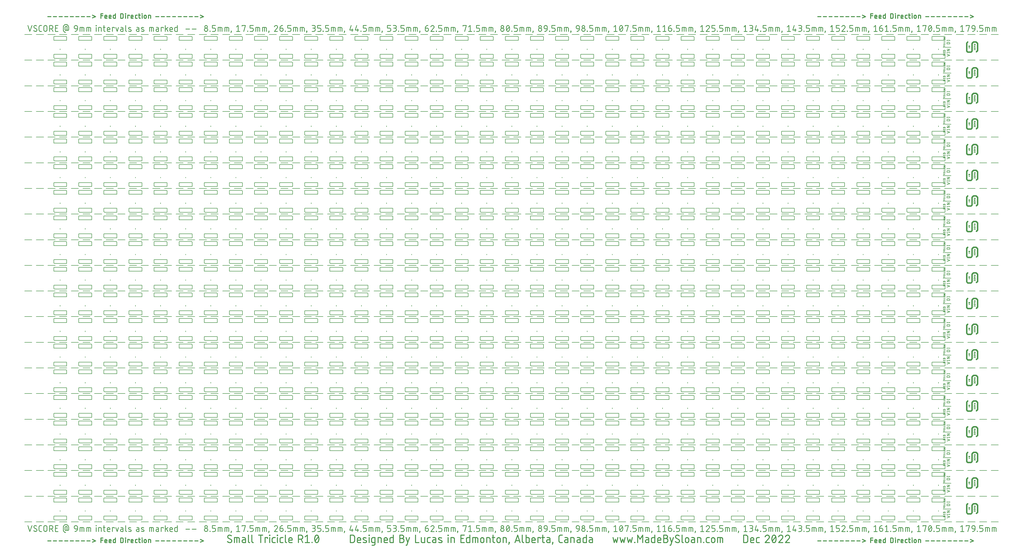
<source format=gbr>
G04 EAGLE Gerber RS-274X export*
G75*
%MOMM*%
%FSLAX34Y34*%
%LPD*%
%INSilkscreen Top*%
%IPPOS*%
%AMOC8*
5,1,8,0,0,1.08239X$1,22.5*%
G01*
%ADD10C,0.152400*%
%ADD11C,0.279400*%
%ADD12C,0.355600*%
%ADD13C,0.203200*%
%ADD14C,0.127000*%
%ADD15C,0.508000*%


D10*
X0Y175000D02*
X25833Y175000D01*
X40833Y175000D02*
X66667Y175000D01*
X81667Y175000D02*
X107500Y175000D01*
X122500Y175000D02*
X148333Y175000D01*
X163333Y175000D02*
X189167Y175000D01*
X204167Y175000D02*
X230000Y175000D01*
X245000Y175000D02*
X270833Y175000D01*
X285833Y175000D02*
X311667Y175000D01*
X326667Y175000D02*
X352500Y175000D01*
X367500Y175000D02*
X393333Y175000D01*
X408333Y175000D02*
X434167Y175000D01*
X449167Y175000D02*
X475000Y175000D01*
X490000Y175000D02*
X515833Y175000D01*
X530833Y175000D02*
X556667Y175000D01*
X571667Y175000D02*
X597500Y175000D01*
X612500Y175000D02*
X638333Y175000D01*
X653333Y175000D02*
X679167Y175000D01*
X694167Y175000D02*
X720000Y175000D01*
X735000Y175000D02*
X760833Y175000D01*
X775833Y175000D02*
X801667Y175000D01*
X816667Y175000D02*
X842500Y175000D01*
X857500Y175000D02*
X883333Y175000D01*
X898333Y175000D02*
X924167Y175000D01*
X939167Y175000D02*
X965000Y175000D01*
X980000Y175000D02*
X1005833Y175000D01*
X1020833Y175000D02*
X1046667Y175000D01*
X1061667Y175000D02*
X1087500Y175000D01*
X1102500Y175000D02*
X1128333Y175000D01*
X1143333Y175000D02*
X1169167Y175000D01*
X1184167Y175000D02*
X1210000Y175000D01*
X1225000Y175000D02*
X1250833Y175000D01*
X1265833Y175000D02*
X1291667Y175000D01*
X1306667Y175000D02*
X1332500Y175000D01*
X1347500Y175000D02*
X1373333Y175000D01*
X1388333Y175000D02*
X1414167Y175000D01*
X1429167Y175000D02*
X1455000Y175000D01*
X1470000Y175000D02*
X1495833Y175000D01*
X1510833Y175000D02*
X1536667Y175000D01*
X1551667Y175000D02*
X1577500Y175000D01*
X1592500Y175000D02*
X1618333Y175000D01*
X1633333Y175000D02*
X1659167Y175000D01*
X1674167Y175000D02*
X1700000Y175000D01*
X1715000Y175000D02*
X1740833Y175000D01*
X1755833Y175000D02*
X1781667Y175000D01*
X1796667Y175000D02*
X1822500Y175000D01*
X1837500Y175000D02*
X1863333Y175000D01*
X1878333Y175000D02*
X1904167Y175000D01*
X1919167Y175000D02*
X1945000Y175000D01*
X1960000Y175000D02*
X1985833Y175000D01*
X2000833Y175000D02*
X2026667Y175000D01*
X2041667Y175000D02*
X2067500Y175000D01*
X2082500Y175000D02*
X2108333Y175000D01*
X2123333Y175000D02*
X2149167Y175000D01*
X2164167Y175000D02*
X2190000Y175000D01*
X2205000Y175000D02*
X2230833Y175000D01*
X2245833Y175000D02*
X2271667Y175000D01*
X2286667Y175000D02*
X2312500Y175000D01*
X2327500Y175000D02*
X2353333Y175000D01*
X2368333Y175000D02*
X2394167Y175000D01*
X2409167Y175000D02*
X2435000Y175000D01*
X2450000Y175000D02*
X2475833Y175000D01*
X2490833Y175000D02*
X2516667Y175000D01*
X2531667Y175000D02*
X2557500Y175000D01*
X2572500Y175000D02*
X2598333Y175000D01*
X2613333Y175000D02*
X2639167Y175000D01*
X2654167Y175000D02*
X2680000Y175000D01*
X2695000Y175000D02*
X2720833Y175000D01*
X2735833Y175000D02*
X2761667Y175000D01*
X2776667Y175000D02*
X2802500Y175000D01*
X2817500Y175000D02*
X2843333Y175000D01*
X2858333Y175000D02*
X2884167Y175000D01*
X2899167Y175000D02*
X2925000Y175000D01*
X2940000Y175000D02*
X2965833Y175000D01*
X2980833Y175000D02*
X3006667Y175000D01*
X3021667Y175000D02*
X3047500Y175000D01*
X3062500Y175000D02*
X3088333Y175000D01*
X3103333Y175000D02*
X3129167Y175000D01*
X3144167Y175000D02*
X3170000Y175000D01*
X3185000Y175000D02*
X3210833Y175000D01*
X3225833Y175000D02*
X3251667Y175000D01*
X3266667Y175000D02*
X3292500Y175000D01*
X3307500Y175000D02*
X3333333Y175000D01*
X3348333Y175000D02*
X3374167Y175000D01*
X3389167Y175000D02*
X3415000Y175000D01*
X25833Y85000D02*
X0Y85000D01*
X40833Y85000D02*
X66667Y85000D01*
X81667Y85000D02*
X107500Y85000D01*
X122500Y85000D02*
X148333Y85000D01*
X163333Y85000D02*
X189167Y85000D01*
X204167Y85000D02*
X230000Y85000D01*
X245000Y85000D02*
X270833Y85000D01*
X285833Y85000D02*
X311667Y85000D01*
X326667Y85000D02*
X352500Y85000D01*
X367500Y85000D02*
X393333Y85000D01*
X408333Y85000D02*
X434167Y85000D01*
X449167Y85000D02*
X475000Y85000D01*
X490000Y85000D02*
X515833Y85000D01*
X530833Y85000D02*
X556667Y85000D01*
X571667Y85000D02*
X597500Y85000D01*
X612500Y85000D02*
X638333Y85000D01*
X653333Y85000D02*
X679167Y85000D01*
X694167Y85000D02*
X720000Y85000D01*
X735000Y85000D02*
X760833Y85000D01*
X775833Y85000D02*
X801667Y85000D01*
X816667Y85000D02*
X842500Y85000D01*
X857500Y85000D02*
X883333Y85000D01*
X898333Y85000D02*
X924167Y85000D01*
X939167Y85000D02*
X965000Y85000D01*
X980000Y85000D02*
X1005833Y85000D01*
X1020833Y85000D02*
X1046667Y85000D01*
X1061667Y85000D02*
X1087500Y85000D01*
X1102500Y85000D02*
X1128333Y85000D01*
X1143333Y85000D02*
X1169167Y85000D01*
X1184167Y85000D02*
X1210000Y85000D01*
X1225000Y85000D02*
X1250833Y85000D01*
X1265833Y85000D02*
X1291667Y85000D01*
X1306667Y85000D02*
X1332500Y85000D01*
X1347500Y85000D02*
X1373333Y85000D01*
X1388333Y85000D02*
X1414167Y85000D01*
X1429167Y85000D02*
X1455000Y85000D01*
X1470000Y85000D02*
X1495833Y85000D01*
X1510833Y85000D02*
X1536667Y85000D01*
X1551667Y85000D02*
X1577500Y85000D01*
X1592500Y85000D02*
X1618333Y85000D01*
X1633333Y85000D02*
X1659167Y85000D01*
X1674167Y85000D02*
X1700000Y85000D01*
X1715000Y85000D02*
X1740833Y85000D01*
X1755833Y85000D02*
X1781667Y85000D01*
X1796667Y85000D02*
X1822500Y85000D01*
X1837500Y85000D02*
X1863333Y85000D01*
X1878333Y85000D02*
X1904167Y85000D01*
X1919167Y85000D02*
X1945000Y85000D01*
X1960000Y85000D02*
X1985833Y85000D01*
X2000833Y85000D02*
X2026667Y85000D01*
X2041667Y85000D02*
X2067500Y85000D01*
X2082500Y85000D02*
X2108333Y85000D01*
X2123333Y85000D02*
X2149167Y85000D01*
X2164167Y85000D02*
X2190000Y85000D01*
X2205000Y85000D02*
X2230833Y85000D01*
X2245833Y85000D02*
X2271667Y85000D01*
X2286667Y85000D02*
X2312500Y85000D01*
X2327500Y85000D02*
X2353333Y85000D01*
X2368333Y85000D02*
X2394167Y85000D01*
X2409167Y85000D02*
X2435000Y85000D01*
X2450000Y85000D02*
X2475833Y85000D01*
X2490833Y85000D02*
X2516667Y85000D01*
X2531667Y85000D02*
X2557500Y85000D01*
X2572500Y85000D02*
X2598333Y85000D01*
X2613333Y85000D02*
X2639167Y85000D01*
X2654167Y85000D02*
X2680000Y85000D01*
X2695000Y85000D02*
X2720833Y85000D01*
X2735833Y85000D02*
X2761667Y85000D01*
X2776667Y85000D02*
X2802500Y85000D01*
X2817500Y85000D02*
X2843333Y85000D01*
X2858333Y85000D02*
X2884167Y85000D01*
X2899167Y85000D02*
X2925000Y85000D01*
X2940000Y85000D02*
X2965833Y85000D01*
X2980833Y85000D02*
X3006667Y85000D01*
X3021667Y85000D02*
X3047500Y85000D01*
X3062500Y85000D02*
X3088333Y85000D01*
X3103333Y85000D02*
X3129167Y85000D01*
X3144167Y85000D02*
X3170000Y85000D01*
X3185000Y85000D02*
X3210833Y85000D01*
X3225833Y85000D02*
X3251667Y85000D01*
X3266667Y85000D02*
X3292500Y85000D01*
X3307500Y85000D02*
X3333333Y85000D01*
X3348333Y85000D02*
X3374167Y85000D01*
X3389167Y85000D02*
X3415000Y85000D01*
X25833Y355000D02*
X0Y355000D01*
X40833Y355000D02*
X66667Y355000D01*
X81667Y355000D02*
X107500Y355000D01*
X122500Y355000D02*
X148333Y355000D01*
X163333Y355000D02*
X189167Y355000D01*
X204167Y355000D02*
X230000Y355000D01*
X245000Y355000D02*
X270833Y355000D01*
X285833Y355000D02*
X311667Y355000D01*
X326667Y355000D02*
X352500Y355000D01*
X367500Y355000D02*
X393333Y355000D01*
X408333Y355000D02*
X434167Y355000D01*
X449167Y355000D02*
X475000Y355000D01*
X490000Y355000D02*
X515833Y355000D01*
X530833Y355000D02*
X556667Y355000D01*
X571667Y355000D02*
X597500Y355000D01*
X612500Y355000D02*
X638333Y355000D01*
X653333Y355000D02*
X679167Y355000D01*
X694167Y355000D02*
X720000Y355000D01*
X735000Y355000D02*
X760833Y355000D01*
X775833Y355000D02*
X801667Y355000D01*
X816667Y355000D02*
X842500Y355000D01*
X857500Y355000D02*
X883333Y355000D01*
X898333Y355000D02*
X924167Y355000D01*
X939167Y355000D02*
X965000Y355000D01*
X980000Y355000D02*
X1005833Y355000D01*
X1020833Y355000D02*
X1046667Y355000D01*
X1061667Y355000D02*
X1087500Y355000D01*
X1102500Y355000D02*
X1128333Y355000D01*
X1143333Y355000D02*
X1169167Y355000D01*
X1184167Y355000D02*
X1210000Y355000D01*
X1225000Y355000D02*
X1250833Y355000D01*
X1265833Y355000D02*
X1291667Y355000D01*
X1306667Y355000D02*
X1332500Y355000D01*
X1347500Y355000D02*
X1373333Y355000D01*
X1388333Y355000D02*
X1414167Y355000D01*
X1429167Y355000D02*
X1455000Y355000D01*
X1470000Y355000D02*
X1495833Y355000D01*
X1510833Y355000D02*
X1536667Y355000D01*
X1551667Y355000D02*
X1577500Y355000D01*
X1592500Y355000D02*
X1618333Y355000D01*
X1633333Y355000D02*
X1659167Y355000D01*
X1674167Y355000D02*
X1700000Y355000D01*
X1715000Y355000D02*
X1740833Y355000D01*
X1755833Y355000D02*
X1781667Y355000D01*
X1796667Y355000D02*
X1822500Y355000D01*
X1837500Y355000D02*
X1863333Y355000D01*
X1878333Y355000D02*
X1904167Y355000D01*
X1919167Y355000D02*
X1945000Y355000D01*
X1960000Y355000D02*
X1985833Y355000D01*
X2000833Y355000D02*
X2026667Y355000D01*
X2041667Y355000D02*
X2067500Y355000D01*
X2082500Y355000D02*
X2108333Y355000D01*
X2123333Y355000D02*
X2149167Y355000D01*
X2164167Y355000D02*
X2190000Y355000D01*
X2205000Y355000D02*
X2230833Y355000D01*
X2245833Y355000D02*
X2271667Y355000D01*
X2286667Y355000D02*
X2312500Y355000D01*
X2327500Y355000D02*
X2353333Y355000D01*
X2368333Y355000D02*
X2394167Y355000D01*
X2409167Y355000D02*
X2435000Y355000D01*
X2450000Y355000D02*
X2475833Y355000D01*
X2490833Y355000D02*
X2516667Y355000D01*
X2531667Y355000D02*
X2557500Y355000D01*
X2572500Y355000D02*
X2598333Y355000D01*
X2613333Y355000D02*
X2639167Y355000D01*
X2654167Y355000D02*
X2680000Y355000D01*
X2695000Y355000D02*
X2720833Y355000D01*
X2735833Y355000D02*
X2761667Y355000D01*
X2776667Y355000D02*
X2802500Y355000D01*
X2817500Y355000D02*
X2843333Y355000D01*
X2858333Y355000D02*
X2884167Y355000D01*
X2899167Y355000D02*
X2925000Y355000D01*
X2940000Y355000D02*
X2965833Y355000D01*
X2980833Y355000D02*
X3006667Y355000D01*
X3021667Y355000D02*
X3047500Y355000D01*
X3062500Y355000D02*
X3088333Y355000D01*
X3103333Y355000D02*
X3129167Y355000D01*
X3144167Y355000D02*
X3170000Y355000D01*
X3185000Y355000D02*
X3210833Y355000D01*
X3225833Y355000D02*
X3251667Y355000D01*
X3266667Y355000D02*
X3292500Y355000D01*
X3307500Y355000D02*
X3333333Y355000D01*
X3348333Y355000D02*
X3374167Y355000D01*
X3389167Y355000D02*
X3415000Y355000D01*
X25833Y265000D02*
X0Y265000D01*
X40833Y265000D02*
X66667Y265000D01*
X81667Y265000D02*
X107500Y265000D01*
X122500Y265000D02*
X148333Y265000D01*
X163333Y265000D02*
X189167Y265000D01*
X204167Y265000D02*
X230000Y265000D01*
X245000Y265000D02*
X270833Y265000D01*
X285833Y265000D02*
X311667Y265000D01*
X326667Y265000D02*
X352500Y265000D01*
X367500Y265000D02*
X393333Y265000D01*
X408333Y265000D02*
X434167Y265000D01*
X449167Y265000D02*
X475000Y265000D01*
X490000Y265000D02*
X515833Y265000D01*
X530833Y265000D02*
X556667Y265000D01*
X571667Y265000D02*
X597500Y265000D01*
X612500Y265000D02*
X638333Y265000D01*
X653333Y265000D02*
X679167Y265000D01*
X694167Y265000D02*
X720000Y265000D01*
X735000Y265000D02*
X760833Y265000D01*
X775833Y265000D02*
X801667Y265000D01*
X816667Y265000D02*
X842500Y265000D01*
X857500Y265000D02*
X883333Y265000D01*
X898333Y265000D02*
X924167Y265000D01*
X939167Y265000D02*
X965000Y265000D01*
X980000Y265000D02*
X1005833Y265000D01*
X1020833Y265000D02*
X1046667Y265000D01*
X1061667Y265000D02*
X1087500Y265000D01*
X1102500Y265000D02*
X1128333Y265000D01*
X1143333Y265000D02*
X1169167Y265000D01*
X1184167Y265000D02*
X1210000Y265000D01*
X1225000Y265000D02*
X1250833Y265000D01*
X1265833Y265000D02*
X1291667Y265000D01*
X1306667Y265000D02*
X1332500Y265000D01*
X1347500Y265000D02*
X1373333Y265000D01*
X1388333Y265000D02*
X1414167Y265000D01*
X1429167Y265000D02*
X1455000Y265000D01*
X1470000Y265000D02*
X1495833Y265000D01*
X1510833Y265000D02*
X1536667Y265000D01*
X1551667Y265000D02*
X1577500Y265000D01*
X1592500Y265000D02*
X1618333Y265000D01*
X1633333Y265000D02*
X1659167Y265000D01*
X1674167Y265000D02*
X1700000Y265000D01*
X1715000Y265000D02*
X1740833Y265000D01*
X1755833Y265000D02*
X1781667Y265000D01*
X1796667Y265000D02*
X1822500Y265000D01*
X1837500Y265000D02*
X1863333Y265000D01*
X1878333Y265000D02*
X1904167Y265000D01*
X1919167Y265000D02*
X1945000Y265000D01*
X1960000Y265000D02*
X1985833Y265000D01*
X2000833Y265000D02*
X2026667Y265000D01*
X2041667Y265000D02*
X2067500Y265000D01*
X2082500Y265000D02*
X2108333Y265000D01*
X2123333Y265000D02*
X2149167Y265000D01*
X2164167Y265000D02*
X2190000Y265000D01*
X2205000Y265000D02*
X2230833Y265000D01*
X2245833Y265000D02*
X2271667Y265000D01*
X2286667Y265000D02*
X2312500Y265000D01*
X2327500Y265000D02*
X2353333Y265000D01*
X2368333Y265000D02*
X2394167Y265000D01*
X2409167Y265000D02*
X2435000Y265000D01*
X2450000Y265000D02*
X2475833Y265000D01*
X2490833Y265000D02*
X2516667Y265000D01*
X2531667Y265000D02*
X2557500Y265000D01*
X2572500Y265000D02*
X2598333Y265000D01*
X2613333Y265000D02*
X2639167Y265000D01*
X2654167Y265000D02*
X2680000Y265000D01*
X2695000Y265000D02*
X2720833Y265000D01*
X2735833Y265000D02*
X2761667Y265000D01*
X2776667Y265000D02*
X2802500Y265000D01*
X2817500Y265000D02*
X2843333Y265000D01*
X2858333Y265000D02*
X2884167Y265000D01*
X2899167Y265000D02*
X2925000Y265000D01*
X2940000Y265000D02*
X2965833Y265000D01*
X2980833Y265000D02*
X3006667Y265000D01*
X3021667Y265000D02*
X3047500Y265000D01*
X3062500Y265000D02*
X3088333Y265000D01*
X3103333Y265000D02*
X3129167Y265000D01*
X3144167Y265000D02*
X3170000Y265000D01*
X3185000Y265000D02*
X3210833Y265000D01*
X3225833Y265000D02*
X3251667Y265000D01*
X3266667Y265000D02*
X3292500Y265000D01*
X3307500Y265000D02*
X3333333Y265000D01*
X3348333Y265000D02*
X3374167Y265000D01*
X3389167Y265000D02*
X3415000Y265000D01*
X25833Y535000D02*
X0Y535000D01*
X40833Y535000D02*
X66667Y535000D01*
X81667Y535000D02*
X107500Y535000D01*
X122500Y535000D02*
X148333Y535000D01*
X163333Y535000D02*
X189167Y535000D01*
X204167Y535000D02*
X230000Y535000D01*
X245000Y535000D02*
X270833Y535000D01*
X285833Y535000D02*
X311667Y535000D01*
X326667Y535000D02*
X352500Y535000D01*
X367500Y535000D02*
X393333Y535000D01*
X408333Y535000D02*
X434167Y535000D01*
X449167Y535000D02*
X475000Y535000D01*
X490000Y535000D02*
X515833Y535000D01*
X530833Y535000D02*
X556667Y535000D01*
X571667Y535000D02*
X597500Y535000D01*
X612500Y535000D02*
X638333Y535000D01*
X653333Y535000D02*
X679167Y535000D01*
X694167Y535000D02*
X720000Y535000D01*
X735000Y535000D02*
X760833Y535000D01*
X775833Y535000D02*
X801667Y535000D01*
X816667Y535000D02*
X842500Y535000D01*
X857500Y535000D02*
X883333Y535000D01*
X898333Y535000D02*
X924167Y535000D01*
X939167Y535000D02*
X965000Y535000D01*
X980000Y535000D02*
X1005833Y535000D01*
X1020833Y535000D02*
X1046667Y535000D01*
X1061667Y535000D02*
X1087500Y535000D01*
X1102500Y535000D02*
X1128333Y535000D01*
X1143333Y535000D02*
X1169167Y535000D01*
X1184167Y535000D02*
X1210000Y535000D01*
X1225000Y535000D02*
X1250833Y535000D01*
X1265833Y535000D02*
X1291667Y535000D01*
X1306667Y535000D02*
X1332500Y535000D01*
X1347500Y535000D02*
X1373333Y535000D01*
X1388333Y535000D02*
X1414167Y535000D01*
X1429167Y535000D02*
X1455000Y535000D01*
X1470000Y535000D02*
X1495833Y535000D01*
X1510833Y535000D02*
X1536667Y535000D01*
X1551667Y535000D02*
X1577500Y535000D01*
X1592500Y535000D02*
X1618333Y535000D01*
X1633333Y535000D02*
X1659167Y535000D01*
X1674167Y535000D02*
X1700000Y535000D01*
X1715000Y535000D02*
X1740833Y535000D01*
X1755833Y535000D02*
X1781667Y535000D01*
X1796667Y535000D02*
X1822500Y535000D01*
X1837500Y535000D02*
X1863333Y535000D01*
X1878333Y535000D02*
X1904167Y535000D01*
X1919167Y535000D02*
X1945000Y535000D01*
X1960000Y535000D02*
X1985833Y535000D01*
X2000833Y535000D02*
X2026667Y535000D01*
X2041667Y535000D02*
X2067500Y535000D01*
X2082500Y535000D02*
X2108333Y535000D01*
X2123333Y535000D02*
X2149167Y535000D01*
X2164167Y535000D02*
X2190000Y535000D01*
X2205000Y535000D02*
X2230833Y535000D01*
X2245833Y535000D02*
X2271667Y535000D01*
X2286667Y535000D02*
X2312500Y535000D01*
X2327500Y535000D02*
X2353333Y535000D01*
X2368333Y535000D02*
X2394167Y535000D01*
X2409167Y535000D02*
X2435000Y535000D01*
X2450000Y535000D02*
X2475833Y535000D01*
X2490833Y535000D02*
X2516667Y535000D01*
X2531667Y535000D02*
X2557500Y535000D01*
X2572500Y535000D02*
X2598333Y535000D01*
X2613333Y535000D02*
X2639167Y535000D01*
X2654167Y535000D02*
X2680000Y535000D01*
X2695000Y535000D02*
X2720833Y535000D01*
X2735833Y535000D02*
X2761667Y535000D01*
X2776667Y535000D02*
X2802500Y535000D01*
X2817500Y535000D02*
X2843333Y535000D01*
X2858333Y535000D02*
X2884167Y535000D01*
X2899167Y535000D02*
X2925000Y535000D01*
X2940000Y535000D02*
X2965833Y535000D01*
X2980833Y535000D02*
X3006667Y535000D01*
X3021667Y535000D02*
X3047500Y535000D01*
X3062500Y535000D02*
X3088333Y535000D01*
X3103333Y535000D02*
X3129167Y535000D01*
X3144167Y535000D02*
X3170000Y535000D01*
X3185000Y535000D02*
X3210833Y535000D01*
X3225833Y535000D02*
X3251667Y535000D01*
X3266667Y535000D02*
X3292500Y535000D01*
X3307500Y535000D02*
X3333333Y535000D01*
X3348333Y535000D02*
X3374167Y535000D01*
X3389167Y535000D02*
X3415000Y535000D01*
X25833Y445000D02*
X0Y445000D01*
X40833Y445000D02*
X66667Y445000D01*
X81667Y445000D02*
X107500Y445000D01*
X122500Y445000D02*
X148333Y445000D01*
X163333Y445000D02*
X189167Y445000D01*
X204167Y445000D02*
X230000Y445000D01*
X245000Y445000D02*
X270833Y445000D01*
X285833Y445000D02*
X311667Y445000D01*
X326667Y445000D02*
X352500Y445000D01*
X367500Y445000D02*
X393333Y445000D01*
X408333Y445000D02*
X434167Y445000D01*
X449167Y445000D02*
X475000Y445000D01*
X490000Y445000D02*
X515833Y445000D01*
X530833Y445000D02*
X556667Y445000D01*
X571667Y445000D02*
X597500Y445000D01*
X612500Y445000D02*
X638333Y445000D01*
X653333Y445000D02*
X679167Y445000D01*
X694167Y445000D02*
X720000Y445000D01*
X735000Y445000D02*
X760833Y445000D01*
X775833Y445000D02*
X801667Y445000D01*
X816667Y445000D02*
X842500Y445000D01*
X857500Y445000D02*
X883333Y445000D01*
X898333Y445000D02*
X924167Y445000D01*
X939167Y445000D02*
X965000Y445000D01*
X980000Y445000D02*
X1005833Y445000D01*
X1020833Y445000D02*
X1046667Y445000D01*
X1061667Y445000D02*
X1087500Y445000D01*
X1102500Y445000D02*
X1128333Y445000D01*
X1143333Y445000D02*
X1169167Y445000D01*
X1184167Y445000D02*
X1210000Y445000D01*
X1225000Y445000D02*
X1250833Y445000D01*
X1265833Y445000D02*
X1291667Y445000D01*
X1306667Y445000D02*
X1332500Y445000D01*
X1347500Y445000D02*
X1373333Y445000D01*
X1388333Y445000D02*
X1414167Y445000D01*
X1429167Y445000D02*
X1455000Y445000D01*
X1470000Y445000D02*
X1495833Y445000D01*
X1510833Y445000D02*
X1536667Y445000D01*
X1551667Y445000D02*
X1577500Y445000D01*
X1592500Y445000D02*
X1618333Y445000D01*
X1633333Y445000D02*
X1659167Y445000D01*
X1674167Y445000D02*
X1700000Y445000D01*
X1715000Y445000D02*
X1740833Y445000D01*
X1755833Y445000D02*
X1781667Y445000D01*
X1796667Y445000D02*
X1822500Y445000D01*
X1837500Y445000D02*
X1863333Y445000D01*
X1878333Y445000D02*
X1904167Y445000D01*
X1919167Y445000D02*
X1945000Y445000D01*
X1960000Y445000D02*
X1985833Y445000D01*
X2000833Y445000D02*
X2026667Y445000D01*
X2041667Y445000D02*
X2067500Y445000D01*
X2082500Y445000D02*
X2108333Y445000D01*
X2123333Y445000D02*
X2149167Y445000D01*
X2164167Y445000D02*
X2190000Y445000D01*
X2205000Y445000D02*
X2230833Y445000D01*
X2245833Y445000D02*
X2271667Y445000D01*
X2286667Y445000D02*
X2312500Y445000D01*
X2327500Y445000D02*
X2353333Y445000D01*
X2368333Y445000D02*
X2394167Y445000D01*
X2409167Y445000D02*
X2435000Y445000D01*
X2450000Y445000D02*
X2475833Y445000D01*
X2490833Y445000D02*
X2516667Y445000D01*
X2531667Y445000D02*
X2557500Y445000D01*
X2572500Y445000D02*
X2598333Y445000D01*
X2613333Y445000D02*
X2639167Y445000D01*
X2654167Y445000D02*
X2680000Y445000D01*
X2695000Y445000D02*
X2720833Y445000D01*
X2735833Y445000D02*
X2761667Y445000D01*
X2776667Y445000D02*
X2802500Y445000D01*
X2817500Y445000D02*
X2843333Y445000D01*
X2858333Y445000D02*
X2884167Y445000D01*
X2899167Y445000D02*
X2925000Y445000D01*
X2940000Y445000D02*
X2965833Y445000D01*
X2980833Y445000D02*
X3006667Y445000D01*
X3021667Y445000D02*
X3047500Y445000D01*
X3062500Y445000D02*
X3088333Y445000D01*
X3103333Y445000D02*
X3129167Y445000D01*
X3144167Y445000D02*
X3170000Y445000D01*
X3185000Y445000D02*
X3210833Y445000D01*
X3225833Y445000D02*
X3251667Y445000D01*
X3266667Y445000D02*
X3292500Y445000D01*
X3307500Y445000D02*
X3333333Y445000D01*
X3348333Y445000D02*
X3374167Y445000D01*
X3389167Y445000D02*
X3415000Y445000D01*
X25833Y715000D02*
X0Y715000D01*
X40833Y715000D02*
X66667Y715000D01*
X81667Y715000D02*
X107500Y715000D01*
X122500Y715000D02*
X148333Y715000D01*
X163333Y715000D02*
X189167Y715000D01*
X204167Y715000D02*
X230000Y715000D01*
X245000Y715000D02*
X270833Y715000D01*
X285833Y715000D02*
X311667Y715000D01*
X326667Y715000D02*
X352500Y715000D01*
X367500Y715000D02*
X393333Y715000D01*
X408333Y715000D02*
X434167Y715000D01*
X449167Y715000D02*
X475000Y715000D01*
X490000Y715000D02*
X515833Y715000D01*
X530833Y715000D02*
X556667Y715000D01*
X571667Y715000D02*
X597500Y715000D01*
X612500Y715000D02*
X638333Y715000D01*
X653333Y715000D02*
X679167Y715000D01*
X694167Y715000D02*
X720000Y715000D01*
X735000Y715000D02*
X760833Y715000D01*
X775833Y715000D02*
X801667Y715000D01*
X816667Y715000D02*
X842500Y715000D01*
X857500Y715000D02*
X883333Y715000D01*
X898333Y715000D02*
X924167Y715000D01*
X939167Y715000D02*
X965000Y715000D01*
X980000Y715000D02*
X1005833Y715000D01*
X1020833Y715000D02*
X1046667Y715000D01*
X1061667Y715000D02*
X1087500Y715000D01*
X1102500Y715000D02*
X1128333Y715000D01*
X1143333Y715000D02*
X1169167Y715000D01*
X1184167Y715000D02*
X1210000Y715000D01*
X1225000Y715000D02*
X1250833Y715000D01*
X1265833Y715000D02*
X1291667Y715000D01*
X1306667Y715000D02*
X1332500Y715000D01*
X1347500Y715000D02*
X1373333Y715000D01*
X1388333Y715000D02*
X1414167Y715000D01*
X1429167Y715000D02*
X1455000Y715000D01*
X1470000Y715000D02*
X1495833Y715000D01*
X1510833Y715000D02*
X1536667Y715000D01*
X1551667Y715000D02*
X1577500Y715000D01*
X1592500Y715000D02*
X1618333Y715000D01*
X1633333Y715000D02*
X1659167Y715000D01*
X1674167Y715000D02*
X1700000Y715000D01*
X1715000Y715000D02*
X1740833Y715000D01*
X1755833Y715000D02*
X1781667Y715000D01*
X1796667Y715000D02*
X1822500Y715000D01*
X1837500Y715000D02*
X1863333Y715000D01*
X1878333Y715000D02*
X1904167Y715000D01*
X1919167Y715000D02*
X1945000Y715000D01*
X1960000Y715000D02*
X1985833Y715000D01*
X2000833Y715000D02*
X2026667Y715000D01*
X2041667Y715000D02*
X2067500Y715000D01*
X2082500Y715000D02*
X2108333Y715000D01*
X2123333Y715000D02*
X2149167Y715000D01*
X2164167Y715000D02*
X2190000Y715000D01*
X2205000Y715000D02*
X2230833Y715000D01*
X2245833Y715000D02*
X2271667Y715000D01*
X2286667Y715000D02*
X2312500Y715000D01*
X2327500Y715000D02*
X2353333Y715000D01*
X2368333Y715000D02*
X2394167Y715000D01*
X2409167Y715000D02*
X2435000Y715000D01*
X2450000Y715000D02*
X2475833Y715000D01*
X2490833Y715000D02*
X2516667Y715000D01*
X2531667Y715000D02*
X2557500Y715000D01*
X2572500Y715000D02*
X2598333Y715000D01*
X2613333Y715000D02*
X2639167Y715000D01*
X2654167Y715000D02*
X2680000Y715000D01*
X2695000Y715000D02*
X2720833Y715000D01*
X2735833Y715000D02*
X2761667Y715000D01*
X2776667Y715000D02*
X2802500Y715000D01*
X2817500Y715000D02*
X2843333Y715000D01*
X2858333Y715000D02*
X2884167Y715000D01*
X2899167Y715000D02*
X2925000Y715000D01*
X2940000Y715000D02*
X2965833Y715000D01*
X2980833Y715000D02*
X3006667Y715000D01*
X3021667Y715000D02*
X3047500Y715000D01*
X3062500Y715000D02*
X3088333Y715000D01*
X3103333Y715000D02*
X3129167Y715000D01*
X3144167Y715000D02*
X3170000Y715000D01*
X3185000Y715000D02*
X3210833Y715000D01*
X3225833Y715000D02*
X3251667Y715000D01*
X3266667Y715000D02*
X3292500Y715000D01*
X3307500Y715000D02*
X3333333Y715000D01*
X3348333Y715000D02*
X3374167Y715000D01*
X3389167Y715000D02*
X3415000Y715000D01*
X25833Y625000D02*
X0Y625000D01*
X40833Y625000D02*
X66667Y625000D01*
X81667Y625000D02*
X107500Y625000D01*
X122500Y625000D02*
X148333Y625000D01*
X163333Y625000D02*
X189167Y625000D01*
X204167Y625000D02*
X230000Y625000D01*
X245000Y625000D02*
X270833Y625000D01*
X285833Y625000D02*
X311667Y625000D01*
X326667Y625000D02*
X352500Y625000D01*
X367500Y625000D02*
X393333Y625000D01*
X408333Y625000D02*
X434167Y625000D01*
X449167Y625000D02*
X475000Y625000D01*
X490000Y625000D02*
X515833Y625000D01*
X530833Y625000D02*
X556667Y625000D01*
X571667Y625000D02*
X597500Y625000D01*
X612500Y625000D02*
X638333Y625000D01*
X653333Y625000D02*
X679167Y625000D01*
X694167Y625000D02*
X720000Y625000D01*
X735000Y625000D02*
X760833Y625000D01*
X775833Y625000D02*
X801667Y625000D01*
X816667Y625000D02*
X842500Y625000D01*
X857500Y625000D02*
X883333Y625000D01*
X898333Y625000D02*
X924167Y625000D01*
X939167Y625000D02*
X965000Y625000D01*
X980000Y625000D02*
X1005833Y625000D01*
X1020833Y625000D02*
X1046667Y625000D01*
X1061667Y625000D02*
X1087500Y625000D01*
X1102500Y625000D02*
X1128333Y625000D01*
X1143333Y625000D02*
X1169167Y625000D01*
X1184167Y625000D02*
X1210000Y625000D01*
X1225000Y625000D02*
X1250833Y625000D01*
X1265833Y625000D02*
X1291667Y625000D01*
X1306667Y625000D02*
X1332500Y625000D01*
X1347500Y625000D02*
X1373333Y625000D01*
X1388333Y625000D02*
X1414167Y625000D01*
X1429167Y625000D02*
X1455000Y625000D01*
X1470000Y625000D02*
X1495833Y625000D01*
X1510833Y625000D02*
X1536667Y625000D01*
X1551667Y625000D02*
X1577500Y625000D01*
X1592500Y625000D02*
X1618333Y625000D01*
X1633333Y625000D02*
X1659167Y625000D01*
X1674167Y625000D02*
X1700000Y625000D01*
X1715000Y625000D02*
X1740833Y625000D01*
X1755833Y625000D02*
X1781667Y625000D01*
X1796667Y625000D02*
X1822500Y625000D01*
X1837500Y625000D02*
X1863333Y625000D01*
X1878333Y625000D02*
X1904167Y625000D01*
X1919167Y625000D02*
X1945000Y625000D01*
X1960000Y625000D02*
X1985833Y625000D01*
X2000833Y625000D02*
X2026667Y625000D01*
X2041667Y625000D02*
X2067500Y625000D01*
X2082500Y625000D02*
X2108333Y625000D01*
X2123333Y625000D02*
X2149167Y625000D01*
X2164167Y625000D02*
X2190000Y625000D01*
X2205000Y625000D02*
X2230833Y625000D01*
X2245833Y625000D02*
X2271667Y625000D01*
X2286667Y625000D02*
X2312500Y625000D01*
X2327500Y625000D02*
X2353333Y625000D01*
X2368333Y625000D02*
X2394167Y625000D01*
X2409167Y625000D02*
X2435000Y625000D01*
X2450000Y625000D02*
X2475833Y625000D01*
X2490833Y625000D02*
X2516667Y625000D01*
X2531667Y625000D02*
X2557500Y625000D01*
X2572500Y625000D02*
X2598333Y625000D01*
X2613333Y625000D02*
X2639167Y625000D01*
X2654167Y625000D02*
X2680000Y625000D01*
X2695000Y625000D02*
X2720833Y625000D01*
X2735833Y625000D02*
X2761667Y625000D01*
X2776667Y625000D02*
X2802500Y625000D01*
X2817500Y625000D02*
X2843333Y625000D01*
X2858333Y625000D02*
X2884167Y625000D01*
X2899167Y625000D02*
X2925000Y625000D01*
X2940000Y625000D02*
X2965833Y625000D01*
X2980833Y625000D02*
X3006667Y625000D01*
X3021667Y625000D02*
X3047500Y625000D01*
X3062500Y625000D02*
X3088333Y625000D01*
X3103333Y625000D02*
X3129167Y625000D01*
X3144167Y625000D02*
X3170000Y625000D01*
X3185000Y625000D02*
X3210833Y625000D01*
X3225833Y625000D02*
X3251667Y625000D01*
X3266667Y625000D02*
X3292500Y625000D01*
X3307500Y625000D02*
X3333333Y625000D01*
X3348333Y625000D02*
X3374167Y625000D01*
X3389167Y625000D02*
X3415000Y625000D01*
X25833Y895000D02*
X0Y895000D01*
X40833Y895000D02*
X66667Y895000D01*
X81667Y895000D02*
X107500Y895000D01*
X122500Y895000D02*
X148333Y895000D01*
X163333Y895000D02*
X189167Y895000D01*
X204167Y895000D02*
X230000Y895000D01*
X245000Y895000D02*
X270833Y895000D01*
X285833Y895000D02*
X311667Y895000D01*
X326667Y895000D02*
X352500Y895000D01*
X367500Y895000D02*
X393333Y895000D01*
X408333Y895000D02*
X434167Y895000D01*
X449167Y895000D02*
X475000Y895000D01*
X490000Y895000D02*
X515833Y895000D01*
X530833Y895000D02*
X556667Y895000D01*
X571667Y895000D02*
X597500Y895000D01*
X612500Y895000D02*
X638333Y895000D01*
X653333Y895000D02*
X679167Y895000D01*
X694167Y895000D02*
X720000Y895000D01*
X735000Y895000D02*
X760833Y895000D01*
X775833Y895000D02*
X801667Y895000D01*
X816667Y895000D02*
X842500Y895000D01*
X857500Y895000D02*
X883333Y895000D01*
X898333Y895000D02*
X924167Y895000D01*
X939167Y895000D02*
X965000Y895000D01*
X980000Y895000D02*
X1005833Y895000D01*
X1020833Y895000D02*
X1046667Y895000D01*
X1061667Y895000D02*
X1087500Y895000D01*
X1102500Y895000D02*
X1128333Y895000D01*
X1143333Y895000D02*
X1169167Y895000D01*
X1184167Y895000D02*
X1210000Y895000D01*
X1225000Y895000D02*
X1250833Y895000D01*
X1265833Y895000D02*
X1291667Y895000D01*
X1306667Y895000D02*
X1332500Y895000D01*
X1347500Y895000D02*
X1373333Y895000D01*
X1388333Y895000D02*
X1414167Y895000D01*
X1429167Y895000D02*
X1455000Y895000D01*
X1470000Y895000D02*
X1495833Y895000D01*
X1510833Y895000D02*
X1536667Y895000D01*
X1551667Y895000D02*
X1577500Y895000D01*
X1592500Y895000D02*
X1618333Y895000D01*
X1633333Y895000D02*
X1659167Y895000D01*
X1674167Y895000D02*
X1700000Y895000D01*
X1715000Y895000D02*
X1740833Y895000D01*
X1755833Y895000D02*
X1781667Y895000D01*
X1796667Y895000D02*
X1822500Y895000D01*
X1837500Y895000D02*
X1863333Y895000D01*
X1878333Y895000D02*
X1904167Y895000D01*
X1919167Y895000D02*
X1945000Y895000D01*
X1960000Y895000D02*
X1985833Y895000D01*
X2000833Y895000D02*
X2026667Y895000D01*
X2041667Y895000D02*
X2067500Y895000D01*
X2082500Y895000D02*
X2108333Y895000D01*
X2123333Y895000D02*
X2149167Y895000D01*
X2164167Y895000D02*
X2190000Y895000D01*
X2205000Y895000D02*
X2230833Y895000D01*
X2245833Y895000D02*
X2271667Y895000D01*
X2286667Y895000D02*
X2312500Y895000D01*
X2327500Y895000D02*
X2353333Y895000D01*
X2368333Y895000D02*
X2394167Y895000D01*
X2409167Y895000D02*
X2435000Y895000D01*
X2450000Y895000D02*
X2475833Y895000D01*
X2490833Y895000D02*
X2516667Y895000D01*
X2531667Y895000D02*
X2557500Y895000D01*
X2572500Y895000D02*
X2598333Y895000D01*
X2613333Y895000D02*
X2639167Y895000D01*
X2654167Y895000D02*
X2680000Y895000D01*
X2695000Y895000D02*
X2720833Y895000D01*
X2735833Y895000D02*
X2761667Y895000D01*
X2776667Y895000D02*
X2802500Y895000D01*
X2817500Y895000D02*
X2843333Y895000D01*
X2858333Y895000D02*
X2884167Y895000D01*
X2899167Y895000D02*
X2925000Y895000D01*
X2940000Y895000D02*
X2965833Y895000D01*
X2980833Y895000D02*
X3006667Y895000D01*
X3021667Y895000D02*
X3047500Y895000D01*
X3062500Y895000D02*
X3088333Y895000D01*
X3103333Y895000D02*
X3129167Y895000D01*
X3144167Y895000D02*
X3170000Y895000D01*
X3185000Y895000D02*
X3210833Y895000D01*
X3225833Y895000D02*
X3251667Y895000D01*
X3266667Y895000D02*
X3292500Y895000D01*
X3307500Y895000D02*
X3333333Y895000D01*
X3348333Y895000D02*
X3374167Y895000D01*
X3389167Y895000D02*
X3415000Y895000D01*
X25833Y805000D02*
X0Y805000D01*
X40833Y805000D02*
X66667Y805000D01*
X81667Y805000D02*
X107500Y805000D01*
X122500Y805000D02*
X148333Y805000D01*
X163333Y805000D02*
X189167Y805000D01*
X204167Y805000D02*
X230000Y805000D01*
X245000Y805000D02*
X270833Y805000D01*
X285833Y805000D02*
X311667Y805000D01*
X326667Y805000D02*
X352500Y805000D01*
X367500Y805000D02*
X393333Y805000D01*
X408333Y805000D02*
X434167Y805000D01*
X449167Y805000D02*
X475000Y805000D01*
X490000Y805000D02*
X515833Y805000D01*
X530833Y805000D02*
X556667Y805000D01*
X571667Y805000D02*
X597500Y805000D01*
X612500Y805000D02*
X638333Y805000D01*
X653333Y805000D02*
X679167Y805000D01*
X694167Y805000D02*
X720000Y805000D01*
X735000Y805000D02*
X760833Y805000D01*
X775833Y805000D02*
X801667Y805000D01*
X816667Y805000D02*
X842500Y805000D01*
X857500Y805000D02*
X883333Y805000D01*
X898333Y805000D02*
X924167Y805000D01*
X939167Y805000D02*
X965000Y805000D01*
X980000Y805000D02*
X1005833Y805000D01*
X1020833Y805000D02*
X1046667Y805000D01*
X1061667Y805000D02*
X1087500Y805000D01*
X1102500Y805000D02*
X1128333Y805000D01*
X1143333Y805000D02*
X1169167Y805000D01*
X1184167Y805000D02*
X1210000Y805000D01*
X1225000Y805000D02*
X1250833Y805000D01*
X1265833Y805000D02*
X1291667Y805000D01*
X1306667Y805000D02*
X1332500Y805000D01*
X1347500Y805000D02*
X1373333Y805000D01*
X1388333Y805000D02*
X1414167Y805000D01*
X1429167Y805000D02*
X1455000Y805000D01*
X1470000Y805000D02*
X1495833Y805000D01*
X1510833Y805000D02*
X1536667Y805000D01*
X1551667Y805000D02*
X1577500Y805000D01*
X1592500Y805000D02*
X1618333Y805000D01*
X1633333Y805000D02*
X1659167Y805000D01*
X1674167Y805000D02*
X1700000Y805000D01*
X1715000Y805000D02*
X1740833Y805000D01*
X1755833Y805000D02*
X1781667Y805000D01*
X1796667Y805000D02*
X1822500Y805000D01*
X1837500Y805000D02*
X1863333Y805000D01*
X1878333Y805000D02*
X1904167Y805000D01*
X1919167Y805000D02*
X1945000Y805000D01*
X1960000Y805000D02*
X1985833Y805000D01*
X2000833Y805000D02*
X2026667Y805000D01*
X2041667Y805000D02*
X2067500Y805000D01*
X2082500Y805000D02*
X2108333Y805000D01*
X2123333Y805000D02*
X2149167Y805000D01*
X2164167Y805000D02*
X2190000Y805000D01*
X2205000Y805000D02*
X2230833Y805000D01*
X2245833Y805000D02*
X2271667Y805000D01*
X2286667Y805000D02*
X2312500Y805000D01*
X2327500Y805000D02*
X2353333Y805000D01*
X2368333Y805000D02*
X2394167Y805000D01*
X2409167Y805000D02*
X2435000Y805000D01*
X2450000Y805000D02*
X2475833Y805000D01*
X2490833Y805000D02*
X2516667Y805000D01*
X2531667Y805000D02*
X2557500Y805000D01*
X2572500Y805000D02*
X2598333Y805000D01*
X2613333Y805000D02*
X2639167Y805000D01*
X2654167Y805000D02*
X2680000Y805000D01*
X2695000Y805000D02*
X2720833Y805000D01*
X2735833Y805000D02*
X2761667Y805000D01*
X2776667Y805000D02*
X2802500Y805000D01*
X2817500Y805000D02*
X2843333Y805000D01*
X2858333Y805000D02*
X2884167Y805000D01*
X2899167Y805000D02*
X2925000Y805000D01*
X2940000Y805000D02*
X2965833Y805000D01*
X2980833Y805000D02*
X3006667Y805000D01*
X3021667Y805000D02*
X3047500Y805000D01*
X3062500Y805000D02*
X3088333Y805000D01*
X3103333Y805000D02*
X3129167Y805000D01*
X3144167Y805000D02*
X3170000Y805000D01*
X3185000Y805000D02*
X3210833Y805000D01*
X3225833Y805000D02*
X3251667Y805000D01*
X3266667Y805000D02*
X3292500Y805000D01*
X3307500Y805000D02*
X3333333Y805000D01*
X3348333Y805000D02*
X3374167Y805000D01*
X3389167Y805000D02*
X3415000Y805000D01*
X25833Y1075000D02*
X0Y1075000D01*
X40833Y1075000D02*
X66667Y1075000D01*
X81667Y1075000D02*
X107500Y1075000D01*
X122500Y1075000D02*
X148333Y1075000D01*
X163333Y1075000D02*
X189167Y1075000D01*
X204167Y1075000D02*
X230000Y1075000D01*
X245000Y1075000D02*
X270833Y1075000D01*
X285833Y1075000D02*
X311667Y1075000D01*
X326667Y1075000D02*
X352500Y1075000D01*
X367500Y1075000D02*
X393333Y1075000D01*
X408333Y1075000D02*
X434167Y1075000D01*
X449167Y1075000D02*
X475000Y1075000D01*
X490000Y1075000D02*
X515833Y1075000D01*
X530833Y1075000D02*
X556667Y1075000D01*
X571667Y1075000D02*
X597500Y1075000D01*
X612500Y1075000D02*
X638333Y1075000D01*
X653333Y1075000D02*
X679167Y1075000D01*
X694167Y1075000D02*
X720000Y1075000D01*
X735000Y1075000D02*
X760833Y1075000D01*
X775833Y1075000D02*
X801667Y1075000D01*
X816667Y1075000D02*
X842500Y1075000D01*
X857500Y1075000D02*
X883333Y1075000D01*
X898333Y1075000D02*
X924167Y1075000D01*
X939167Y1075000D02*
X965000Y1075000D01*
X980000Y1075000D02*
X1005833Y1075000D01*
X1020833Y1075000D02*
X1046667Y1075000D01*
X1061667Y1075000D02*
X1087500Y1075000D01*
X1102500Y1075000D02*
X1128333Y1075000D01*
X1143333Y1075000D02*
X1169167Y1075000D01*
X1184167Y1075000D02*
X1210000Y1075000D01*
X1225000Y1075000D02*
X1250833Y1075000D01*
X1265833Y1075000D02*
X1291667Y1075000D01*
X1306667Y1075000D02*
X1332500Y1075000D01*
X1347500Y1075000D02*
X1373333Y1075000D01*
X1388333Y1075000D02*
X1414167Y1075000D01*
X1429167Y1075000D02*
X1455000Y1075000D01*
X1470000Y1075000D02*
X1495833Y1075000D01*
X1510833Y1075000D02*
X1536667Y1075000D01*
X1551667Y1075000D02*
X1577500Y1075000D01*
X1592500Y1075000D02*
X1618333Y1075000D01*
X1633333Y1075000D02*
X1659167Y1075000D01*
X1674167Y1075000D02*
X1700000Y1075000D01*
X1715000Y1075000D02*
X1740833Y1075000D01*
X1755833Y1075000D02*
X1781667Y1075000D01*
X1796667Y1075000D02*
X1822500Y1075000D01*
X1837500Y1075000D02*
X1863333Y1075000D01*
X1878333Y1075000D02*
X1904167Y1075000D01*
X1919167Y1075000D02*
X1945000Y1075000D01*
X1960000Y1075000D02*
X1985833Y1075000D01*
X2000833Y1075000D02*
X2026667Y1075000D01*
X2041667Y1075000D02*
X2067500Y1075000D01*
X2082500Y1075000D02*
X2108333Y1075000D01*
X2123333Y1075000D02*
X2149167Y1075000D01*
X2164167Y1075000D02*
X2190000Y1075000D01*
X2205000Y1075000D02*
X2230833Y1075000D01*
X2245833Y1075000D02*
X2271667Y1075000D01*
X2286667Y1075000D02*
X2312500Y1075000D01*
X2327500Y1075000D02*
X2353333Y1075000D01*
X2368333Y1075000D02*
X2394167Y1075000D01*
X2409167Y1075000D02*
X2435000Y1075000D01*
X2450000Y1075000D02*
X2475833Y1075000D01*
X2490833Y1075000D02*
X2516667Y1075000D01*
X2531667Y1075000D02*
X2557500Y1075000D01*
X2572500Y1075000D02*
X2598333Y1075000D01*
X2613333Y1075000D02*
X2639167Y1075000D01*
X2654167Y1075000D02*
X2680000Y1075000D01*
X2695000Y1075000D02*
X2720833Y1075000D01*
X2735833Y1075000D02*
X2761667Y1075000D01*
X2776667Y1075000D02*
X2802500Y1075000D01*
X2817500Y1075000D02*
X2843333Y1075000D01*
X2858333Y1075000D02*
X2884167Y1075000D01*
X2899167Y1075000D02*
X2925000Y1075000D01*
X2940000Y1075000D02*
X2965833Y1075000D01*
X2980833Y1075000D02*
X3006667Y1075000D01*
X3021667Y1075000D02*
X3047500Y1075000D01*
X3062500Y1075000D02*
X3088333Y1075000D01*
X3103333Y1075000D02*
X3129167Y1075000D01*
X3144167Y1075000D02*
X3170000Y1075000D01*
X3185000Y1075000D02*
X3210833Y1075000D01*
X3225833Y1075000D02*
X3251667Y1075000D01*
X3266667Y1075000D02*
X3292500Y1075000D01*
X3307500Y1075000D02*
X3333333Y1075000D01*
X3348333Y1075000D02*
X3374167Y1075000D01*
X3389167Y1075000D02*
X3415000Y1075000D01*
X25833Y985000D02*
X0Y985000D01*
X40833Y985000D02*
X66667Y985000D01*
X81667Y985000D02*
X107500Y985000D01*
X122500Y985000D02*
X148333Y985000D01*
X163333Y985000D02*
X189167Y985000D01*
X204167Y985000D02*
X230000Y985000D01*
X245000Y985000D02*
X270833Y985000D01*
X285833Y985000D02*
X311667Y985000D01*
X326667Y985000D02*
X352500Y985000D01*
X367500Y985000D02*
X393333Y985000D01*
X408333Y985000D02*
X434167Y985000D01*
X449167Y985000D02*
X475000Y985000D01*
X490000Y985000D02*
X515833Y985000D01*
X530833Y985000D02*
X556667Y985000D01*
X571667Y985000D02*
X597500Y985000D01*
X612500Y985000D02*
X638333Y985000D01*
X653333Y985000D02*
X679167Y985000D01*
X694167Y985000D02*
X720000Y985000D01*
X735000Y985000D02*
X760833Y985000D01*
X775833Y985000D02*
X801667Y985000D01*
X816667Y985000D02*
X842500Y985000D01*
X857500Y985000D02*
X883333Y985000D01*
X898333Y985000D02*
X924167Y985000D01*
X939167Y985000D02*
X965000Y985000D01*
X980000Y985000D02*
X1005833Y985000D01*
X1020833Y985000D02*
X1046667Y985000D01*
X1061667Y985000D02*
X1087500Y985000D01*
X1102500Y985000D02*
X1128333Y985000D01*
X1143333Y985000D02*
X1169167Y985000D01*
X1184167Y985000D02*
X1210000Y985000D01*
X1225000Y985000D02*
X1250833Y985000D01*
X1265833Y985000D02*
X1291667Y985000D01*
X1306667Y985000D02*
X1332500Y985000D01*
X1347500Y985000D02*
X1373333Y985000D01*
X1388333Y985000D02*
X1414167Y985000D01*
X1429167Y985000D02*
X1455000Y985000D01*
X1470000Y985000D02*
X1495833Y985000D01*
X1510833Y985000D02*
X1536667Y985000D01*
X1551667Y985000D02*
X1577500Y985000D01*
X1592500Y985000D02*
X1618333Y985000D01*
X1633333Y985000D02*
X1659167Y985000D01*
X1674167Y985000D02*
X1700000Y985000D01*
X1715000Y985000D02*
X1740833Y985000D01*
X1755833Y985000D02*
X1781667Y985000D01*
X1796667Y985000D02*
X1822500Y985000D01*
X1837500Y985000D02*
X1863333Y985000D01*
X1878333Y985000D02*
X1904167Y985000D01*
X1919167Y985000D02*
X1945000Y985000D01*
X1960000Y985000D02*
X1985833Y985000D01*
X2000833Y985000D02*
X2026667Y985000D01*
X2041667Y985000D02*
X2067500Y985000D01*
X2082500Y985000D02*
X2108333Y985000D01*
X2123333Y985000D02*
X2149167Y985000D01*
X2164167Y985000D02*
X2190000Y985000D01*
X2205000Y985000D02*
X2230833Y985000D01*
X2245833Y985000D02*
X2271667Y985000D01*
X2286667Y985000D02*
X2312500Y985000D01*
X2327500Y985000D02*
X2353333Y985000D01*
X2368333Y985000D02*
X2394167Y985000D01*
X2409167Y985000D02*
X2435000Y985000D01*
X2450000Y985000D02*
X2475833Y985000D01*
X2490833Y985000D02*
X2516667Y985000D01*
X2531667Y985000D02*
X2557500Y985000D01*
X2572500Y985000D02*
X2598333Y985000D01*
X2613333Y985000D02*
X2639167Y985000D01*
X2654167Y985000D02*
X2680000Y985000D01*
X2695000Y985000D02*
X2720833Y985000D01*
X2735833Y985000D02*
X2761667Y985000D01*
X2776667Y985000D02*
X2802500Y985000D01*
X2817500Y985000D02*
X2843333Y985000D01*
X2858333Y985000D02*
X2884167Y985000D01*
X2899167Y985000D02*
X2925000Y985000D01*
X2940000Y985000D02*
X2965833Y985000D01*
X2980833Y985000D02*
X3006667Y985000D01*
X3021667Y985000D02*
X3047500Y985000D01*
X3062500Y985000D02*
X3088333Y985000D01*
X3103333Y985000D02*
X3129167Y985000D01*
X3144167Y985000D02*
X3170000Y985000D01*
X3185000Y985000D02*
X3210833Y985000D01*
X3225833Y985000D02*
X3251667Y985000D01*
X3266667Y985000D02*
X3292500Y985000D01*
X3307500Y985000D02*
X3333333Y985000D01*
X3348333Y985000D02*
X3374167Y985000D01*
X3389167Y985000D02*
X3415000Y985000D01*
X25833Y1255000D02*
X0Y1255000D01*
X40833Y1255000D02*
X66667Y1255000D01*
X81667Y1255000D02*
X107500Y1255000D01*
X122500Y1255000D02*
X148333Y1255000D01*
X163333Y1255000D02*
X189167Y1255000D01*
X204167Y1255000D02*
X230000Y1255000D01*
X245000Y1255000D02*
X270833Y1255000D01*
X285833Y1255000D02*
X311667Y1255000D01*
X326667Y1255000D02*
X352500Y1255000D01*
X367500Y1255000D02*
X393333Y1255000D01*
X408333Y1255000D02*
X434167Y1255000D01*
X449167Y1255000D02*
X475000Y1255000D01*
X490000Y1255000D02*
X515833Y1255000D01*
X530833Y1255000D02*
X556667Y1255000D01*
X571667Y1255000D02*
X597500Y1255000D01*
X612500Y1255000D02*
X638333Y1255000D01*
X653333Y1255000D02*
X679167Y1255000D01*
X694167Y1255000D02*
X720000Y1255000D01*
X735000Y1255000D02*
X760833Y1255000D01*
X775833Y1255000D02*
X801667Y1255000D01*
X816667Y1255000D02*
X842500Y1255000D01*
X857500Y1255000D02*
X883333Y1255000D01*
X898333Y1255000D02*
X924167Y1255000D01*
X939167Y1255000D02*
X965000Y1255000D01*
X980000Y1255000D02*
X1005833Y1255000D01*
X1020833Y1255000D02*
X1046667Y1255000D01*
X1061667Y1255000D02*
X1087500Y1255000D01*
X1102500Y1255000D02*
X1128333Y1255000D01*
X1143333Y1255000D02*
X1169167Y1255000D01*
X1184167Y1255000D02*
X1210000Y1255000D01*
X1225000Y1255000D02*
X1250833Y1255000D01*
X1265833Y1255000D02*
X1291667Y1255000D01*
X1306667Y1255000D02*
X1332500Y1255000D01*
X1347500Y1255000D02*
X1373333Y1255000D01*
X1388333Y1255000D02*
X1414167Y1255000D01*
X1429167Y1255000D02*
X1455000Y1255000D01*
X1470000Y1255000D02*
X1495833Y1255000D01*
X1510833Y1255000D02*
X1536667Y1255000D01*
X1551667Y1255000D02*
X1577500Y1255000D01*
X1592500Y1255000D02*
X1618333Y1255000D01*
X1633333Y1255000D02*
X1659167Y1255000D01*
X1674167Y1255000D02*
X1700000Y1255000D01*
X1715000Y1255000D02*
X1740833Y1255000D01*
X1755833Y1255000D02*
X1781667Y1255000D01*
X1796667Y1255000D02*
X1822500Y1255000D01*
X1837500Y1255000D02*
X1863333Y1255000D01*
X1878333Y1255000D02*
X1904167Y1255000D01*
X1919167Y1255000D02*
X1945000Y1255000D01*
X1960000Y1255000D02*
X1985833Y1255000D01*
X2000833Y1255000D02*
X2026667Y1255000D01*
X2041667Y1255000D02*
X2067500Y1255000D01*
X2082500Y1255000D02*
X2108333Y1255000D01*
X2123333Y1255000D02*
X2149167Y1255000D01*
X2164167Y1255000D02*
X2190000Y1255000D01*
X2205000Y1255000D02*
X2230833Y1255000D01*
X2245833Y1255000D02*
X2271667Y1255000D01*
X2286667Y1255000D02*
X2312500Y1255000D01*
X2327500Y1255000D02*
X2353333Y1255000D01*
X2368333Y1255000D02*
X2394167Y1255000D01*
X2409167Y1255000D02*
X2435000Y1255000D01*
X2450000Y1255000D02*
X2475833Y1255000D01*
X2490833Y1255000D02*
X2516667Y1255000D01*
X2531667Y1255000D02*
X2557500Y1255000D01*
X2572500Y1255000D02*
X2598333Y1255000D01*
X2613333Y1255000D02*
X2639167Y1255000D01*
X2654167Y1255000D02*
X2680000Y1255000D01*
X2695000Y1255000D02*
X2720833Y1255000D01*
X2735833Y1255000D02*
X2761667Y1255000D01*
X2776667Y1255000D02*
X2802500Y1255000D01*
X2817500Y1255000D02*
X2843333Y1255000D01*
X2858333Y1255000D02*
X2884167Y1255000D01*
X2899167Y1255000D02*
X2925000Y1255000D01*
X2940000Y1255000D02*
X2965833Y1255000D01*
X2980833Y1255000D02*
X3006667Y1255000D01*
X3021667Y1255000D02*
X3047500Y1255000D01*
X3062500Y1255000D02*
X3088333Y1255000D01*
X3103333Y1255000D02*
X3129167Y1255000D01*
X3144167Y1255000D02*
X3170000Y1255000D01*
X3185000Y1255000D02*
X3210833Y1255000D01*
X3225833Y1255000D02*
X3251667Y1255000D01*
X3266667Y1255000D02*
X3292500Y1255000D01*
X3307500Y1255000D02*
X3333333Y1255000D01*
X3348333Y1255000D02*
X3374167Y1255000D01*
X3389167Y1255000D02*
X3415000Y1255000D01*
X25833Y1165000D02*
X0Y1165000D01*
X40833Y1165000D02*
X66667Y1165000D01*
X81667Y1165000D02*
X107500Y1165000D01*
X122500Y1165000D02*
X148333Y1165000D01*
X163333Y1165000D02*
X189167Y1165000D01*
X204167Y1165000D02*
X230000Y1165000D01*
X245000Y1165000D02*
X270833Y1165000D01*
X285833Y1165000D02*
X311667Y1165000D01*
X326667Y1165000D02*
X352500Y1165000D01*
X367500Y1165000D02*
X393333Y1165000D01*
X408333Y1165000D02*
X434167Y1165000D01*
X449167Y1165000D02*
X475000Y1165000D01*
X490000Y1165000D02*
X515833Y1165000D01*
X530833Y1165000D02*
X556667Y1165000D01*
X571667Y1165000D02*
X597500Y1165000D01*
X612500Y1165000D02*
X638333Y1165000D01*
X653333Y1165000D02*
X679167Y1165000D01*
X694167Y1165000D02*
X720000Y1165000D01*
X735000Y1165000D02*
X760833Y1165000D01*
X775833Y1165000D02*
X801667Y1165000D01*
X816667Y1165000D02*
X842500Y1165000D01*
X857500Y1165000D02*
X883333Y1165000D01*
X898333Y1165000D02*
X924167Y1165000D01*
X939167Y1165000D02*
X965000Y1165000D01*
X980000Y1165000D02*
X1005833Y1165000D01*
X1020833Y1165000D02*
X1046667Y1165000D01*
X1061667Y1165000D02*
X1087500Y1165000D01*
X1102500Y1165000D02*
X1128333Y1165000D01*
X1143333Y1165000D02*
X1169167Y1165000D01*
X1184167Y1165000D02*
X1210000Y1165000D01*
X1225000Y1165000D02*
X1250833Y1165000D01*
X1265833Y1165000D02*
X1291667Y1165000D01*
X1306667Y1165000D02*
X1332500Y1165000D01*
X1347500Y1165000D02*
X1373333Y1165000D01*
X1388333Y1165000D02*
X1414167Y1165000D01*
X1429167Y1165000D02*
X1455000Y1165000D01*
X1470000Y1165000D02*
X1495833Y1165000D01*
X1510833Y1165000D02*
X1536667Y1165000D01*
X1551667Y1165000D02*
X1577500Y1165000D01*
X1592500Y1165000D02*
X1618333Y1165000D01*
X1633333Y1165000D02*
X1659167Y1165000D01*
X1674167Y1165000D02*
X1700000Y1165000D01*
X1715000Y1165000D02*
X1740833Y1165000D01*
X1755833Y1165000D02*
X1781667Y1165000D01*
X1796667Y1165000D02*
X1822500Y1165000D01*
X1837500Y1165000D02*
X1863333Y1165000D01*
X1878333Y1165000D02*
X1904167Y1165000D01*
X1919167Y1165000D02*
X1945000Y1165000D01*
X1960000Y1165000D02*
X1985833Y1165000D01*
X2000833Y1165000D02*
X2026667Y1165000D01*
X2041667Y1165000D02*
X2067500Y1165000D01*
X2082500Y1165000D02*
X2108333Y1165000D01*
X2123333Y1165000D02*
X2149167Y1165000D01*
X2164167Y1165000D02*
X2190000Y1165000D01*
X2205000Y1165000D02*
X2230833Y1165000D01*
X2245833Y1165000D02*
X2271667Y1165000D01*
X2286667Y1165000D02*
X2312500Y1165000D01*
X2327500Y1165000D02*
X2353333Y1165000D01*
X2368333Y1165000D02*
X2394167Y1165000D01*
X2409167Y1165000D02*
X2435000Y1165000D01*
X2450000Y1165000D02*
X2475833Y1165000D01*
X2490833Y1165000D02*
X2516667Y1165000D01*
X2531667Y1165000D02*
X2557500Y1165000D01*
X2572500Y1165000D02*
X2598333Y1165000D01*
X2613333Y1165000D02*
X2639167Y1165000D01*
X2654167Y1165000D02*
X2680000Y1165000D01*
X2695000Y1165000D02*
X2720833Y1165000D01*
X2735833Y1165000D02*
X2761667Y1165000D01*
X2776667Y1165000D02*
X2802500Y1165000D01*
X2817500Y1165000D02*
X2843333Y1165000D01*
X2858333Y1165000D02*
X2884167Y1165000D01*
X2899167Y1165000D02*
X2925000Y1165000D01*
X2940000Y1165000D02*
X2965833Y1165000D01*
X2980833Y1165000D02*
X3006667Y1165000D01*
X3021667Y1165000D02*
X3047500Y1165000D01*
X3062500Y1165000D02*
X3088333Y1165000D01*
X3103333Y1165000D02*
X3129167Y1165000D01*
X3144167Y1165000D02*
X3170000Y1165000D01*
X3185000Y1165000D02*
X3210833Y1165000D01*
X3225833Y1165000D02*
X3251667Y1165000D01*
X3266667Y1165000D02*
X3292500Y1165000D01*
X3307500Y1165000D02*
X3333333Y1165000D01*
X3348333Y1165000D02*
X3374167Y1165000D01*
X3389167Y1165000D02*
X3415000Y1165000D01*
X25833Y1435000D02*
X0Y1435000D01*
X40833Y1435000D02*
X66667Y1435000D01*
X81667Y1435000D02*
X107500Y1435000D01*
X122500Y1435000D02*
X148333Y1435000D01*
X163333Y1435000D02*
X189167Y1435000D01*
X204167Y1435000D02*
X230000Y1435000D01*
X245000Y1435000D02*
X270833Y1435000D01*
X285833Y1435000D02*
X311667Y1435000D01*
X326667Y1435000D02*
X352500Y1435000D01*
X367500Y1435000D02*
X393333Y1435000D01*
X408333Y1435000D02*
X434167Y1435000D01*
X449167Y1435000D02*
X475000Y1435000D01*
X490000Y1435000D02*
X515833Y1435000D01*
X530833Y1435000D02*
X556667Y1435000D01*
X571667Y1435000D02*
X597500Y1435000D01*
X612500Y1435000D02*
X638333Y1435000D01*
X653333Y1435000D02*
X679167Y1435000D01*
X694167Y1435000D02*
X720000Y1435000D01*
X735000Y1435000D02*
X760833Y1435000D01*
X775833Y1435000D02*
X801667Y1435000D01*
X816667Y1435000D02*
X842500Y1435000D01*
X857500Y1435000D02*
X883333Y1435000D01*
X898333Y1435000D02*
X924167Y1435000D01*
X939167Y1435000D02*
X965000Y1435000D01*
X980000Y1435000D02*
X1005833Y1435000D01*
X1020833Y1435000D02*
X1046667Y1435000D01*
X1061667Y1435000D02*
X1087500Y1435000D01*
X1102500Y1435000D02*
X1128333Y1435000D01*
X1143333Y1435000D02*
X1169167Y1435000D01*
X1184167Y1435000D02*
X1210000Y1435000D01*
X1225000Y1435000D02*
X1250833Y1435000D01*
X1265833Y1435000D02*
X1291667Y1435000D01*
X1306667Y1435000D02*
X1332500Y1435000D01*
X1347500Y1435000D02*
X1373333Y1435000D01*
X1388333Y1435000D02*
X1414167Y1435000D01*
X1429167Y1435000D02*
X1455000Y1435000D01*
X1470000Y1435000D02*
X1495833Y1435000D01*
X1510833Y1435000D02*
X1536667Y1435000D01*
X1551667Y1435000D02*
X1577500Y1435000D01*
X1592500Y1435000D02*
X1618333Y1435000D01*
X1633333Y1435000D02*
X1659167Y1435000D01*
X1674167Y1435000D02*
X1700000Y1435000D01*
X1715000Y1435000D02*
X1740833Y1435000D01*
X1755833Y1435000D02*
X1781667Y1435000D01*
X1796667Y1435000D02*
X1822500Y1435000D01*
X1837500Y1435000D02*
X1863333Y1435000D01*
X1878333Y1435000D02*
X1904167Y1435000D01*
X1919167Y1435000D02*
X1945000Y1435000D01*
X1960000Y1435000D02*
X1985833Y1435000D01*
X2000833Y1435000D02*
X2026667Y1435000D01*
X2041667Y1435000D02*
X2067500Y1435000D01*
X2082500Y1435000D02*
X2108333Y1435000D01*
X2123333Y1435000D02*
X2149167Y1435000D01*
X2164167Y1435000D02*
X2190000Y1435000D01*
X2205000Y1435000D02*
X2230833Y1435000D01*
X2245833Y1435000D02*
X2271667Y1435000D01*
X2286667Y1435000D02*
X2312500Y1435000D01*
X2327500Y1435000D02*
X2353333Y1435000D01*
X2368333Y1435000D02*
X2394167Y1435000D01*
X2409167Y1435000D02*
X2435000Y1435000D01*
X2450000Y1435000D02*
X2475833Y1435000D01*
X2490833Y1435000D02*
X2516667Y1435000D01*
X2531667Y1435000D02*
X2557500Y1435000D01*
X2572500Y1435000D02*
X2598333Y1435000D01*
X2613333Y1435000D02*
X2639167Y1435000D01*
X2654167Y1435000D02*
X2680000Y1435000D01*
X2695000Y1435000D02*
X2720833Y1435000D01*
X2735833Y1435000D02*
X2761667Y1435000D01*
X2776667Y1435000D02*
X2802500Y1435000D01*
X2817500Y1435000D02*
X2843333Y1435000D01*
X2858333Y1435000D02*
X2884167Y1435000D01*
X2899167Y1435000D02*
X2925000Y1435000D01*
X2940000Y1435000D02*
X2965833Y1435000D01*
X2980833Y1435000D02*
X3006667Y1435000D01*
X3021667Y1435000D02*
X3047500Y1435000D01*
X3062500Y1435000D02*
X3088333Y1435000D01*
X3103333Y1435000D02*
X3129167Y1435000D01*
X3144167Y1435000D02*
X3170000Y1435000D01*
X3185000Y1435000D02*
X3210833Y1435000D01*
X3225833Y1435000D02*
X3251667Y1435000D01*
X3266667Y1435000D02*
X3292500Y1435000D01*
X3307500Y1435000D02*
X3333333Y1435000D01*
X3348333Y1435000D02*
X3374167Y1435000D01*
X3389167Y1435000D02*
X3415000Y1435000D01*
X25833Y1345000D02*
X0Y1345000D01*
X40833Y1345000D02*
X66667Y1345000D01*
X81667Y1345000D02*
X107500Y1345000D01*
X122500Y1345000D02*
X148333Y1345000D01*
X163333Y1345000D02*
X189167Y1345000D01*
X204167Y1345000D02*
X230000Y1345000D01*
X245000Y1345000D02*
X270833Y1345000D01*
X285833Y1345000D02*
X311667Y1345000D01*
X326667Y1345000D02*
X352500Y1345000D01*
X367500Y1345000D02*
X393333Y1345000D01*
X408333Y1345000D02*
X434167Y1345000D01*
X449167Y1345000D02*
X475000Y1345000D01*
X490000Y1345000D02*
X515833Y1345000D01*
X530833Y1345000D02*
X556667Y1345000D01*
X571667Y1345000D02*
X597500Y1345000D01*
X612500Y1345000D02*
X638333Y1345000D01*
X653333Y1345000D02*
X679167Y1345000D01*
X694167Y1345000D02*
X720000Y1345000D01*
X735000Y1345000D02*
X760833Y1345000D01*
X775833Y1345000D02*
X801667Y1345000D01*
X816667Y1345000D02*
X842500Y1345000D01*
X857500Y1345000D02*
X883333Y1345000D01*
X898333Y1345000D02*
X924167Y1345000D01*
X939167Y1345000D02*
X965000Y1345000D01*
X980000Y1345000D02*
X1005833Y1345000D01*
X1020833Y1345000D02*
X1046667Y1345000D01*
X1061667Y1345000D02*
X1087500Y1345000D01*
X1102500Y1345000D02*
X1128333Y1345000D01*
X1143333Y1345000D02*
X1169167Y1345000D01*
X1184167Y1345000D02*
X1210000Y1345000D01*
X1225000Y1345000D02*
X1250833Y1345000D01*
X1265833Y1345000D02*
X1291667Y1345000D01*
X1306667Y1345000D02*
X1332500Y1345000D01*
X1347500Y1345000D02*
X1373333Y1345000D01*
X1388333Y1345000D02*
X1414167Y1345000D01*
X1429167Y1345000D02*
X1455000Y1345000D01*
X1470000Y1345000D02*
X1495833Y1345000D01*
X1510833Y1345000D02*
X1536667Y1345000D01*
X1551667Y1345000D02*
X1577500Y1345000D01*
X1592500Y1345000D02*
X1618333Y1345000D01*
X1633333Y1345000D02*
X1659167Y1345000D01*
X1674167Y1345000D02*
X1700000Y1345000D01*
X1715000Y1345000D02*
X1740833Y1345000D01*
X1755833Y1345000D02*
X1781667Y1345000D01*
X1796667Y1345000D02*
X1822500Y1345000D01*
X1837500Y1345000D02*
X1863333Y1345000D01*
X1878333Y1345000D02*
X1904167Y1345000D01*
X1919167Y1345000D02*
X1945000Y1345000D01*
X1960000Y1345000D02*
X1985833Y1345000D01*
X2000833Y1345000D02*
X2026667Y1345000D01*
X2041667Y1345000D02*
X2067500Y1345000D01*
X2082500Y1345000D02*
X2108333Y1345000D01*
X2123333Y1345000D02*
X2149167Y1345000D01*
X2164167Y1345000D02*
X2190000Y1345000D01*
X2205000Y1345000D02*
X2230833Y1345000D01*
X2245833Y1345000D02*
X2271667Y1345000D01*
X2286667Y1345000D02*
X2312500Y1345000D01*
X2327500Y1345000D02*
X2353333Y1345000D01*
X2368333Y1345000D02*
X2394167Y1345000D01*
X2409167Y1345000D02*
X2435000Y1345000D01*
X2450000Y1345000D02*
X2475833Y1345000D01*
X2490833Y1345000D02*
X2516667Y1345000D01*
X2531667Y1345000D02*
X2557500Y1345000D01*
X2572500Y1345000D02*
X2598333Y1345000D01*
X2613333Y1345000D02*
X2639167Y1345000D01*
X2654167Y1345000D02*
X2680000Y1345000D01*
X2695000Y1345000D02*
X2720833Y1345000D01*
X2735833Y1345000D02*
X2761667Y1345000D01*
X2776667Y1345000D02*
X2802500Y1345000D01*
X2817500Y1345000D02*
X2843333Y1345000D01*
X2858333Y1345000D02*
X2884167Y1345000D01*
X2899167Y1345000D02*
X2925000Y1345000D01*
X2940000Y1345000D02*
X2965833Y1345000D01*
X2980833Y1345000D02*
X3006667Y1345000D01*
X3021667Y1345000D02*
X3047500Y1345000D01*
X3062500Y1345000D02*
X3088333Y1345000D01*
X3103333Y1345000D02*
X3129167Y1345000D01*
X3144167Y1345000D02*
X3170000Y1345000D01*
X3185000Y1345000D02*
X3210833Y1345000D01*
X3225833Y1345000D02*
X3251667Y1345000D01*
X3266667Y1345000D02*
X3292500Y1345000D01*
X3307500Y1345000D02*
X3333333Y1345000D01*
X3348333Y1345000D02*
X3374167Y1345000D01*
X3389167Y1345000D02*
X3415000Y1345000D01*
X25833Y1615000D02*
X0Y1615000D01*
X40833Y1615000D02*
X66667Y1615000D01*
X81667Y1615000D02*
X107500Y1615000D01*
X122500Y1615000D02*
X148333Y1615000D01*
X163333Y1615000D02*
X189167Y1615000D01*
X204167Y1615000D02*
X230000Y1615000D01*
X245000Y1615000D02*
X270833Y1615000D01*
X285833Y1615000D02*
X311667Y1615000D01*
X326667Y1615000D02*
X352500Y1615000D01*
X367500Y1615000D02*
X393333Y1615000D01*
X408333Y1615000D02*
X434167Y1615000D01*
X449167Y1615000D02*
X475000Y1615000D01*
X490000Y1615000D02*
X515833Y1615000D01*
X530833Y1615000D02*
X556667Y1615000D01*
X571667Y1615000D02*
X597500Y1615000D01*
X612500Y1615000D02*
X638333Y1615000D01*
X653333Y1615000D02*
X679167Y1615000D01*
X694167Y1615000D02*
X720000Y1615000D01*
X735000Y1615000D02*
X760833Y1615000D01*
X775833Y1615000D02*
X801667Y1615000D01*
X816667Y1615000D02*
X842500Y1615000D01*
X857500Y1615000D02*
X883333Y1615000D01*
X898333Y1615000D02*
X924167Y1615000D01*
X939167Y1615000D02*
X965000Y1615000D01*
X980000Y1615000D02*
X1005833Y1615000D01*
X1020833Y1615000D02*
X1046667Y1615000D01*
X1061667Y1615000D02*
X1087500Y1615000D01*
X1102500Y1615000D02*
X1128333Y1615000D01*
X1143333Y1615000D02*
X1169167Y1615000D01*
X1184167Y1615000D02*
X1210000Y1615000D01*
X1225000Y1615000D02*
X1250833Y1615000D01*
X1265833Y1615000D02*
X1291667Y1615000D01*
X1306667Y1615000D02*
X1332500Y1615000D01*
X1347500Y1615000D02*
X1373333Y1615000D01*
X1388333Y1615000D02*
X1414167Y1615000D01*
X1429167Y1615000D02*
X1455000Y1615000D01*
X1470000Y1615000D02*
X1495833Y1615000D01*
X1510833Y1615000D02*
X1536667Y1615000D01*
X1551667Y1615000D02*
X1577500Y1615000D01*
X1592500Y1615000D02*
X1618333Y1615000D01*
X1633333Y1615000D02*
X1659167Y1615000D01*
X1674167Y1615000D02*
X1700000Y1615000D01*
X1715000Y1615000D02*
X1740833Y1615000D01*
X1755833Y1615000D02*
X1781667Y1615000D01*
X1796667Y1615000D02*
X1822500Y1615000D01*
X1837500Y1615000D02*
X1863333Y1615000D01*
X1878333Y1615000D02*
X1904167Y1615000D01*
X1919167Y1615000D02*
X1945000Y1615000D01*
X1960000Y1615000D02*
X1985833Y1615000D01*
X2000833Y1615000D02*
X2026667Y1615000D01*
X2041667Y1615000D02*
X2067500Y1615000D01*
X2082500Y1615000D02*
X2108333Y1615000D01*
X2123333Y1615000D02*
X2149167Y1615000D01*
X2164167Y1615000D02*
X2190000Y1615000D01*
X2205000Y1615000D02*
X2230833Y1615000D01*
X2245833Y1615000D02*
X2271667Y1615000D01*
X2286667Y1615000D02*
X2312500Y1615000D01*
X2327500Y1615000D02*
X2353333Y1615000D01*
X2368333Y1615000D02*
X2394167Y1615000D01*
X2409167Y1615000D02*
X2435000Y1615000D01*
X2450000Y1615000D02*
X2475833Y1615000D01*
X2490833Y1615000D02*
X2516667Y1615000D01*
X2531667Y1615000D02*
X2557500Y1615000D01*
X2572500Y1615000D02*
X2598333Y1615000D01*
X2613333Y1615000D02*
X2639167Y1615000D01*
X2654167Y1615000D02*
X2680000Y1615000D01*
X2695000Y1615000D02*
X2720833Y1615000D01*
X2735833Y1615000D02*
X2761667Y1615000D01*
X2776667Y1615000D02*
X2802500Y1615000D01*
X2817500Y1615000D02*
X2843333Y1615000D01*
X2858333Y1615000D02*
X2884167Y1615000D01*
X2899167Y1615000D02*
X2925000Y1615000D01*
X2940000Y1615000D02*
X2965833Y1615000D01*
X2980833Y1615000D02*
X3006667Y1615000D01*
X3021667Y1615000D02*
X3047500Y1615000D01*
X3062500Y1615000D02*
X3088333Y1615000D01*
X3103333Y1615000D02*
X3129167Y1615000D01*
X3144167Y1615000D02*
X3170000Y1615000D01*
X3185000Y1615000D02*
X3210833Y1615000D01*
X3225833Y1615000D02*
X3251667Y1615000D01*
X3266667Y1615000D02*
X3292500Y1615000D01*
X3307500Y1615000D02*
X3333333Y1615000D01*
X3348333Y1615000D02*
X3374167Y1615000D01*
X3389167Y1615000D02*
X3415000Y1615000D01*
X25833Y1525000D02*
X0Y1525000D01*
X40833Y1525000D02*
X66667Y1525000D01*
X81667Y1525000D02*
X107500Y1525000D01*
X122500Y1525000D02*
X148333Y1525000D01*
X163333Y1525000D02*
X189167Y1525000D01*
X204167Y1525000D02*
X230000Y1525000D01*
X245000Y1525000D02*
X270833Y1525000D01*
X285833Y1525000D02*
X311667Y1525000D01*
X326667Y1525000D02*
X352500Y1525000D01*
X367500Y1525000D02*
X393333Y1525000D01*
X408333Y1525000D02*
X434167Y1525000D01*
X449167Y1525000D02*
X475000Y1525000D01*
X490000Y1525000D02*
X515833Y1525000D01*
X530833Y1525000D02*
X556667Y1525000D01*
X571667Y1525000D02*
X597500Y1525000D01*
X612500Y1525000D02*
X638333Y1525000D01*
X653333Y1525000D02*
X679167Y1525000D01*
X694167Y1525000D02*
X720000Y1525000D01*
X735000Y1525000D02*
X760833Y1525000D01*
X775833Y1525000D02*
X801667Y1525000D01*
X816667Y1525000D02*
X842500Y1525000D01*
X857500Y1525000D02*
X883333Y1525000D01*
X898333Y1525000D02*
X924167Y1525000D01*
X939167Y1525000D02*
X965000Y1525000D01*
X980000Y1525000D02*
X1005833Y1525000D01*
X1020833Y1525000D02*
X1046667Y1525000D01*
X1061667Y1525000D02*
X1087500Y1525000D01*
X1102500Y1525000D02*
X1128333Y1525000D01*
X1143333Y1525000D02*
X1169167Y1525000D01*
X1184167Y1525000D02*
X1210000Y1525000D01*
X1225000Y1525000D02*
X1250833Y1525000D01*
X1265833Y1525000D02*
X1291667Y1525000D01*
X1306667Y1525000D02*
X1332500Y1525000D01*
X1347500Y1525000D02*
X1373333Y1525000D01*
X1388333Y1525000D02*
X1414167Y1525000D01*
X1429167Y1525000D02*
X1455000Y1525000D01*
X1470000Y1525000D02*
X1495833Y1525000D01*
X1510833Y1525000D02*
X1536667Y1525000D01*
X1551667Y1525000D02*
X1577500Y1525000D01*
X1592500Y1525000D02*
X1618333Y1525000D01*
X1633333Y1525000D02*
X1659167Y1525000D01*
X1674167Y1525000D02*
X1700000Y1525000D01*
X1715000Y1525000D02*
X1740833Y1525000D01*
X1755833Y1525000D02*
X1781667Y1525000D01*
X1796667Y1525000D02*
X1822500Y1525000D01*
X1837500Y1525000D02*
X1863333Y1525000D01*
X1878333Y1525000D02*
X1904167Y1525000D01*
X1919167Y1525000D02*
X1945000Y1525000D01*
X1960000Y1525000D02*
X1985833Y1525000D01*
X2000833Y1525000D02*
X2026667Y1525000D01*
X2041667Y1525000D02*
X2067500Y1525000D01*
X2082500Y1525000D02*
X2108333Y1525000D01*
X2123333Y1525000D02*
X2149167Y1525000D01*
X2164167Y1525000D02*
X2190000Y1525000D01*
X2205000Y1525000D02*
X2230833Y1525000D01*
X2245833Y1525000D02*
X2271667Y1525000D01*
X2286667Y1525000D02*
X2312500Y1525000D01*
X2327500Y1525000D02*
X2353333Y1525000D01*
X2368333Y1525000D02*
X2394167Y1525000D01*
X2409167Y1525000D02*
X2435000Y1525000D01*
X2450000Y1525000D02*
X2475833Y1525000D01*
X2490833Y1525000D02*
X2516667Y1525000D01*
X2531667Y1525000D02*
X2557500Y1525000D01*
X2572500Y1525000D02*
X2598333Y1525000D01*
X2613333Y1525000D02*
X2639167Y1525000D01*
X2654167Y1525000D02*
X2680000Y1525000D01*
X2695000Y1525000D02*
X2720833Y1525000D01*
X2735833Y1525000D02*
X2761667Y1525000D01*
X2776667Y1525000D02*
X2802500Y1525000D01*
X2817500Y1525000D02*
X2843333Y1525000D01*
X2858333Y1525000D02*
X2884167Y1525000D01*
X2899167Y1525000D02*
X2925000Y1525000D01*
X2940000Y1525000D02*
X2965833Y1525000D01*
X2980833Y1525000D02*
X3006667Y1525000D01*
X3021667Y1525000D02*
X3047500Y1525000D01*
X3062500Y1525000D02*
X3088333Y1525000D01*
X3103333Y1525000D02*
X3129167Y1525000D01*
X3144167Y1525000D02*
X3170000Y1525000D01*
X3185000Y1525000D02*
X3210833Y1525000D01*
X3225833Y1525000D02*
X3251667Y1525000D01*
X3266667Y1525000D02*
X3292500Y1525000D01*
X3307500Y1525000D02*
X3333333Y1525000D01*
X3348333Y1525000D02*
X3374167Y1525000D01*
X3389167Y1525000D02*
X3415000Y1525000D01*
X25833Y1795000D02*
X0Y1795000D01*
X40833Y1795000D02*
X66667Y1795000D01*
X81667Y1795000D02*
X107500Y1795000D01*
X122500Y1795000D02*
X148333Y1795000D01*
X163333Y1795000D02*
X189167Y1795000D01*
X204167Y1795000D02*
X230000Y1795000D01*
X245000Y1795000D02*
X270833Y1795000D01*
X285833Y1795000D02*
X311667Y1795000D01*
X326667Y1795000D02*
X352500Y1795000D01*
X367500Y1795000D02*
X393333Y1795000D01*
X408333Y1795000D02*
X434167Y1795000D01*
X449167Y1795000D02*
X475000Y1795000D01*
X490000Y1795000D02*
X515833Y1795000D01*
X530833Y1795000D02*
X556667Y1795000D01*
X571667Y1795000D02*
X597500Y1795000D01*
X612500Y1795000D02*
X638333Y1795000D01*
X653333Y1795000D02*
X679167Y1795000D01*
X694167Y1795000D02*
X720000Y1795000D01*
X735000Y1795000D02*
X760833Y1795000D01*
X775833Y1795000D02*
X801667Y1795000D01*
X816667Y1795000D02*
X842500Y1795000D01*
X857500Y1795000D02*
X883333Y1795000D01*
X898333Y1795000D02*
X924167Y1795000D01*
X939167Y1795000D02*
X965000Y1795000D01*
X980000Y1795000D02*
X1005833Y1795000D01*
X1020833Y1795000D02*
X1046667Y1795000D01*
X1061667Y1795000D02*
X1087500Y1795000D01*
X1102500Y1795000D02*
X1128333Y1795000D01*
X1143333Y1795000D02*
X1169167Y1795000D01*
X1184167Y1795000D02*
X1210000Y1795000D01*
X1225000Y1795000D02*
X1250833Y1795000D01*
X1265833Y1795000D02*
X1291667Y1795000D01*
X1306667Y1795000D02*
X1332500Y1795000D01*
X1347500Y1795000D02*
X1373333Y1795000D01*
X1388333Y1795000D02*
X1414167Y1795000D01*
X1429167Y1795000D02*
X1455000Y1795000D01*
X1470000Y1795000D02*
X1495833Y1795000D01*
X1510833Y1795000D02*
X1536667Y1795000D01*
X1551667Y1795000D02*
X1577500Y1795000D01*
X1592500Y1795000D02*
X1618333Y1795000D01*
X1633333Y1795000D02*
X1659167Y1795000D01*
X1674167Y1795000D02*
X1700000Y1795000D01*
X1715000Y1795000D02*
X1740833Y1795000D01*
X1755833Y1795000D02*
X1781667Y1795000D01*
X1796667Y1795000D02*
X1822500Y1795000D01*
X1837500Y1795000D02*
X1863333Y1795000D01*
X1878333Y1795000D02*
X1904167Y1795000D01*
X1919167Y1795000D02*
X1945000Y1795000D01*
X1960000Y1795000D02*
X1985833Y1795000D01*
X2000833Y1795000D02*
X2026667Y1795000D01*
X2041667Y1795000D02*
X2067500Y1795000D01*
X2082500Y1795000D02*
X2108333Y1795000D01*
X2123333Y1795000D02*
X2149167Y1795000D01*
X2164167Y1795000D02*
X2190000Y1795000D01*
X2205000Y1795000D02*
X2230833Y1795000D01*
X2245833Y1795000D02*
X2271667Y1795000D01*
X2286667Y1795000D02*
X2312500Y1795000D01*
X2327500Y1795000D02*
X2353333Y1795000D01*
X2368333Y1795000D02*
X2394167Y1795000D01*
X2409167Y1795000D02*
X2435000Y1795000D01*
X2450000Y1795000D02*
X2475833Y1795000D01*
X2490833Y1795000D02*
X2516667Y1795000D01*
X2531667Y1795000D02*
X2557500Y1795000D01*
X2572500Y1795000D02*
X2598333Y1795000D01*
X2613333Y1795000D02*
X2639167Y1795000D01*
X2654167Y1795000D02*
X2680000Y1795000D01*
X2695000Y1795000D02*
X2720833Y1795000D01*
X2735833Y1795000D02*
X2761667Y1795000D01*
X2776667Y1795000D02*
X2802500Y1795000D01*
X2817500Y1795000D02*
X2843333Y1795000D01*
X2858333Y1795000D02*
X2884167Y1795000D01*
X2899167Y1795000D02*
X2925000Y1795000D01*
X2940000Y1795000D02*
X2965833Y1795000D01*
X2980833Y1795000D02*
X3006667Y1795000D01*
X3021667Y1795000D02*
X3047500Y1795000D01*
X3062500Y1795000D02*
X3088333Y1795000D01*
X3103333Y1795000D02*
X3129167Y1795000D01*
X3144167Y1795000D02*
X3170000Y1795000D01*
X3185000Y1795000D02*
X3210833Y1795000D01*
X3225833Y1795000D02*
X3251667Y1795000D01*
X3266667Y1795000D02*
X3292500Y1795000D01*
X3307500Y1795000D02*
X3333333Y1795000D01*
X3348333Y1795000D02*
X3374167Y1795000D01*
X3389167Y1795000D02*
X3415000Y1795000D01*
X25833Y1705000D02*
X0Y1705000D01*
X40833Y1705000D02*
X66667Y1705000D01*
X81667Y1705000D02*
X107500Y1705000D01*
X122500Y1705000D02*
X148333Y1705000D01*
X163333Y1705000D02*
X189167Y1705000D01*
X204167Y1705000D02*
X230000Y1705000D01*
X245000Y1705000D02*
X270833Y1705000D01*
X285833Y1705000D02*
X311667Y1705000D01*
X326667Y1705000D02*
X352500Y1705000D01*
X367500Y1705000D02*
X393333Y1705000D01*
X408333Y1705000D02*
X434167Y1705000D01*
X449167Y1705000D02*
X475000Y1705000D01*
X490000Y1705000D02*
X515833Y1705000D01*
X530833Y1705000D02*
X556667Y1705000D01*
X571667Y1705000D02*
X597500Y1705000D01*
X612500Y1705000D02*
X638333Y1705000D01*
X653333Y1705000D02*
X679167Y1705000D01*
X694167Y1705000D02*
X720000Y1705000D01*
X735000Y1705000D02*
X760833Y1705000D01*
X775833Y1705000D02*
X801667Y1705000D01*
X816667Y1705000D02*
X842500Y1705000D01*
X857500Y1705000D02*
X883333Y1705000D01*
X898333Y1705000D02*
X924167Y1705000D01*
X939167Y1705000D02*
X965000Y1705000D01*
X980000Y1705000D02*
X1005833Y1705000D01*
X1020833Y1705000D02*
X1046667Y1705000D01*
X1061667Y1705000D02*
X1087500Y1705000D01*
X1102500Y1705000D02*
X1128333Y1705000D01*
X1143333Y1705000D02*
X1169167Y1705000D01*
X1184167Y1705000D02*
X1210000Y1705000D01*
X1225000Y1705000D02*
X1250833Y1705000D01*
X1265833Y1705000D02*
X1291667Y1705000D01*
X1306667Y1705000D02*
X1332500Y1705000D01*
X1347500Y1705000D02*
X1373333Y1705000D01*
X1388333Y1705000D02*
X1414167Y1705000D01*
X1429167Y1705000D02*
X1455000Y1705000D01*
X1470000Y1705000D02*
X1495833Y1705000D01*
X1510833Y1705000D02*
X1536667Y1705000D01*
X1551667Y1705000D02*
X1577500Y1705000D01*
X1592500Y1705000D02*
X1618333Y1705000D01*
X1633333Y1705000D02*
X1659167Y1705000D01*
X1674167Y1705000D02*
X1700000Y1705000D01*
X1715000Y1705000D02*
X1740833Y1705000D01*
X1755833Y1705000D02*
X1781667Y1705000D01*
X1796667Y1705000D02*
X1822500Y1705000D01*
X1837500Y1705000D02*
X1863333Y1705000D01*
X1878333Y1705000D02*
X1904167Y1705000D01*
X1919167Y1705000D02*
X1945000Y1705000D01*
X1960000Y1705000D02*
X1985833Y1705000D01*
X2000833Y1705000D02*
X2026667Y1705000D01*
X2041667Y1705000D02*
X2067500Y1705000D01*
X2082500Y1705000D02*
X2108333Y1705000D01*
X2123333Y1705000D02*
X2149167Y1705000D01*
X2164167Y1705000D02*
X2190000Y1705000D01*
X2205000Y1705000D02*
X2230833Y1705000D01*
X2245833Y1705000D02*
X2271667Y1705000D01*
X2286667Y1705000D02*
X2312500Y1705000D01*
X2327500Y1705000D02*
X2353333Y1705000D01*
X2368333Y1705000D02*
X2394167Y1705000D01*
X2409167Y1705000D02*
X2435000Y1705000D01*
X2450000Y1705000D02*
X2475833Y1705000D01*
X2490833Y1705000D02*
X2516667Y1705000D01*
X2531667Y1705000D02*
X2557500Y1705000D01*
X2572500Y1705000D02*
X2598333Y1705000D01*
X2613333Y1705000D02*
X2639167Y1705000D01*
X2654167Y1705000D02*
X2680000Y1705000D01*
X2695000Y1705000D02*
X2720833Y1705000D01*
X2735833Y1705000D02*
X2761667Y1705000D01*
X2776667Y1705000D02*
X2802500Y1705000D01*
X2817500Y1705000D02*
X2843333Y1705000D01*
X2858333Y1705000D02*
X2884167Y1705000D01*
X2899167Y1705000D02*
X2925000Y1705000D01*
X2940000Y1705000D02*
X2965833Y1705000D01*
X2980833Y1705000D02*
X3006667Y1705000D01*
X3021667Y1705000D02*
X3047500Y1705000D01*
X3062500Y1705000D02*
X3088333Y1705000D01*
X3103333Y1705000D02*
X3129167Y1705000D01*
X3144167Y1705000D02*
X3170000Y1705000D01*
X3185000Y1705000D02*
X3210833Y1705000D01*
X3225833Y1705000D02*
X3251667Y1705000D01*
X3266667Y1705000D02*
X3292500Y1705000D01*
X3307500Y1705000D02*
X3333333Y1705000D01*
X3348333Y1705000D02*
X3374167Y1705000D01*
X3389167Y1705000D02*
X3415000Y1705000D01*
D11*
X18299Y1806397D02*
X11397Y1827103D01*
X25201Y1827103D02*
X18299Y1806397D01*
X38446Y1806397D02*
X38580Y1806399D01*
X38714Y1806405D01*
X38847Y1806415D01*
X38980Y1806428D01*
X39113Y1806446D01*
X39245Y1806467D01*
X39376Y1806492D01*
X39507Y1806521D01*
X39637Y1806554D01*
X39766Y1806590D01*
X39893Y1806631D01*
X40020Y1806674D01*
X40145Y1806722D01*
X40268Y1806773D01*
X40390Y1806828D01*
X40511Y1806886D01*
X40630Y1806948D01*
X40746Y1807013D01*
X40861Y1807082D01*
X40974Y1807154D01*
X41085Y1807229D01*
X41194Y1807307D01*
X41300Y1807389D01*
X41403Y1807473D01*
X41505Y1807561D01*
X41603Y1807651D01*
X41699Y1807745D01*
X41793Y1807841D01*
X41883Y1807939D01*
X41971Y1808041D01*
X42055Y1808144D01*
X42137Y1808250D01*
X42215Y1808359D01*
X42290Y1808470D01*
X42362Y1808583D01*
X42431Y1808698D01*
X42496Y1808814D01*
X42558Y1808933D01*
X42616Y1809054D01*
X42671Y1809176D01*
X42722Y1809299D01*
X42770Y1809424D01*
X42813Y1809551D01*
X42854Y1809678D01*
X42890Y1809807D01*
X42923Y1809937D01*
X42952Y1810068D01*
X42977Y1810199D01*
X42998Y1810331D01*
X43016Y1810464D01*
X43029Y1810597D01*
X43039Y1810730D01*
X43045Y1810864D01*
X43047Y1810998D01*
X38446Y1806397D02*
X38213Y1806400D01*
X37981Y1806408D01*
X37749Y1806422D01*
X37517Y1806441D01*
X37286Y1806466D01*
X37055Y1806497D01*
X36826Y1806533D01*
X36597Y1806575D01*
X36369Y1806621D01*
X36142Y1806674D01*
X35917Y1806732D01*
X35693Y1806795D01*
X35471Y1806863D01*
X35251Y1806937D01*
X35032Y1807016D01*
X34815Y1807101D01*
X34600Y1807190D01*
X34388Y1807285D01*
X34178Y1807384D01*
X33970Y1807489D01*
X33765Y1807598D01*
X33563Y1807713D01*
X33363Y1807832D01*
X33166Y1807956D01*
X32972Y1808085D01*
X32782Y1808218D01*
X32594Y1808356D01*
X32410Y1808498D01*
X32230Y1808644D01*
X32053Y1808795D01*
X31880Y1808950D01*
X31710Y1809110D01*
X31544Y1809273D01*
X32120Y1822502D02*
X32122Y1822636D01*
X32128Y1822770D01*
X32138Y1822903D01*
X32151Y1823036D01*
X32169Y1823169D01*
X32190Y1823301D01*
X32215Y1823432D01*
X32244Y1823563D01*
X32277Y1823693D01*
X32313Y1823822D01*
X32354Y1823949D01*
X32397Y1824076D01*
X32445Y1824201D01*
X32496Y1824324D01*
X32551Y1824446D01*
X32609Y1824567D01*
X32671Y1824686D01*
X32736Y1824803D01*
X32805Y1824917D01*
X32877Y1825030D01*
X32952Y1825141D01*
X33030Y1825250D01*
X33112Y1825356D01*
X33196Y1825459D01*
X33284Y1825561D01*
X33374Y1825659D01*
X33468Y1825755D01*
X33564Y1825849D01*
X33662Y1825939D01*
X33764Y1826027D01*
X33867Y1826111D01*
X33973Y1826193D01*
X34082Y1826271D01*
X34193Y1826346D01*
X34306Y1826418D01*
X34421Y1826487D01*
X34537Y1826552D01*
X34656Y1826614D01*
X34777Y1826672D01*
X34899Y1826727D01*
X35022Y1826778D01*
X35147Y1826826D01*
X35274Y1826869D01*
X35401Y1826910D01*
X35530Y1826946D01*
X35660Y1826979D01*
X35791Y1827008D01*
X35922Y1827033D01*
X36054Y1827054D01*
X36187Y1827072D01*
X36320Y1827085D01*
X36454Y1827095D01*
X36587Y1827101D01*
X36721Y1827103D01*
X36927Y1827101D01*
X37132Y1827093D01*
X37337Y1827081D01*
X37542Y1827064D01*
X37747Y1827042D01*
X37951Y1827015D01*
X38154Y1826983D01*
X38356Y1826947D01*
X38558Y1826905D01*
X38758Y1826859D01*
X38957Y1826808D01*
X39155Y1826753D01*
X39352Y1826692D01*
X39547Y1826627D01*
X39740Y1826557D01*
X39932Y1826483D01*
X40122Y1826404D01*
X40310Y1826321D01*
X40496Y1826233D01*
X40680Y1826141D01*
X40861Y1826045D01*
X41040Y1825944D01*
X41217Y1825839D01*
X41391Y1825730D01*
X41563Y1825616D01*
X41732Y1825499D01*
X41898Y1825377D01*
X34421Y1818476D02*
X34305Y1818546D01*
X34192Y1818620D01*
X34082Y1818696D01*
X33973Y1818776D01*
X33867Y1818859D01*
X33763Y1818945D01*
X33661Y1819034D01*
X33563Y1819125D01*
X33467Y1819220D01*
X33373Y1819317D01*
X33283Y1819417D01*
X33196Y1819520D01*
X33111Y1819625D01*
X33030Y1819732D01*
X32951Y1819842D01*
X32876Y1819953D01*
X32804Y1820068D01*
X32736Y1820184D01*
X32671Y1820302D01*
X32609Y1820421D01*
X32551Y1820543D01*
X32496Y1820666D01*
X32445Y1820791D01*
X32397Y1820917D01*
X32353Y1821044D01*
X32313Y1821173D01*
X32277Y1821303D01*
X32244Y1821433D01*
X32215Y1821565D01*
X32190Y1821697D01*
X32169Y1821830D01*
X32151Y1821964D01*
X32137Y1822098D01*
X32128Y1822233D01*
X32122Y1822367D01*
X32120Y1822502D01*
X40746Y1815024D02*
X40862Y1814954D01*
X40975Y1814880D01*
X41086Y1814804D01*
X41194Y1814724D01*
X41300Y1814641D01*
X41404Y1814555D01*
X41506Y1814466D01*
X41604Y1814375D01*
X41700Y1814280D01*
X41794Y1814183D01*
X41884Y1814083D01*
X41972Y1813980D01*
X42056Y1813875D01*
X42137Y1813768D01*
X42216Y1813658D01*
X42291Y1813546D01*
X42363Y1813432D01*
X42431Y1813316D01*
X42496Y1813198D01*
X42558Y1813079D01*
X42616Y1812957D01*
X42671Y1812834D01*
X42722Y1812709D01*
X42770Y1812583D01*
X42814Y1812456D01*
X42854Y1812327D01*
X42890Y1812197D01*
X42923Y1812067D01*
X42952Y1811935D01*
X42977Y1811803D01*
X42998Y1811670D01*
X43016Y1811536D01*
X43030Y1811402D01*
X43039Y1811267D01*
X43045Y1811133D01*
X43047Y1810998D01*
X40747Y1815025D02*
X34420Y1818476D01*
X55101Y1806397D02*
X59702Y1806397D01*
X55101Y1806397D02*
X54967Y1806399D01*
X54833Y1806405D01*
X54700Y1806415D01*
X54567Y1806428D01*
X54434Y1806446D01*
X54302Y1806467D01*
X54171Y1806492D01*
X54040Y1806521D01*
X53910Y1806554D01*
X53781Y1806590D01*
X53654Y1806631D01*
X53527Y1806674D01*
X53402Y1806722D01*
X53279Y1806773D01*
X53157Y1806828D01*
X53036Y1806886D01*
X52917Y1806948D01*
X52801Y1807013D01*
X52686Y1807082D01*
X52573Y1807154D01*
X52462Y1807229D01*
X52353Y1807307D01*
X52247Y1807389D01*
X52144Y1807473D01*
X52042Y1807561D01*
X51944Y1807651D01*
X51848Y1807745D01*
X51754Y1807841D01*
X51664Y1807939D01*
X51576Y1808041D01*
X51492Y1808144D01*
X51410Y1808250D01*
X51332Y1808359D01*
X51257Y1808470D01*
X51185Y1808583D01*
X51116Y1808698D01*
X51051Y1808814D01*
X50989Y1808933D01*
X50931Y1809054D01*
X50876Y1809176D01*
X50825Y1809299D01*
X50777Y1809424D01*
X50734Y1809551D01*
X50693Y1809678D01*
X50657Y1809807D01*
X50624Y1809937D01*
X50595Y1810068D01*
X50570Y1810199D01*
X50549Y1810331D01*
X50531Y1810464D01*
X50518Y1810597D01*
X50508Y1810730D01*
X50502Y1810864D01*
X50500Y1810998D01*
X50499Y1810998D02*
X50499Y1822502D01*
X50500Y1822502D02*
X50502Y1822636D01*
X50508Y1822770D01*
X50518Y1822903D01*
X50531Y1823036D01*
X50549Y1823169D01*
X50570Y1823301D01*
X50595Y1823432D01*
X50624Y1823563D01*
X50657Y1823693D01*
X50693Y1823822D01*
X50734Y1823949D01*
X50777Y1824076D01*
X50825Y1824201D01*
X50876Y1824324D01*
X50931Y1824446D01*
X50989Y1824567D01*
X51051Y1824686D01*
X51116Y1824802D01*
X51185Y1824917D01*
X51257Y1825030D01*
X51332Y1825141D01*
X51410Y1825250D01*
X51492Y1825356D01*
X51576Y1825459D01*
X51664Y1825561D01*
X51754Y1825659D01*
X51848Y1825755D01*
X51944Y1825849D01*
X52042Y1825939D01*
X52144Y1826027D01*
X52247Y1826111D01*
X52353Y1826193D01*
X52462Y1826271D01*
X52573Y1826346D01*
X52686Y1826418D01*
X52800Y1826487D01*
X52917Y1826552D01*
X53036Y1826614D01*
X53157Y1826672D01*
X53279Y1826727D01*
X53402Y1826778D01*
X53527Y1826826D01*
X53654Y1826869D01*
X53781Y1826910D01*
X53910Y1826946D01*
X54040Y1826979D01*
X54171Y1827008D01*
X54302Y1827033D01*
X54434Y1827054D01*
X54567Y1827072D01*
X54700Y1827085D01*
X54833Y1827095D01*
X54967Y1827101D01*
X55101Y1827103D01*
X59702Y1827103D01*
X66918Y1821351D02*
X66918Y1812149D01*
X66917Y1821351D02*
X66919Y1821502D01*
X66925Y1821652D01*
X66935Y1821802D01*
X66949Y1821952D01*
X66966Y1822102D01*
X66988Y1822251D01*
X67013Y1822399D01*
X67043Y1822547D01*
X67076Y1822694D01*
X67113Y1822840D01*
X67154Y1822985D01*
X67199Y1823128D01*
X67247Y1823271D01*
X67299Y1823412D01*
X67355Y1823552D01*
X67414Y1823691D01*
X67477Y1823827D01*
X67544Y1823962D01*
X67614Y1824096D01*
X67688Y1824227D01*
X67765Y1824356D01*
X67845Y1824484D01*
X67929Y1824609D01*
X68016Y1824732D01*
X68106Y1824853D01*
X68199Y1824971D01*
X68295Y1825087D01*
X68394Y1825200D01*
X68497Y1825310D01*
X68602Y1825418D01*
X68710Y1825523D01*
X68820Y1825626D01*
X68933Y1825725D01*
X69049Y1825821D01*
X69167Y1825914D01*
X69288Y1826004D01*
X69411Y1826091D01*
X69536Y1826175D01*
X69664Y1826255D01*
X69793Y1826332D01*
X69924Y1826406D01*
X70058Y1826476D01*
X70193Y1826543D01*
X70329Y1826606D01*
X70468Y1826665D01*
X70608Y1826721D01*
X70749Y1826773D01*
X70892Y1826821D01*
X71035Y1826866D01*
X71180Y1826907D01*
X71326Y1826944D01*
X71473Y1826977D01*
X71621Y1827007D01*
X71769Y1827032D01*
X71918Y1827054D01*
X72068Y1827071D01*
X72218Y1827085D01*
X72368Y1827095D01*
X72518Y1827101D01*
X72669Y1827103D01*
X72820Y1827101D01*
X72970Y1827095D01*
X73120Y1827085D01*
X73270Y1827071D01*
X73420Y1827054D01*
X73569Y1827032D01*
X73717Y1827007D01*
X73865Y1826977D01*
X74012Y1826944D01*
X74158Y1826907D01*
X74303Y1826866D01*
X74446Y1826821D01*
X74589Y1826773D01*
X74730Y1826721D01*
X74870Y1826665D01*
X75009Y1826606D01*
X75145Y1826543D01*
X75280Y1826476D01*
X75414Y1826406D01*
X75545Y1826332D01*
X75674Y1826255D01*
X75802Y1826175D01*
X75927Y1826091D01*
X76050Y1826004D01*
X76171Y1825914D01*
X76289Y1825821D01*
X76405Y1825725D01*
X76518Y1825626D01*
X76628Y1825523D01*
X76736Y1825418D01*
X76841Y1825310D01*
X76944Y1825200D01*
X77043Y1825087D01*
X77139Y1824971D01*
X77232Y1824853D01*
X77322Y1824732D01*
X77409Y1824609D01*
X77493Y1824484D01*
X77573Y1824356D01*
X77650Y1824227D01*
X77724Y1824096D01*
X77794Y1823962D01*
X77861Y1823827D01*
X77924Y1823691D01*
X77983Y1823552D01*
X78039Y1823412D01*
X78091Y1823271D01*
X78139Y1823128D01*
X78184Y1822985D01*
X78225Y1822840D01*
X78262Y1822694D01*
X78295Y1822547D01*
X78325Y1822399D01*
X78350Y1822251D01*
X78372Y1822102D01*
X78389Y1821952D01*
X78403Y1821802D01*
X78413Y1821652D01*
X78419Y1821502D01*
X78421Y1821351D01*
X78421Y1812149D01*
X78419Y1811998D01*
X78413Y1811848D01*
X78403Y1811698D01*
X78389Y1811548D01*
X78372Y1811398D01*
X78350Y1811249D01*
X78325Y1811101D01*
X78295Y1810953D01*
X78262Y1810806D01*
X78225Y1810660D01*
X78184Y1810515D01*
X78139Y1810372D01*
X78091Y1810229D01*
X78039Y1810088D01*
X77983Y1809948D01*
X77924Y1809809D01*
X77861Y1809673D01*
X77794Y1809538D01*
X77724Y1809404D01*
X77650Y1809273D01*
X77573Y1809144D01*
X77493Y1809016D01*
X77409Y1808891D01*
X77322Y1808768D01*
X77232Y1808647D01*
X77139Y1808529D01*
X77043Y1808413D01*
X76944Y1808300D01*
X76841Y1808190D01*
X76736Y1808082D01*
X76628Y1807977D01*
X76518Y1807874D01*
X76405Y1807775D01*
X76289Y1807679D01*
X76171Y1807586D01*
X76050Y1807496D01*
X75927Y1807409D01*
X75802Y1807325D01*
X75674Y1807245D01*
X75545Y1807168D01*
X75414Y1807094D01*
X75280Y1807024D01*
X75145Y1806957D01*
X75009Y1806894D01*
X74870Y1806835D01*
X74730Y1806779D01*
X74589Y1806727D01*
X74446Y1806679D01*
X74303Y1806634D01*
X74158Y1806593D01*
X74012Y1806556D01*
X73865Y1806523D01*
X73717Y1806493D01*
X73569Y1806468D01*
X73420Y1806446D01*
X73270Y1806429D01*
X73120Y1806415D01*
X72970Y1806405D01*
X72820Y1806399D01*
X72669Y1806397D01*
X72518Y1806399D01*
X72368Y1806405D01*
X72218Y1806415D01*
X72068Y1806429D01*
X71918Y1806446D01*
X71769Y1806468D01*
X71621Y1806493D01*
X71473Y1806523D01*
X71326Y1806556D01*
X71180Y1806593D01*
X71035Y1806634D01*
X70892Y1806679D01*
X70749Y1806727D01*
X70608Y1806779D01*
X70468Y1806835D01*
X70329Y1806894D01*
X70193Y1806957D01*
X70058Y1807024D01*
X69924Y1807094D01*
X69793Y1807168D01*
X69664Y1807245D01*
X69536Y1807325D01*
X69411Y1807409D01*
X69288Y1807496D01*
X69167Y1807586D01*
X69049Y1807679D01*
X68933Y1807775D01*
X68820Y1807874D01*
X68710Y1807977D01*
X68602Y1808082D01*
X68497Y1808190D01*
X68394Y1808300D01*
X68295Y1808413D01*
X68199Y1808529D01*
X68106Y1808647D01*
X68016Y1808768D01*
X67929Y1808891D01*
X67845Y1809016D01*
X67765Y1809144D01*
X67688Y1809273D01*
X67614Y1809404D01*
X67544Y1809538D01*
X67477Y1809673D01*
X67414Y1809809D01*
X67355Y1809948D01*
X67299Y1810088D01*
X67247Y1810229D01*
X67199Y1810372D01*
X67154Y1810515D01*
X67113Y1810660D01*
X67076Y1810806D01*
X67043Y1810953D01*
X67013Y1811101D01*
X66988Y1811249D01*
X66966Y1811398D01*
X66949Y1811548D01*
X66935Y1811698D01*
X66925Y1811848D01*
X66919Y1811998D01*
X66917Y1812149D01*
X87332Y1806397D02*
X87332Y1827103D01*
X93084Y1827103D01*
X93235Y1827101D01*
X93385Y1827095D01*
X93535Y1827085D01*
X93685Y1827071D01*
X93835Y1827054D01*
X93984Y1827032D01*
X94132Y1827007D01*
X94280Y1826977D01*
X94427Y1826944D01*
X94573Y1826907D01*
X94718Y1826866D01*
X94861Y1826821D01*
X95004Y1826773D01*
X95145Y1826721D01*
X95285Y1826665D01*
X95424Y1826606D01*
X95560Y1826543D01*
X95695Y1826476D01*
X95829Y1826406D01*
X95960Y1826332D01*
X96089Y1826255D01*
X96217Y1826175D01*
X96342Y1826091D01*
X96465Y1826004D01*
X96586Y1825914D01*
X96704Y1825821D01*
X96820Y1825725D01*
X96933Y1825626D01*
X97043Y1825523D01*
X97151Y1825418D01*
X97256Y1825310D01*
X97359Y1825200D01*
X97458Y1825087D01*
X97554Y1824971D01*
X97647Y1824853D01*
X97737Y1824732D01*
X97824Y1824609D01*
X97908Y1824484D01*
X97988Y1824356D01*
X98065Y1824227D01*
X98139Y1824096D01*
X98209Y1823962D01*
X98276Y1823827D01*
X98339Y1823691D01*
X98398Y1823552D01*
X98454Y1823412D01*
X98506Y1823271D01*
X98554Y1823128D01*
X98599Y1822985D01*
X98640Y1822840D01*
X98677Y1822694D01*
X98710Y1822547D01*
X98740Y1822399D01*
X98765Y1822251D01*
X98787Y1822102D01*
X98804Y1821952D01*
X98818Y1821802D01*
X98828Y1821652D01*
X98834Y1821502D01*
X98836Y1821351D01*
X98834Y1821200D01*
X98828Y1821050D01*
X98818Y1820900D01*
X98804Y1820750D01*
X98787Y1820600D01*
X98765Y1820451D01*
X98740Y1820303D01*
X98710Y1820155D01*
X98677Y1820008D01*
X98640Y1819862D01*
X98599Y1819717D01*
X98554Y1819574D01*
X98506Y1819431D01*
X98454Y1819290D01*
X98398Y1819150D01*
X98339Y1819011D01*
X98276Y1818875D01*
X98209Y1818740D01*
X98139Y1818606D01*
X98065Y1818475D01*
X97988Y1818346D01*
X97908Y1818218D01*
X97824Y1818093D01*
X97737Y1817970D01*
X97647Y1817849D01*
X97554Y1817731D01*
X97458Y1817615D01*
X97359Y1817502D01*
X97256Y1817392D01*
X97151Y1817284D01*
X97043Y1817179D01*
X96933Y1817076D01*
X96820Y1816977D01*
X96704Y1816881D01*
X96586Y1816788D01*
X96465Y1816698D01*
X96342Y1816611D01*
X96217Y1816527D01*
X96089Y1816447D01*
X95960Y1816370D01*
X95829Y1816296D01*
X95695Y1816226D01*
X95560Y1816159D01*
X95424Y1816096D01*
X95285Y1816037D01*
X95145Y1815981D01*
X95004Y1815929D01*
X94861Y1815881D01*
X94718Y1815836D01*
X94573Y1815795D01*
X94427Y1815758D01*
X94280Y1815725D01*
X94132Y1815695D01*
X93984Y1815670D01*
X93835Y1815648D01*
X93685Y1815631D01*
X93535Y1815617D01*
X93385Y1815607D01*
X93235Y1815601D01*
X93084Y1815599D01*
X93084Y1815600D02*
X87332Y1815600D01*
X94234Y1815600D02*
X98836Y1806397D01*
X107571Y1806397D02*
X116774Y1806397D01*
X107571Y1806397D02*
X107571Y1827103D01*
X116774Y1827103D01*
X114473Y1817900D02*
X107571Y1817900D01*
X144726Y1823652D02*
X148177Y1823652D01*
X144726Y1823652D02*
X144611Y1823650D01*
X144495Y1823644D01*
X144381Y1823635D01*
X144266Y1823621D01*
X144152Y1823604D01*
X144039Y1823583D01*
X143926Y1823558D01*
X143814Y1823529D01*
X143704Y1823497D01*
X143594Y1823461D01*
X143486Y1823421D01*
X143379Y1823378D01*
X143273Y1823331D01*
X143170Y1823281D01*
X143068Y1823227D01*
X142967Y1823170D01*
X142869Y1823110D01*
X142773Y1823046D01*
X142679Y1822979D01*
X142587Y1822909D01*
X142498Y1822836D01*
X142411Y1822760D01*
X142327Y1822682D01*
X142245Y1822600D01*
X142167Y1822516D01*
X142091Y1822429D01*
X142018Y1822340D01*
X141948Y1822248D01*
X141881Y1822154D01*
X141817Y1822058D01*
X141757Y1821960D01*
X141700Y1821859D01*
X141646Y1821757D01*
X141596Y1821654D01*
X141549Y1821548D01*
X141506Y1821441D01*
X141466Y1821333D01*
X141430Y1821223D01*
X141398Y1821113D01*
X141369Y1821001D01*
X141344Y1820888D01*
X141323Y1820775D01*
X141306Y1820661D01*
X141292Y1820546D01*
X141283Y1820432D01*
X141277Y1820316D01*
X141275Y1820201D01*
X141275Y1813299D01*
X141277Y1813182D01*
X141283Y1813066D01*
X141293Y1812950D01*
X141306Y1812834D01*
X141324Y1812719D01*
X141346Y1812604D01*
X141371Y1812491D01*
X141400Y1812378D01*
X141433Y1812266D01*
X141470Y1812155D01*
X141511Y1812046D01*
X141555Y1811938D01*
X141602Y1811832D01*
X141654Y1811727D01*
X141709Y1811624D01*
X141767Y1811523D01*
X141829Y1811424D01*
X141894Y1811328D01*
X141962Y1811233D01*
X142033Y1811141D01*
X142108Y1811051D01*
X142185Y1810964D01*
X142265Y1810879D01*
X142348Y1810798D01*
X142434Y1810719D01*
X142523Y1810643D01*
X142614Y1810570D01*
X142707Y1810500D01*
X142803Y1810434D01*
X142901Y1810370D01*
X143001Y1810310D01*
X143102Y1810254D01*
X143206Y1810201D01*
X143312Y1810151D01*
X143419Y1810105D01*
X143527Y1810063D01*
X143637Y1810024D01*
X143749Y1809989D01*
X143861Y1809958D01*
X143974Y1809931D01*
X144089Y1809907D01*
X144203Y1809888D01*
X144319Y1809872D01*
X144435Y1809860D01*
X144551Y1809852D01*
X144668Y1809848D01*
X144784Y1809848D01*
X144901Y1809852D01*
X145017Y1809860D01*
X145133Y1809872D01*
X145249Y1809888D01*
X145363Y1809907D01*
X145478Y1809931D01*
X145591Y1809958D01*
X145703Y1809989D01*
X145815Y1810024D01*
X145925Y1810063D01*
X146033Y1810105D01*
X146140Y1810151D01*
X146246Y1810201D01*
X146350Y1810254D01*
X146451Y1810310D01*
X146551Y1810370D01*
X146649Y1810434D01*
X146745Y1810500D01*
X146838Y1810570D01*
X146929Y1810643D01*
X147018Y1810719D01*
X147104Y1810798D01*
X147187Y1810879D01*
X147267Y1810964D01*
X147344Y1811051D01*
X147419Y1811141D01*
X147490Y1811233D01*
X147558Y1811328D01*
X147623Y1811424D01*
X147685Y1811523D01*
X147743Y1811624D01*
X147798Y1811727D01*
X147850Y1811832D01*
X147897Y1811938D01*
X147941Y1812046D01*
X147982Y1812155D01*
X148019Y1812266D01*
X148052Y1812378D01*
X148081Y1812491D01*
X148106Y1812604D01*
X148128Y1812719D01*
X148146Y1812834D01*
X148159Y1812950D01*
X148169Y1813066D01*
X148175Y1813182D01*
X148177Y1813299D01*
X148177Y1812724D02*
X148177Y1823652D01*
X148177Y1812724D02*
X148179Y1812618D01*
X148185Y1812512D01*
X148195Y1812406D01*
X148208Y1812300D01*
X148226Y1812196D01*
X148247Y1812091D01*
X148273Y1811988D01*
X148302Y1811886D01*
X148335Y1811785D01*
X148371Y1811685D01*
X148411Y1811587D01*
X148455Y1811490D01*
X148503Y1811395D01*
X148554Y1811301D01*
X148608Y1811210D01*
X148665Y1811121D01*
X148726Y1811034D01*
X148790Y1810949D01*
X148857Y1810866D01*
X148928Y1810786D01*
X149001Y1810709D01*
X149077Y1810635D01*
X149155Y1810563D01*
X149236Y1810495D01*
X149320Y1810429D01*
X149406Y1810366D01*
X149494Y1810307D01*
X149584Y1810251D01*
X149677Y1810199D01*
X149771Y1810150D01*
X149867Y1810104D01*
X149965Y1810062D01*
X150064Y1810023D01*
X150164Y1809989D01*
X150266Y1809958D01*
X150369Y1809931D01*
X150472Y1809907D01*
X150577Y1809888D01*
X150682Y1809872D01*
X150788Y1809860D01*
X150894Y1809852D01*
X151000Y1809848D01*
X151106Y1809848D01*
X151212Y1809852D01*
X151318Y1809860D01*
X151424Y1809872D01*
X151529Y1809888D01*
X151634Y1809907D01*
X151737Y1809931D01*
X151840Y1809958D01*
X151942Y1809989D01*
X152042Y1810023D01*
X152141Y1810062D01*
X152239Y1810104D01*
X152335Y1810150D01*
X152429Y1810199D01*
X152522Y1810251D01*
X152612Y1810307D01*
X152700Y1810366D01*
X152786Y1810429D01*
X152870Y1810495D01*
X152951Y1810563D01*
X153029Y1810635D01*
X153105Y1810709D01*
X153178Y1810786D01*
X153249Y1810866D01*
X153316Y1810949D01*
X153380Y1811034D01*
X153441Y1811121D01*
X153498Y1811210D01*
X153552Y1811301D01*
X153603Y1811395D01*
X153651Y1811490D01*
X153695Y1811587D01*
X153735Y1811685D01*
X153771Y1811785D01*
X153804Y1811886D01*
X153833Y1811988D01*
X153859Y1812091D01*
X153880Y1812196D01*
X153898Y1812300D01*
X153911Y1812406D01*
X153921Y1812512D01*
X153927Y1812618D01*
X153929Y1812724D01*
X153929Y1821351D01*
X153926Y1821575D01*
X153918Y1821799D01*
X153904Y1822023D01*
X153885Y1822246D01*
X153861Y1822469D01*
X153831Y1822691D01*
X153796Y1822912D01*
X153755Y1823133D01*
X153709Y1823352D01*
X153657Y1823570D01*
X153601Y1823787D01*
X153539Y1824002D01*
X153472Y1824216D01*
X153399Y1824428D01*
X153322Y1824639D01*
X153239Y1824847D01*
X153151Y1825053D01*
X153059Y1825257D01*
X152961Y1825459D01*
X152859Y1825658D01*
X152751Y1825855D01*
X152639Y1826049D01*
X152523Y1826241D01*
X152401Y1826429D01*
X152275Y1826614D01*
X152145Y1826797D01*
X152010Y1826976D01*
X151871Y1827151D01*
X151728Y1827324D01*
X151580Y1827492D01*
X151429Y1827657D01*
X151273Y1827819D01*
X151114Y1827976D01*
X150950Y1828130D01*
X150783Y1828279D01*
X150613Y1828425D01*
X150439Y1828566D01*
X150262Y1828703D01*
X150081Y1828836D01*
X149897Y1828964D01*
X149710Y1829088D01*
X149520Y1829207D01*
X149328Y1829321D01*
X149132Y1829431D01*
X148934Y1829536D01*
X148733Y1829636D01*
X148531Y1829731D01*
X148325Y1829821D01*
X148118Y1829906D01*
X147909Y1829986D01*
X147697Y1830061D01*
X147484Y1830131D01*
X147270Y1830195D01*
X147054Y1830255D01*
X146836Y1830309D01*
X146617Y1830358D01*
X146398Y1830401D01*
X146177Y1830439D01*
X145955Y1830472D01*
X145733Y1830499D01*
X145509Y1830521D01*
X145286Y1830537D01*
X145062Y1830548D01*
X144838Y1830553D01*
X144614Y1830553D01*
X144390Y1830548D01*
X144166Y1830537D01*
X143943Y1830521D01*
X143719Y1830499D01*
X143497Y1830472D01*
X143275Y1830439D01*
X143054Y1830401D01*
X142835Y1830358D01*
X142616Y1830309D01*
X142398Y1830255D01*
X142182Y1830195D01*
X141968Y1830131D01*
X141755Y1830061D01*
X141543Y1829986D01*
X141334Y1829906D01*
X141127Y1829821D01*
X140921Y1829731D01*
X140719Y1829636D01*
X140518Y1829536D01*
X140320Y1829431D01*
X140125Y1829321D01*
X139932Y1829207D01*
X139742Y1829088D01*
X139555Y1828964D01*
X139371Y1828836D01*
X139190Y1828703D01*
X139013Y1828566D01*
X138839Y1828425D01*
X138669Y1828279D01*
X138502Y1828130D01*
X138338Y1827976D01*
X138179Y1827819D01*
X138023Y1827657D01*
X137872Y1827492D01*
X137724Y1827324D01*
X137581Y1827151D01*
X137442Y1826976D01*
X137307Y1826797D01*
X137177Y1826614D01*
X137051Y1826429D01*
X136929Y1826241D01*
X136813Y1826049D01*
X136701Y1825855D01*
X136593Y1825658D01*
X136491Y1825459D01*
X136393Y1825257D01*
X136301Y1825053D01*
X136213Y1824847D01*
X136130Y1824639D01*
X136053Y1824428D01*
X135980Y1824216D01*
X135913Y1824002D01*
X135851Y1823787D01*
X135795Y1823570D01*
X135743Y1823352D01*
X135697Y1823133D01*
X135656Y1822912D01*
X135621Y1822691D01*
X135591Y1822469D01*
X135567Y1822246D01*
X135548Y1822023D01*
X135534Y1821799D01*
X135526Y1821575D01*
X135523Y1821351D01*
X135523Y1811574D01*
X135526Y1811365D01*
X135533Y1811155D01*
X135546Y1810946D01*
X135564Y1810737D01*
X135586Y1810529D01*
X135614Y1810322D01*
X135647Y1810115D01*
X135685Y1809909D01*
X135728Y1809704D01*
X135775Y1809500D01*
X135828Y1809297D01*
X135886Y1809095D01*
X135948Y1808895D01*
X136016Y1808697D01*
X136088Y1808500D01*
X136164Y1808306D01*
X136246Y1808113D01*
X136332Y1807922D01*
X136423Y1807733D01*
X136518Y1807546D01*
X136618Y1807362D01*
X136722Y1807180D01*
X136831Y1807001D01*
X136944Y1806825D01*
X137061Y1806651D01*
X137182Y1806480D01*
X137308Y1806313D01*
X137437Y1806148D01*
X137570Y1805986D01*
X137708Y1805828D01*
X137849Y1805673D01*
X137994Y1805522D01*
X138142Y1805374D01*
X138294Y1805230D01*
X138449Y1805089D01*
X138608Y1804953D01*
X138770Y1804820D01*
X138935Y1804691D01*
X139104Y1804566D01*
X139275Y1804446D01*
X139449Y1804329D01*
X139626Y1804217D01*
X139805Y1804109D01*
X139987Y1804005D01*
X140172Y1803906D01*
X140359Y1803812D01*
X140548Y1803722D01*
X140739Y1803636D01*
X140932Y1803555D01*
X141128Y1803479D01*
X141325Y1803408D01*
X141523Y1803341D01*
X141723Y1803280D01*
X141925Y1803223D01*
X142128Y1803171D01*
X142332Y1803124D01*
X142537Y1803082D01*
X142743Y1803045D01*
X142950Y1803013D01*
X143158Y1802986D01*
X143366Y1802964D01*
X143575Y1802947D01*
X178294Y1815600D02*
X185196Y1815600D01*
X178294Y1815600D02*
X178160Y1815602D01*
X178026Y1815608D01*
X177893Y1815618D01*
X177760Y1815631D01*
X177627Y1815649D01*
X177495Y1815670D01*
X177364Y1815695D01*
X177233Y1815724D01*
X177103Y1815757D01*
X176974Y1815793D01*
X176847Y1815834D01*
X176720Y1815877D01*
X176595Y1815925D01*
X176472Y1815976D01*
X176350Y1816031D01*
X176229Y1816089D01*
X176110Y1816151D01*
X175993Y1816216D01*
X175879Y1816285D01*
X175766Y1816357D01*
X175655Y1816432D01*
X175546Y1816510D01*
X175440Y1816592D01*
X175337Y1816676D01*
X175235Y1816764D01*
X175137Y1816854D01*
X175041Y1816948D01*
X174947Y1817044D01*
X174857Y1817142D01*
X174769Y1817244D01*
X174685Y1817347D01*
X174603Y1817453D01*
X174525Y1817562D01*
X174450Y1817673D01*
X174378Y1817786D01*
X174309Y1817901D01*
X174244Y1818017D01*
X174182Y1818136D01*
X174124Y1818257D01*
X174069Y1818379D01*
X174018Y1818502D01*
X173970Y1818627D01*
X173927Y1818754D01*
X173886Y1818881D01*
X173850Y1819010D01*
X173817Y1819140D01*
X173788Y1819271D01*
X173763Y1819402D01*
X173742Y1819534D01*
X173724Y1819667D01*
X173711Y1819800D01*
X173701Y1819934D01*
X173695Y1820067D01*
X173693Y1820201D01*
X173693Y1821351D01*
X173692Y1821351D02*
X173694Y1821502D01*
X173700Y1821652D01*
X173710Y1821802D01*
X173724Y1821952D01*
X173741Y1822102D01*
X173763Y1822251D01*
X173788Y1822399D01*
X173818Y1822547D01*
X173851Y1822694D01*
X173888Y1822840D01*
X173929Y1822985D01*
X173974Y1823128D01*
X174022Y1823271D01*
X174074Y1823412D01*
X174130Y1823552D01*
X174189Y1823691D01*
X174252Y1823827D01*
X174319Y1823962D01*
X174389Y1824096D01*
X174463Y1824227D01*
X174540Y1824356D01*
X174620Y1824484D01*
X174704Y1824609D01*
X174791Y1824732D01*
X174881Y1824853D01*
X174974Y1824971D01*
X175070Y1825087D01*
X175169Y1825200D01*
X175272Y1825310D01*
X175377Y1825418D01*
X175485Y1825523D01*
X175595Y1825626D01*
X175708Y1825725D01*
X175824Y1825821D01*
X175942Y1825914D01*
X176063Y1826004D01*
X176186Y1826091D01*
X176311Y1826175D01*
X176439Y1826255D01*
X176568Y1826332D01*
X176699Y1826406D01*
X176833Y1826476D01*
X176968Y1826543D01*
X177104Y1826606D01*
X177243Y1826665D01*
X177383Y1826721D01*
X177524Y1826773D01*
X177667Y1826821D01*
X177810Y1826866D01*
X177955Y1826907D01*
X178101Y1826944D01*
X178248Y1826977D01*
X178396Y1827007D01*
X178544Y1827032D01*
X178693Y1827054D01*
X178843Y1827071D01*
X178993Y1827085D01*
X179143Y1827095D01*
X179293Y1827101D01*
X179444Y1827103D01*
X179595Y1827101D01*
X179745Y1827095D01*
X179895Y1827085D01*
X180045Y1827071D01*
X180195Y1827054D01*
X180344Y1827032D01*
X180492Y1827007D01*
X180640Y1826977D01*
X180787Y1826944D01*
X180933Y1826907D01*
X181078Y1826866D01*
X181221Y1826821D01*
X181364Y1826773D01*
X181505Y1826721D01*
X181645Y1826665D01*
X181784Y1826606D01*
X181920Y1826543D01*
X182055Y1826476D01*
X182189Y1826406D01*
X182320Y1826332D01*
X182449Y1826255D01*
X182577Y1826175D01*
X182702Y1826091D01*
X182825Y1826004D01*
X182946Y1825914D01*
X183064Y1825821D01*
X183180Y1825725D01*
X183293Y1825626D01*
X183403Y1825523D01*
X183511Y1825418D01*
X183616Y1825310D01*
X183719Y1825200D01*
X183818Y1825087D01*
X183914Y1824971D01*
X184007Y1824853D01*
X184097Y1824732D01*
X184184Y1824609D01*
X184268Y1824484D01*
X184348Y1824356D01*
X184425Y1824227D01*
X184499Y1824096D01*
X184569Y1823962D01*
X184636Y1823827D01*
X184699Y1823691D01*
X184758Y1823552D01*
X184814Y1823412D01*
X184866Y1823271D01*
X184914Y1823128D01*
X184959Y1822985D01*
X185000Y1822840D01*
X185037Y1822694D01*
X185070Y1822547D01*
X185100Y1822399D01*
X185125Y1822251D01*
X185147Y1822102D01*
X185164Y1821952D01*
X185178Y1821802D01*
X185188Y1821652D01*
X185194Y1821502D01*
X185196Y1821351D01*
X185196Y1815600D01*
X185193Y1815374D01*
X185185Y1815148D01*
X185171Y1814923D01*
X185152Y1814698D01*
X185127Y1814473D01*
X185096Y1814250D01*
X185061Y1814027D01*
X185019Y1813805D01*
X184972Y1813584D01*
X184920Y1813364D01*
X184863Y1813145D01*
X184800Y1812929D01*
X184732Y1812713D01*
X184658Y1812500D01*
X184579Y1812288D01*
X184495Y1812078D01*
X184406Y1811871D01*
X184312Y1811665D01*
X184213Y1811462D01*
X184109Y1811262D01*
X184000Y1811064D01*
X183887Y1810869D01*
X183768Y1810676D01*
X183645Y1810487D01*
X183517Y1810301D01*
X183385Y1810118D01*
X183248Y1809938D01*
X183107Y1809762D01*
X182962Y1809589D01*
X182812Y1809420D01*
X182658Y1809254D01*
X182501Y1809093D01*
X182339Y1808935D01*
X182173Y1808781D01*
X182004Y1808631D01*
X181831Y1808486D01*
X181655Y1808345D01*
X181475Y1808208D01*
X181292Y1808076D01*
X181106Y1807948D01*
X180917Y1807825D01*
X180724Y1807706D01*
X180529Y1807593D01*
X180331Y1807484D01*
X180131Y1807380D01*
X179928Y1807281D01*
X179722Y1807187D01*
X179515Y1807098D01*
X179305Y1807014D01*
X179093Y1806935D01*
X178880Y1806861D01*
X178665Y1806793D01*
X178448Y1806730D01*
X178229Y1806673D01*
X178009Y1806621D01*
X177788Y1806574D01*
X177566Y1806532D01*
X177343Y1806497D01*
X177120Y1806466D01*
X176895Y1806441D01*
X176670Y1806422D01*
X176445Y1806408D01*
X176219Y1806400D01*
X175993Y1806397D01*
X194159Y1806397D02*
X194159Y1820201D01*
X204512Y1820201D01*
X204627Y1820199D01*
X204743Y1820193D01*
X204857Y1820184D01*
X204972Y1820170D01*
X205086Y1820153D01*
X205199Y1820132D01*
X205312Y1820107D01*
X205424Y1820078D01*
X205534Y1820046D01*
X205644Y1820010D01*
X205752Y1819970D01*
X205859Y1819927D01*
X205965Y1819880D01*
X206068Y1819830D01*
X206170Y1819776D01*
X206271Y1819719D01*
X206369Y1819659D01*
X206465Y1819595D01*
X206559Y1819528D01*
X206651Y1819458D01*
X206740Y1819385D01*
X206827Y1819309D01*
X206911Y1819231D01*
X206993Y1819149D01*
X207071Y1819065D01*
X207147Y1818978D01*
X207220Y1818889D01*
X207290Y1818797D01*
X207357Y1818703D01*
X207421Y1818607D01*
X207481Y1818509D01*
X207538Y1818408D01*
X207592Y1818306D01*
X207642Y1818203D01*
X207689Y1818097D01*
X207732Y1817990D01*
X207772Y1817882D01*
X207808Y1817772D01*
X207840Y1817662D01*
X207869Y1817550D01*
X207894Y1817437D01*
X207915Y1817324D01*
X207932Y1817210D01*
X207946Y1817095D01*
X207955Y1816981D01*
X207961Y1816865D01*
X207963Y1816750D01*
X207963Y1806397D01*
X201061Y1806397D02*
X201061Y1820201D01*
X217742Y1820201D02*
X217742Y1806397D01*
X217742Y1820201D02*
X228095Y1820201D01*
X228210Y1820199D01*
X228326Y1820193D01*
X228440Y1820184D01*
X228555Y1820170D01*
X228669Y1820153D01*
X228782Y1820132D01*
X228895Y1820107D01*
X229007Y1820078D01*
X229117Y1820046D01*
X229227Y1820010D01*
X229335Y1819970D01*
X229442Y1819927D01*
X229548Y1819880D01*
X229651Y1819830D01*
X229753Y1819776D01*
X229854Y1819719D01*
X229952Y1819659D01*
X230048Y1819595D01*
X230142Y1819528D01*
X230234Y1819458D01*
X230323Y1819385D01*
X230410Y1819309D01*
X230494Y1819231D01*
X230576Y1819149D01*
X230654Y1819065D01*
X230730Y1818978D01*
X230803Y1818889D01*
X230873Y1818797D01*
X230940Y1818703D01*
X231004Y1818607D01*
X231064Y1818509D01*
X231121Y1818408D01*
X231175Y1818306D01*
X231225Y1818203D01*
X231272Y1818097D01*
X231315Y1817990D01*
X231355Y1817882D01*
X231391Y1817772D01*
X231423Y1817662D01*
X231452Y1817550D01*
X231477Y1817437D01*
X231498Y1817324D01*
X231515Y1817210D01*
X231529Y1817095D01*
X231538Y1816981D01*
X231544Y1816865D01*
X231546Y1816750D01*
X231546Y1806397D01*
X224644Y1806397D02*
X224644Y1820201D01*
X250846Y1820201D02*
X250846Y1806397D01*
X250271Y1825953D02*
X250271Y1827103D01*
X251421Y1827103D01*
X251421Y1825953D01*
X250271Y1825953D01*
X259346Y1820201D02*
X259346Y1806397D01*
X259346Y1820201D02*
X265098Y1820201D01*
X265213Y1820199D01*
X265329Y1820193D01*
X265443Y1820184D01*
X265558Y1820170D01*
X265672Y1820153D01*
X265785Y1820132D01*
X265898Y1820107D01*
X266010Y1820078D01*
X266120Y1820046D01*
X266230Y1820010D01*
X266338Y1819970D01*
X266445Y1819927D01*
X266551Y1819880D01*
X266654Y1819830D01*
X266756Y1819776D01*
X266857Y1819719D01*
X266955Y1819659D01*
X267051Y1819595D01*
X267145Y1819528D01*
X267237Y1819458D01*
X267326Y1819385D01*
X267413Y1819309D01*
X267497Y1819231D01*
X267579Y1819149D01*
X267657Y1819065D01*
X267733Y1818978D01*
X267806Y1818889D01*
X267876Y1818797D01*
X267943Y1818703D01*
X268007Y1818607D01*
X268067Y1818509D01*
X268124Y1818408D01*
X268178Y1818306D01*
X268228Y1818203D01*
X268275Y1818097D01*
X268318Y1817990D01*
X268358Y1817882D01*
X268394Y1817772D01*
X268426Y1817662D01*
X268455Y1817550D01*
X268480Y1817437D01*
X268501Y1817324D01*
X268518Y1817210D01*
X268532Y1817095D01*
X268541Y1816981D01*
X268547Y1816865D01*
X268549Y1816750D01*
X268549Y1806397D01*
X275422Y1820201D02*
X282324Y1820201D01*
X277723Y1827103D02*
X277723Y1809848D01*
X277725Y1809733D01*
X277731Y1809617D01*
X277740Y1809503D01*
X277754Y1809388D01*
X277771Y1809274D01*
X277792Y1809161D01*
X277817Y1809048D01*
X277846Y1808936D01*
X277878Y1808826D01*
X277914Y1808716D01*
X277954Y1808608D01*
X277997Y1808501D01*
X278044Y1808395D01*
X278094Y1808292D01*
X278148Y1808190D01*
X278205Y1808089D01*
X278265Y1807991D01*
X278329Y1807895D01*
X278396Y1807801D01*
X278466Y1807709D01*
X278539Y1807620D01*
X278615Y1807533D01*
X278693Y1807449D01*
X278775Y1807367D01*
X278859Y1807289D01*
X278946Y1807213D01*
X279035Y1807140D01*
X279127Y1807070D01*
X279221Y1807003D01*
X279317Y1806939D01*
X279415Y1806879D01*
X279516Y1806822D01*
X279618Y1806768D01*
X279721Y1806718D01*
X279827Y1806671D01*
X279934Y1806628D01*
X280042Y1806588D01*
X280152Y1806552D01*
X280262Y1806520D01*
X280374Y1806491D01*
X280487Y1806466D01*
X280600Y1806445D01*
X280714Y1806428D01*
X280829Y1806414D01*
X280943Y1806405D01*
X281059Y1806399D01*
X281174Y1806397D01*
X282324Y1806397D01*
X292930Y1806397D02*
X298681Y1806397D01*
X292930Y1806397D02*
X292815Y1806399D01*
X292699Y1806405D01*
X292585Y1806414D01*
X292470Y1806428D01*
X292356Y1806445D01*
X292243Y1806466D01*
X292130Y1806491D01*
X292018Y1806520D01*
X291908Y1806552D01*
X291798Y1806588D01*
X291690Y1806628D01*
X291583Y1806671D01*
X291477Y1806718D01*
X291374Y1806768D01*
X291272Y1806822D01*
X291171Y1806879D01*
X291073Y1806939D01*
X290977Y1807003D01*
X290883Y1807070D01*
X290791Y1807140D01*
X290702Y1807213D01*
X290615Y1807289D01*
X290531Y1807367D01*
X290449Y1807449D01*
X290371Y1807533D01*
X290295Y1807620D01*
X290222Y1807709D01*
X290152Y1807801D01*
X290085Y1807895D01*
X290021Y1807991D01*
X289961Y1808089D01*
X289904Y1808190D01*
X289850Y1808292D01*
X289800Y1808395D01*
X289753Y1808501D01*
X289710Y1808608D01*
X289670Y1808716D01*
X289634Y1808826D01*
X289602Y1808936D01*
X289573Y1809048D01*
X289548Y1809161D01*
X289527Y1809274D01*
X289510Y1809388D01*
X289496Y1809503D01*
X289487Y1809617D01*
X289481Y1809733D01*
X289479Y1809848D01*
X289479Y1815600D01*
X289481Y1815734D01*
X289487Y1815868D01*
X289497Y1816001D01*
X289510Y1816134D01*
X289528Y1816267D01*
X289549Y1816399D01*
X289574Y1816530D01*
X289603Y1816661D01*
X289636Y1816791D01*
X289672Y1816920D01*
X289713Y1817047D01*
X289756Y1817174D01*
X289804Y1817299D01*
X289855Y1817422D01*
X289910Y1817544D01*
X289968Y1817665D01*
X290030Y1817784D01*
X290095Y1817901D01*
X290164Y1818015D01*
X290236Y1818128D01*
X290311Y1818239D01*
X290389Y1818348D01*
X290471Y1818454D01*
X290555Y1818557D01*
X290643Y1818659D01*
X290733Y1818757D01*
X290827Y1818853D01*
X290923Y1818947D01*
X291021Y1819037D01*
X291123Y1819125D01*
X291226Y1819209D01*
X291332Y1819291D01*
X291441Y1819369D01*
X291552Y1819444D01*
X291665Y1819516D01*
X291780Y1819585D01*
X291896Y1819650D01*
X292015Y1819712D01*
X292136Y1819770D01*
X292258Y1819825D01*
X292381Y1819876D01*
X292506Y1819924D01*
X292633Y1819967D01*
X292760Y1820008D01*
X292889Y1820044D01*
X293019Y1820077D01*
X293150Y1820106D01*
X293281Y1820131D01*
X293413Y1820152D01*
X293546Y1820170D01*
X293679Y1820183D01*
X293812Y1820193D01*
X293946Y1820199D01*
X294080Y1820201D01*
X294214Y1820199D01*
X294348Y1820193D01*
X294481Y1820183D01*
X294614Y1820170D01*
X294747Y1820152D01*
X294879Y1820131D01*
X295010Y1820106D01*
X295141Y1820077D01*
X295271Y1820044D01*
X295400Y1820008D01*
X295527Y1819967D01*
X295654Y1819924D01*
X295779Y1819876D01*
X295902Y1819825D01*
X296024Y1819770D01*
X296145Y1819712D01*
X296264Y1819650D01*
X296381Y1819585D01*
X296495Y1819516D01*
X296608Y1819444D01*
X296719Y1819369D01*
X296828Y1819291D01*
X296934Y1819209D01*
X297037Y1819125D01*
X297139Y1819037D01*
X297237Y1818947D01*
X297333Y1818853D01*
X297427Y1818757D01*
X297517Y1818659D01*
X297605Y1818557D01*
X297689Y1818454D01*
X297771Y1818348D01*
X297849Y1818239D01*
X297924Y1818128D01*
X297996Y1818015D01*
X298065Y1817901D01*
X298130Y1817784D01*
X298192Y1817665D01*
X298250Y1817544D01*
X298305Y1817422D01*
X298356Y1817299D01*
X298404Y1817174D01*
X298447Y1817047D01*
X298488Y1816920D01*
X298524Y1816791D01*
X298557Y1816661D01*
X298586Y1816530D01*
X298611Y1816399D01*
X298632Y1816267D01*
X298650Y1816134D01*
X298663Y1816001D01*
X298673Y1815868D01*
X298679Y1815734D01*
X298681Y1815600D01*
X298681Y1813299D01*
X289479Y1813299D01*
X307271Y1806397D02*
X307271Y1820201D01*
X314173Y1820201D01*
X314173Y1817900D01*
X319612Y1820201D02*
X324213Y1806397D01*
X328814Y1820201D01*
X339928Y1814449D02*
X345105Y1814449D01*
X339928Y1814449D02*
X339803Y1814447D01*
X339678Y1814441D01*
X339553Y1814431D01*
X339428Y1814418D01*
X339304Y1814400D01*
X339181Y1814379D01*
X339058Y1814354D01*
X338936Y1814325D01*
X338816Y1814292D01*
X338696Y1814256D01*
X338577Y1814216D01*
X338460Y1814172D01*
X338344Y1814124D01*
X338230Y1814073D01*
X338117Y1814019D01*
X338006Y1813961D01*
X337897Y1813899D01*
X337790Y1813834D01*
X337685Y1813766D01*
X337582Y1813695D01*
X337481Y1813620D01*
X337383Y1813543D01*
X337287Y1813462D01*
X337194Y1813378D01*
X337103Y1813292D01*
X337016Y1813203D01*
X336931Y1813111D01*
X336848Y1813016D01*
X336769Y1812919D01*
X336693Y1812820D01*
X336620Y1812718D01*
X336550Y1812614D01*
X336484Y1812508D01*
X336421Y1812400D01*
X336361Y1812290D01*
X336305Y1812178D01*
X336252Y1812064D01*
X336202Y1811949D01*
X336157Y1811833D01*
X336115Y1811715D01*
X336076Y1811595D01*
X336042Y1811475D01*
X336011Y1811354D01*
X335984Y1811231D01*
X335961Y1811108D01*
X335941Y1810985D01*
X335926Y1810860D01*
X335914Y1810736D01*
X335906Y1810611D01*
X335902Y1810486D01*
X335902Y1810360D01*
X335906Y1810235D01*
X335914Y1810110D01*
X335926Y1809986D01*
X335941Y1809861D01*
X335961Y1809738D01*
X335984Y1809615D01*
X336011Y1809492D01*
X336042Y1809371D01*
X336076Y1809251D01*
X336115Y1809131D01*
X336157Y1809013D01*
X336202Y1808897D01*
X336252Y1808782D01*
X336305Y1808668D01*
X336361Y1808556D01*
X336421Y1808446D01*
X336484Y1808338D01*
X336550Y1808232D01*
X336620Y1808128D01*
X336693Y1808026D01*
X336769Y1807927D01*
X336848Y1807830D01*
X336931Y1807735D01*
X337016Y1807643D01*
X337103Y1807554D01*
X337194Y1807468D01*
X337287Y1807384D01*
X337383Y1807303D01*
X337481Y1807226D01*
X337582Y1807151D01*
X337685Y1807080D01*
X337790Y1807012D01*
X337897Y1806947D01*
X338006Y1806885D01*
X338117Y1806827D01*
X338230Y1806773D01*
X338344Y1806722D01*
X338460Y1806674D01*
X338577Y1806630D01*
X338696Y1806590D01*
X338816Y1806554D01*
X338936Y1806521D01*
X339058Y1806492D01*
X339181Y1806467D01*
X339304Y1806446D01*
X339428Y1806428D01*
X339553Y1806415D01*
X339678Y1806405D01*
X339803Y1806399D01*
X339928Y1806397D01*
X345105Y1806397D01*
X345105Y1816750D01*
X345103Y1816865D01*
X345097Y1816981D01*
X345088Y1817095D01*
X345074Y1817210D01*
X345057Y1817324D01*
X345036Y1817437D01*
X345011Y1817550D01*
X344982Y1817662D01*
X344950Y1817772D01*
X344914Y1817882D01*
X344874Y1817990D01*
X344831Y1818097D01*
X344784Y1818203D01*
X344734Y1818306D01*
X344680Y1818408D01*
X344623Y1818509D01*
X344563Y1818607D01*
X344499Y1818703D01*
X344432Y1818797D01*
X344362Y1818889D01*
X344289Y1818978D01*
X344213Y1819065D01*
X344135Y1819149D01*
X344053Y1819231D01*
X343969Y1819309D01*
X343882Y1819385D01*
X343793Y1819458D01*
X343701Y1819528D01*
X343607Y1819595D01*
X343511Y1819659D01*
X343413Y1819719D01*
X343312Y1819776D01*
X343210Y1819830D01*
X343107Y1819880D01*
X343001Y1819927D01*
X342894Y1819970D01*
X342786Y1820010D01*
X342676Y1820046D01*
X342566Y1820078D01*
X342454Y1820107D01*
X342341Y1820132D01*
X342228Y1820153D01*
X342114Y1820170D01*
X341999Y1820184D01*
X341885Y1820193D01*
X341769Y1820199D01*
X341654Y1820201D01*
X337052Y1820201D01*
X354005Y1827103D02*
X354005Y1809848D01*
X354007Y1809733D01*
X354013Y1809617D01*
X354022Y1809503D01*
X354036Y1809388D01*
X354053Y1809274D01*
X354074Y1809161D01*
X354099Y1809048D01*
X354128Y1808936D01*
X354160Y1808826D01*
X354196Y1808716D01*
X354236Y1808608D01*
X354279Y1808501D01*
X354326Y1808395D01*
X354376Y1808292D01*
X354430Y1808190D01*
X354487Y1808089D01*
X354547Y1807991D01*
X354611Y1807895D01*
X354678Y1807801D01*
X354748Y1807709D01*
X354821Y1807620D01*
X354897Y1807533D01*
X354975Y1807449D01*
X355057Y1807367D01*
X355141Y1807289D01*
X355228Y1807213D01*
X355317Y1807140D01*
X355409Y1807070D01*
X355503Y1807003D01*
X355599Y1806939D01*
X355697Y1806879D01*
X355798Y1806822D01*
X355900Y1806768D01*
X356003Y1806718D01*
X356109Y1806671D01*
X356216Y1806628D01*
X356324Y1806588D01*
X356434Y1806552D01*
X356544Y1806520D01*
X356656Y1806491D01*
X356769Y1806466D01*
X356882Y1806445D01*
X356996Y1806428D01*
X357111Y1806414D01*
X357225Y1806405D01*
X357341Y1806399D01*
X357456Y1806397D01*
X365881Y1814449D02*
X371633Y1812149D01*
X365881Y1814449D02*
X365781Y1814492D01*
X365682Y1814538D01*
X365585Y1814587D01*
X365490Y1814640D01*
X365397Y1814697D01*
X365306Y1814756D01*
X365217Y1814819D01*
X365130Y1814886D01*
X365046Y1814955D01*
X364965Y1815028D01*
X364886Y1815103D01*
X364811Y1815181D01*
X364738Y1815262D01*
X364668Y1815346D01*
X364601Y1815432D01*
X364537Y1815520D01*
X364477Y1815611D01*
X364420Y1815703D01*
X364366Y1815798D01*
X364316Y1815895D01*
X364269Y1815993D01*
X364226Y1816093D01*
X364187Y1816195D01*
X364152Y1816298D01*
X364120Y1816402D01*
X364092Y1816508D01*
X364068Y1816614D01*
X364048Y1816721D01*
X364032Y1816829D01*
X364019Y1816937D01*
X364011Y1817045D01*
X364007Y1817154D01*
X364006Y1817263D01*
X364010Y1817372D01*
X364018Y1817481D01*
X364029Y1817589D01*
X364045Y1817697D01*
X364064Y1817804D01*
X364087Y1817910D01*
X364114Y1818016D01*
X364145Y1818120D01*
X364180Y1818224D01*
X364219Y1818325D01*
X364261Y1818426D01*
X364307Y1818525D01*
X364356Y1818622D01*
X364409Y1818717D01*
X364466Y1818810D01*
X364526Y1818901D01*
X364589Y1818990D01*
X364655Y1819076D01*
X364724Y1819160D01*
X364797Y1819242D01*
X364872Y1819320D01*
X364950Y1819396D01*
X365031Y1819469D01*
X365114Y1819539D01*
X365200Y1819606D01*
X365289Y1819670D01*
X365379Y1819730D01*
X365472Y1819787D01*
X365567Y1819841D01*
X365664Y1819891D01*
X365762Y1819938D01*
X365862Y1819981D01*
X365964Y1820020D01*
X366067Y1820056D01*
X366171Y1820088D01*
X366276Y1820116D01*
X366382Y1820140D01*
X366489Y1820160D01*
X366597Y1820176D01*
X366705Y1820188D01*
X366814Y1820197D01*
X366923Y1820201D01*
X367032Y1820202D01*
X367346Y1820193D01*
X367659Y1820178D01*
X367973Y1820154D01*
X368285Y1820123D01*
X368597Y1820085D01*
X368908Y1820039D01*
X369217Y1819986D01*
X369525Y1819925D01*
X369832Y1819857D01*
X370137Y1819781D01*
X370440Y1819699D01*
X370741Y1819609D01*
X371040Y1819511D01*
X371336Y1819407D01*
X371630Y1819295D01*
X371920Y1819177D01*
X372208Y1819051D01*
X371633Y1812149D02*
X371733Y1812106D01*
X371832Y1812060D01*
X371929Y1812011D01*
X372024Y1811958D01*
X372117Y1811901D01*
X372208Y1811842D01*
X372297Y1811779D01*
X372384Y1811712D01*
X372468Y1811643D01*
X372549Y1811570D01*
X372628Y1811495D01*
X372703Y1811417D01*
X372776Y1811336D01*
X372846Y1811252D01*
X372913Y1811166D01*
X372977Y1811078D01*
X373037Y1810987D01*
X373094Y1810895D01*
X373148Y1810800D01*
X373198Y1810703D01*
X373245Y1810605D01*
X373288Y1810505D01*
X373327Y1810403D01*
X373362Y1810300D01*
X373394Y1810196D01*
X373422Y1810090D01*
X373446Y1809984D01*
X373466Y1809877D01*
X373482Y1809769D01*
X373495Y1809661D01*
X373503Y1809553D01*
X373507Y1809444D01*
X373508Y1809335D01*
X373504Y1809226D01*
X373497Y1809117D01*
X373485Y1809009D01*
X373469Y1808901D01*
X373450Y1808794D01*
X373427Y1808688D01*
X373400Y1808582D01*
X373369Y1808478D01*
X373334Y1808374D01*
X373295Y1808273D01*
X373253Y1808172D01*
X373207Y1808073D01*
X373158Y1807976D01*
X373105Y1807881D01*
X373048Y1807788D01*
X372989Y1807697D01*
X372925Y1807608D01*
X372859Y1807522D01*
X372790Y1807438D01*
X372717Y1807356D01*
X372642Y1807278D01*
X372564Y1807202D01*
X372483Y1807129D01*
X372400Y1807059D01*
X372314Y1806992D01*
X372225Y1806928D01*
X372135Y1806868D01*
X372042Y1806811D01*
X371947Y1806757D01*
X371851Y1806707D01*
X371752Y1806660D01*
X371652Y1806617D01*
X371550Y1806578D01*
X371447Y1806542D01*
X371343Y1806510D01*
X371238Y1806482D01*
X371132Y1806458D01*
X371025Y1806438D01*
X370917Y1806422D01*
X370809Y1806410D01*
X370700Y1806401D01*
X370591Y1806397D01*
X370482Y1806396D01*
X370482Y1806397D02*
X370021Y1806409D01*
X369560Y1806432D01*
X369100Y1806466D01*
X368641Y1806511D01*
X368183Y1806566D01*
X367726Y1806633D01*
X367271Y1806710D01*
X366818Y1806798D01*
X366367Y1806896D01*
X365919Y1807005D01*
X365474Y1807125D01*
X365031Y1807255D01*
X364591Y1807396D01*
X364155Y1807547D01*
X395608Y1814449D02*
X400785Y1814449D01*
X395608Y1814449D02*
X395483Y1814447D01*
X395358Y1814441D01*
X395233Y1814431D01*
X395108Y1814418D01*
X394984Y1814400D01*
X394861Y1814379D01*
X394738Y1814354D01*
X394616Y1814325D01*
X394496Y1814292D01*
X394376Y1814256D01*
X394257Y1814216D01*
X394140Y1814172D01*
X394024Y1814124D01*
X393910Y1814073D01*
X393797Y1814019D01*
X393686Y1813961D01*
X393577Y1813899D01*
X393470Y1813834D01*
X393365Y1813766D01*
X393262Y1813695D01*
X393161Y1813620D01*
X393063Y1813543D01*
X392967Y1813462D01*
X392874Y1813378D01*
X392783Y1813292D01*
X392696Y1813203D01*
X392611Y1813111D01*
X392528Y1813016D01*
X392449Y1812919D01*
X392373Y1812820D01*
X392300Y1812718D01*
X392230Y1812614D01*
X392164Y1812508D01*
X392101Y1812400D01*
X392041Y1812290D01*
X391985Y1812178D01*
X391932Y1812064D01*
X391882Y1811949D01*
X391837Y1811833D01*
X391795Y1811715D01*
X391756Y1811595D01*
X391722Y1811475D01*
X391691Y1811354D01*
X391664Y1811231D01*
X391641Y1811108D01*
X391621Y1810985D01*
X391606Y1810860D01*
X391594Y1810736D01*
X391586Y1810611D01*
X391582Y1810486D01*
X391582Y1810360D01*
X391586Y1810235D01*
X391594Y1810110D01*
X391606Y1809986D01*
X391621Y1809861D01*
X391641Y1809738D01*
X391664Y1809615D01*
X391691Y1809492D01*
X391722Y1809371D01*
X391756Y1809251D01*
X391795Y1809131D01*
X391837Y1809013D01*
X391882Y1808897D01*
X391932Y1808782D01*
X391985Y1808668D01*
X392041Y1808556D01*
X392101Y1808446D01*
X392164Y1808338D01*
X392230Y1808232D01*
X392300Y1808128D01*
X392373Y1808026D01*
X392449Y1807927D01*
X392528Y1807830D01*
X392611Y1807735D01*
X392696Y1807643D01*
X392783Y1807554D01*
X392874Y1807468D01*
X392967Y1807384D01*
X393063Y1807303D01*
X393161Y1807226D01*
X393262Y1807151D01*
X393365Y1807080D01*
X393470Y1807012D01*
X393577Y1806947D01*
X393686Y1806885D01*
X393797Y1806827D01*
X393910Y1806773D01*
X394024Y1806722D01*
X394140Y1806674D01*
X394257Y1806630D01*
X394376Y1806590D01*
X394496Y1806554D01*
X394616Y1806521D01*
X394738Y1806492D01*
X394861Y1806467D01*
X394984Y1806446D01*
X395108Y1806428D01*
X395233Y1806415D01*
X395358Y1806405D01*
X395483Y1806399D01*
X395608Y1806397D01*
X400785Y1806397D01*
X400785Y1816750D01*
X400783Y1816865D01*
X400777Y1816981D01*
X400768Y1817095D01*
X400754Y1817210D01*
X400737Y1817324D01*
X400716Y1817437D01*
X400691Y1817550D01*
X400662Y1817662D01*
X400630Y1817772D01*
X400594Y1817882D01*
X400554Y1817990D01*
X400511Y1818097D01*
X400464Y1818203D01*
X400414Y1818306D01*
X400360Y1818408D01*
X400303Y1818509D01*
X400243Y1818607D01*
X400179Y1818703D01*
X400112Y1818797D01*
X400042Y1818889D01*
X399969Y1818978D01*
X399893Y1819065D01*
X399815Y1819149D01*
X399733Y1819231D01*
X399649Y1819309D01*
X399562Y1819385D01*
X399473Y1819458D01*
X399381Y1819528D01*
X399287Y1819595D01*
X399191Y1819659D01*
X399093Y1819719D01*
X398992Y1819776D01*
X398890Y1819830D01*
X398787Y1819880D01*
X398681Y1819927D01*
X398574Y1819970D01*
X398466Y1820010D01*
X398356Y1820046D01*
X398246Y1820078D01*
X398134Y1820107D01*
X398021Y1820132D01*
X397908Y1820153D01*
X397794Y1820170D01*
X397679Y1820184D01*
X397565Y1820193D01*
X397449Y1820199D01*
X397334Y1820201D01*
X392732Y1820201D01*
X411080Y1814449D02*
X416832Y1812149D01*
X411080Y1814449D02*
X410980Y1814492D01*
X410881Y1814538D01*
X410784Y1814587D01*
X410689Y1814640D01*
X410596Y1814697D01*
X410505Y1814756D01*
X410416Y1814819D01*
X410329Y1814886D01*
X410245Y1814955D01*
X410164Y1815028D01*
X410085Y1815103D01*
X410010Y1815181D01*
X409937Y1815262D01*
X409867Y1815346D01*
X409800Y1815432D01*
X409736Y1815520D01*
X409676Y1815611D01*
X409619Y1815703D01*
X409565Y1815798D01*
X409515Y1815895D01*
X409468Y1815993D01*
X409425Y1816093D01*
X409386Y1816195D01*
X409351Y1816298D01*
X409319Y1816402D01*
X409291Y1816508D01*
X409267Y1816614D01*
X409247Y1816721D01*
X409231Y1816829D01*
X409218Y1816937D01*
X409210Y1817045D01*
X409206Y1817154D01*
X409205Y1817263D01*
X409209Y1817372D01*
X409217Y1817481D01*
X409228Y1817589D01*
X409244Y1817697D01*
X409263Y1817804D01*
X409286Y1817910D01*
X409313Y1818016D01*
X409344Y1818120D01*
X409379Y1818224D01*
X409418Y1818325D01*
X409460Y1818426D01*
X409506Y1818525D01*
X409555Y1818622D01*
X409608Y1818717D01*
X409665Y1818810D01*
X409725Y1818901D01*
X409788Y1818990D01*
X409854Y1819076D01*
X409923Y1819160D01*
X409996Y1819242D01*
X410071Y1819320D01*
X410149Y1819396D01*
X410230Y1819469D01*
X410313Y1819539D01*
X410399Y1819606D01*
X410488Y1819670D01*
X410578Y1819730D01*
X410671Y1819787D01*
X410766Y1819841D01*
X410863Y1819891D01*
X410961Y1819938D01*
X411061Y1819981D01*
X411163Y1820020D01*
X411266Y1820056D01*
X411370Y1820088D01*
X411475Y1820116D01*
X411581Y1820140D01*
X411688Y1820160D01*
X411796Y1820176D01*
X411904Y1820188D01*
X412013Y1820197D01*
X412122Y1820201D01*
X412231Y1820202D01*
X412545Y1820193D01*
X412858Y1820178D01*
X413172Y1820154D01*
X413484Y1820123D01*
X413796Y1820085D01*
X414107Y1820039D01*
X414416Y1819986D01*
X414724Y1819925D01*
X415031Y1819857D01*
X415336Y1819781D01*
X415639Y1819699D01*
X415940Y1819609D01*
X416239Y1819511D01*
X416535Y1819407D01*
X416829Y1819295D01*
X417119Y1819177D01*
X417407Y1819051D01*
X416832Y1812149D02*
X416932Y1812106D01*
X417031Y1812060D01*
X417128Y1812011D01*
X417223Y1811958D01*
X417316Y1811901D01*
X417407Y1811842D01*
X417496Y1811779D01*
X417583Y1811712D01*
X417667Y1811643D01*
X417748Y1811570D01*
X417827Y1811495D01*
X417902Y1811417D01*
X417975Y1811336D01*
X418045Y1811252D01*
X418112Y1811166D01*
X418176Y1811078D01*
X418236Y1810987D01*
X418293Y1810895D01*
X418347Y1810800D01*
X418397Y1810703D01*
X418444Y1810605D01*
X418487Y1810505D01*
X418526Y1810403D01*
X418561Y1810300D01*
X418593Y1810196D01*
X418621Y1810090D01*
X418645Y1809984D01*
X418665Y1809877D01*
X418681Y1809769D01*
X418694Y1809661D01*
X418702Y1809553D01*
X418706Y1809444D01*
X418707Y1809335D01*
X418703Y1809226D01*
X418696Y1809117D01*
X418684Y1809009D01*
X418668Y1808901D01*
X418649Y1808794D01*
X418626Y1808688D01*
X418599Y1808582D01*
X418568Y1808478D01*
X418533Y1808374D01*
X418494Y1808273D01*
X418452Y1808172D01*
X418406Y1808073D01*
X418357Y1807976D01*
X418304Y1807881D01*
X418247Y1807788D01*
X418188Y1807697D01*
X418124Y1807608D01*
X418058Y1807522D01*
X417989Y1807438D01*
X417916Y1807356D01*
X417841Y1807278D01*
X417763Y1807202D01*
X417682Y1807129D01*
X417599Y1807059D01*
X417513Y1806992D01*
X417424Y1806928D01*
X417334Y1806868D01*
X417241Y1806811D01*
X417146Y1806757D01*
X417050Y1806707D01*
X416951Y1806660D01*
X416851Y1806617D01*
X416749Y1806578D01*
X416646Y1806542D01*
X416542Y1806510D01*
X416437Y1806482D01*
X416331Y1806458D01*
X416224Y1806438D01*
X416116Y1806422D01*
X416008Y1806410D01*
X415899Y1806401D01*
X415790Y1806397D01*
X415681Y1806396D01*
X415681Y1806397D02*
X415220Y1806409D01*
X414759Y1806432D01*
X414299Y1806466D01*
X413840Y1806511D01*
X413382Y1806566D01*
X412925Y1806633D01*
X412470Y1806710D01*
X412017Y1806798D01*
X411566Y1806896D01*
X411118Y1807005D01*
X410673Y1807125D01*
X410230Y1807255D01*
X409790Y1807396D01*
X409354Y1807547D01*
X437842Y1806397D02*
X437842Y1820201D01*
X448195Y1820201D01*
X448310Y1820199D01*
X448426Y1820193D01*
X448540Y1820184D01*
X448655Y1820170D01*
X448769Y1820153D01*
X448882Y1820132D01*
X448995Y1820107D01*
X449107Y1820078D01*
X449217Y1820046D01*
X449327Y1820010D01*
X449435Y1819970D01*
X449542Y1819927D01*
X449648Y1819880D01*
X449751Y1819830D01*
X449853Y1819776D01*
X449954Y1819719D01*
X450052Y1819659D01*
X450148Y1819595D01*
X450242Y1819528D01*
X450334Y1819458D01*
X450423Y1819385D01*
X450510Y1819309D01*
X450594Y1819231D01*
X450676Y1819149D01*
X450754Y1819065D01*
X450830Y1818978D01*
X450903Y1818889D01*
X450973Y1818797D01*
X451040Y1818703D01*
X451104Y1818607D01*
X451164Y1818509D01*
X451221Y1818408D01*
X451275Y1818306D01*
X451325Y1818203D01*
X451372Y1818097D01*
X451415Y1817990D01*
X451455Y1817882D01*
X451491Y1817772D01*
X451523Y1817662D01*
X451552Y1817550D01*
X451577Y1817437D01*
X451598Y1817324D01*
X451615Y1817210D01*
X451629Y1817095D01*
X451638Y1816981D01*
X451644Y1816865D01*
X451646Y1816750D01*
X451646Y1806397D01*
X444744Y1806397D02*
X444744Y1820201D01*
X464390Y1814449D02*
X469566Y1814449D01*
X464390Y1814449D02*
X464265Y1814447D01*
X464140Y1814441D01*
X464015Y1814431D01*
X463890Y1814418D01*
X463766Y1814400D01*
X463643Y1814379D01*
X463520Y1814354D01*
X463398Y1814325D01*
X463278Y1814292D01*
X463158Y1814256D01*
X463039Y1814216D01*
X462922Y1814172D01*
X462806Y1814124D01*
X462692Y1814073D01*
X462579Y1814019D01*
X462468Y1813961D01*
X462359Y1813899D01*
X462252Y1813834D01*
X462147Y1813766D01*
X462044Y1813695D01*
X461943Y1813620D01*
X461845Y1813543D01*
X461749Y1813462D01*
X461656Y1813378D01*
X461565Y1813292D01*
X461478Y1813203D01*
X461393Y1813111D01*
X461310Y1813016D01*
X461231Y1812919D01*
X461155Y1812820D01*
X461082Y1812718D01*
X461012Y1812614D01*
X460946Y1812508D01*
X460883Y1812400D01*
X460823Y1812290D01*
X460767Y1812178D01*
X460714Y1812064D01*
X460664Y1811949D01*
X460619Y1811833D01*
X460577Y1811715D01*
X460538Y1811595D01*
X460504Y1811475D01*
X460473Y1811354D01*
X460446Y1811231D01*
X460423Y1811108D01*
X460403Y1810985D01*
X460388Y1810860D01*
X460376Y1810736D01*
X460368Y1810611D01*
X460364Y1810486D01*
X460364Y1810360D01*
X460368Y1810235D01*
X460376Y1810110D01*
X460388Y1809986D01*
X460403Y1809861D01*
X460423Y1809738D01*
X460446Y1809615D01*
X460473Y1809492D01*
X460504Y1809371D01*
X460538Y1809251D01*
X460577Y1809131D01*
X460619Y1809013D01*
X460664Y1808897D01*
X460714Y1808782D01*
X460767Y1808668D01*
X460823Y1808556D01*
X460883Y1808446D01*
X460946Y1808338D01*
X461012Y1808232D01*
X461082Y1808128D01*
X461155Y1808026D01*
X461231Y1807927D01*
X461310Y1807830D01*
X461393Y1807735D01*
X461478Y1807643D01*
X461565Y1807554D01*
X461656Y1807468D01*
X461749Y1807384D01*
X461845Y1807303D01*
X461943Y1807226D01*
X462044Y1807151D01*
X462147Y1807080D01*
X462252Y1807012D01*
X462359Y1806947D01*
X462468Y1806885D01*
X462579Y1806827D01*
X462692Y1806773D01*
X462806Y1806722D01*
X462922Y1806674D01*
X463039Y1806630D01*
X463158Y1806590D01*
X463278Y1806554D01*
X463398Y1806521D01*
X463520Y1806492D01*
X463643Y1806467D01*
X463766Y1806446D01*
X463890Y1806428D01*
X464015Y1806415D01*
X464140Y1806405D01*
X464265Y1806399D01*
X464390Y1806397D01*
X469566Y1806397D01*
X469566Y1816750D01*
X469564Y1816865D01*
X469558Y1816981D01*
X469549Y1817095D01*
X469535Y1817210D01*
X469518Y1817324D01*
X469497Y1817437D01*
X469472Y1817550D01*
X469443Y1817662D01*
X469411Y1817772D01*
X469375Y1817882D01*
X469335Y1817990D01*
X469292Y1818097D01*
X469245Y1818203D01*
X469195Y1818306D01*
X469141Y1818408D01*
X469084Y1818509D01*
X469024Y1818607D01*
X468960Y1818703D01*
X468893Y1818797D01*
X468823Y1818889D01*
X468750Y1818978D01*
X468674Y1819065D01*
X468596Y1819149D01*
X468514Y1819231D01*
X468430Y1819309D01*
X468343Y1819385D01*
X468254Y1819458D01*
X468162Y1819528D01*
X468068Y1819595D01*
X467972Y1819659D01*
X467874Y1819719D01*
X467773Y1819776D01*
X467671Y1819830D01*
X467568Y1819880D01*
X467462Y1819927D01*
X467355Y1819970D01*
X467247Y1820010D01*
X467137Y1820046D01*
X467027Y1820078D01*
X466915Y1820107D01*
X466802Y1820132D01*
X466689Y1820153D01*
X466575Y1820170D01*
X466460Y1820184D01*
X466346Y1820193D01*
X466230Y1820199D01*
X466115Y1820201D01*
X461514Y1820201D01*
X478897Y1820201D02*
X478897Y1806397D01*
X478897Y1820201D02*
X485799Y1820201D01*
X485799Y1817900D01*
X492747Y1827103D02*
X492747Y1806397D01*
X492747Y1813299D02*
X501950Y1820201D01*
X496773Y1816175D02*
X501950Y1806397D01*
X512375Y1806397D02*
X518127Y1806397D01*
X512375Y1806397D02*
X512260Y1806399D01*
X512144Y1806405D01*
X512030Y1806414D01*
X511915Y1806428D01*
X511801Y1806445D01*
X511688Y1806466D01*
X511575Y1806491D01*
X511463Y1806520D01*
X511353Y1806552D01*
X511243Y1806588D01*
X511135Y1806628D01*
X511028Y1806671D01*
X510922Y1806718D01*
X510819Y1806768D01*
X510717Y1806822D01*
X510616Y1806879D01*
X510518Y1806939D01*
X510422Y1807003D01*
X510328Y1807070D01*
X510236Y1807140D01*
X510147Y1807213D01*
X510060Y1807289D01*
X509976Y1807367D01*
X509894Y1807449D01*
X509816Y1807533D01*
X509740Y1807620D01*
X509667Y1807709D01*
X509597Y1807801D01*
X509530Y1807895D01*
X509466Y1807991D01*
X509406Y1808089D01*
X509349Y1808190D01*
X509295Y1808292D01*
X509245Y1808395D01*
X509198Y1808501D01*
X509155Y1808608D01*
X509115Y1808716D01*
X509079Y1808826D01*
X509047Y1808936D01*
X509018Y1809048D01*
X508993Y1809161D01*
X508972Y1809274D01*
X508955Y1809388D01*
X508941Y1809503D01*
X508932Y1809617D01*
X508926Y1809733D01*
X508924Y1809848D01*
X508924Y1815600D01*
X508925Y1815600D02*
X508927Y1815734D01*
X508933Y1815868D01*
X508943Y1816001D01*
X508956Y1816134D01*
X508974Y1816267D01*
X508995Y1816399D01*
X509020Y1816530D01*
X509049Y1816661D01*
X509082Y1816791D01*
X509118Y1816920D01*
X509159Y1817047D01*
X509202Y1817174D01*
X509250Y1817299D01*
X509301Y1817422D01*
X509356Y1817544D01*
X509414Y1817665D01*
X509476Y1817784D01*
X509541Y1817901D01*
X509610Y1818015D01*
X509682Y1818128D01*
X509757Y1818239D01*
X509835Y1818348D01*
X509917Y1818454D01*
X510001Y1818557D01*
X510089Y1818659D01*
X510179Y1818757D01*
X510273Y1818853D01*
X510369Y1818947D01*
X510467Y1819037D01*
X510569Y1819125D01*
X510672Y1819209D01*
X510778Y1819291D01*
X510887Y1819369D01*
X510998Y1819444D01*
X511111Y1819516D01*
X511226Y1819585D01*
X511342Y1819650D01*
X511461Y1819712D01*
X511582Y1819770D01*
X511704Y1819825D01*
X511827Y1819876D01*
X511952Y1819924D01*
X512079Y1819967D01*
X512206Y1820008D01*
X512335Y1820044D01*
X512465Y1820077D01*
X512596Y1820106D01*
X512727Y1820131D01*
X512859Y1820152D01*
X512992Y1820170D01*
X513125Y1820183D01*
X513258Y1820193D01*
X513392Y1820199D01*
X513526Y1820201D01*
X513660Y1820199D01*
X513794Y1820193D01*
X513927Y1820183D01*
X514060Y1820170D01*
X514193Y1820152D01*
X514325Y1820131D01*
X514456Y1820106D01*
X514587Y1820077D01*
X514717Y1820044D01*
X514846Y1820008D01*
X514973Y1819967D01*
X515100Y1819924D01*
X515225Y1819876D01*
X515348Y1819825D01*
X515470Y1819770D01*
X515591Y1819712D01*
X515710Y1819650D01*
X515827Y1819585D01*
X515941Y1819516D01*
X516054Y1819444D01*
X516165Y1819369D01*
X516274Y1819291D01*
X516380Y1819209D01*
X516483Y1819125D01*
X516585Y1819037D01*
X516683Y1818947D01*
X516779Y1818853D01*
X516873Y1818757D01*
X516963Y1818659D01*
X517051Y1818557D01*
X517135Y1818454D01*
X517217Y1818348D01*
X517295Y1818239D01*
X517370Y1818128D01*
X517442Y1818015D01*
X517511Y1817901D01*
X517576Y1817784D01*
X517638Y1817665D01*
X517696Y1817544D01*
X517751Y1817422D01*
X517802Y1817299D01*
X517850Y1817174D01*
X517893Y1817047D01*
X517934Y1816920D01*
X517970Y1816791D01*
X518003Y1816661D01*
X518032Y1816530D01*
X518057Y1816399D01*
X518078Y1816267D01*
X518096Y1816134D01*
X518109Y1816001D01*
X518119Y1815868D01*
X518125Y1815734D01*
X518127Y1815600D01*
X518127Y1813299D01*
X508924Y1813299D01*
X535072Y1806397D02*
X535072Y1827103D01*
X535072Y1806397D02*
X529321Y1806397D01*
X529206Y1806399D01*
X529090Y1806405D01*
X528976Y1806414D01*
X528861Y1806428D01*
X528747Y1806445D01*
X528634Y1806466D01*
X528521Y1806491D01*
X528409Y1806520D01*
X528299Y1806552D01*
X528189Y1806588D01*
X528081Y1806628D01*
X527974Y1806671D01*
X527868Y1806718D01*
X527765Y1806768D01*
X527663Y1806822D01*
X527562Y1806879D01*
X527464Y1806939D01*
X527368Y1807003D01*
X527274Y1807070D01*
X527182Y1807140D01*
X527093Y1807213D01*
X527006Y1807289D01*
X526922Y1807367D01*
X526840Y1807449D01*
X526762Y1807533D01*
X526686Y1807620D01*
X526613Y1807709D01*
X526543Y1807801D01*
X526476Y1807895D01*
X526412Y1807991D01*
X526352Y1808089D01*
X526295Y1808190D01*
X526241Y1808292D01*
X526191Y1808395D01*
X526144Y1808501D01*
X526101Y1808608D01*
X526061Y1808716D01*
X526025Y1808826D01*
X525993Y1808936D01*
X525964Y1809048D01*
X525939Y1809161D01*
X525918Y1809274D01*
X525901Y1809388D01*
X525887Y1809503D01*
X525878Y1809617D01*
X525872Y1809733D01*
X525870Y1809848D01*
X525870Y1816750D01*
X525872Y1816865D01*
X525878Y1816981D01*
X525887Y1817095D01*
X525901Y1817210D01*
X525918Y1817324D01*
X525939Y1817437D01*
X525964Y1817550D01*
X525993Y1817662D01*
X526025Y1817772D01*
X526061Y1817882D01*
X526101Y1817990D01*
X526144Y1818097D01*
X526191Y1818203D01*
X526241Y1818306D01*
X526295Y1818408D01*
X526352Y1818509D01*
X526412Y1818607D01*
X526476Y1818703D01*
X526543Y1818797D01*
X526613Y1818889D01*
X526686Y1818978D01*
X526762Y1819065D01*
X526840Y1819149D01*
X526922Y1819231D01*
X527006Y1819309D01*
X527093Y1819385D01*
X527182Y1819458D01*
X527274Y1819528D01*
X527368Y1819595D01*
X527464Y1819659D01*
X527562Y1819719D01*
X527663Y1819776D01*
X527765Y1819830D01*
X527868Y1819880D01*
X527974Y1819927D01*
X528081Y1819970D01*
X528189Y1820010D01*
X528299Y1820046D01*
X528409Y1820078D01*
X528521Y1820107D01*
X528634Y1820132D01*
X528747Y1820153D01*
X528861Y1820170D01*
X528976Y1820184D01*
X529090Y1820193D01*
X529206Y1820199D01*
X529321Y1820201D01*
X535072Y1820201D01*
X564924Y1814449D02*
X578728Y1814449D01*
X587196Y1814449D02*
X601000Y1814449D01*
X630270Y1812149D02*
X630272Y1812300D01*
X630278Y1812450D01*
X630288Y1812600D01*
X630302Y1812750D01*
X630319Y1812900D01*
X630341Y1813049D01*
X630366Y1813197D01*
X630396Y1813345D01*
X630429Y1813492D01*
X630466Y1813638D01*
X630507Y1813783D01*
X630552Y1813926D01*
X630600Y1814069D01*
X630652Y1814210D01*
X630708Y1814350D01*
X630767Y1814489D01*
X630830Y1814625D01*
X630897Y1814760D01*
X630967Y1814894D01*
X631041Y1815025D01*
X631118Y1815154D01*
X631198Y1815282D01*
X631282Y1815407D01*
X631369Y1815530D01*
X631459Y1815651D01*
X631552Y1815769D01*
X631648Y1815885D01*
X631747Y1815998D01*
X631850Y1816108D01*
X631955Y1816216D01*
X632063Y1816321D01*
X632173Y1816424D01*
X632286Y1816523D01*
X632402Y1816619D01*
X632520Y1816712D01*
X632641Y1816802D01*
X632764Y1816889D01*
X632889Y1816973D01*
X633017Y1817053D01*
X633146Y1817130D01*
X633277Y1817204D01*
X633411Y1817274D01*
X633546Y1817341D01*
X633682Y1817404D01*
X633821Y1817463D01*
X633961Y1817519D01*
X634102Y1817571D01*
X634245Y1817619D01*
X634388Y1817664D01*
X634533Y1817705D01*
X634679Y1817742D01*
X634826Y1817775D01*
X634974Y1817805D01*
X635122Y1817830D01*
X635271Y1817852D01*
X635421Y1817869D01*
X635571Y1817883D01*
X635721Y1817893D01*
X635871Y1817899D01*
X636022Y1817901D01*
X636173Y1817899D01*
X636323Y1817893D01*
X636473Y1817883D01*
X636623Y1817869D01*
X636773Y1817852D01*
X636922Y1817830D01*
X637070Y1817805D01*
X637218Y1817775D01*
X637365Y1817742D01*
X637511Y1817705D01*
X637656Y1817664D01*
X637799Y1817619D01*
X637942Y1817571D01*
X638083Y1817519D01*
X638223Y1817463D01*
X638362Y1817404D01*
X638498Y1817341D01*
X638633Y1817274D01*
X638767Y1817204D01*
X638898Y1817130D01*
X639027Y1817053D01*
X639155Y1816973D01*
X639280Y1816889D01*
X639403Y1816802D01*
X639524Y1816712D01*
X639642Y1816619D01*
X639758Y1816523D01*
X639871Y1816424D01*
X639981Y1816321D01*
X640089Y1816216D01*
X640194Y1816108D01*
X640297Y1815998D01*
X640396Y1815885D01*
X640492Y1815769D01*
X640585Y1815651D01*
X640675Y1815530D01*
X640762Y1815407D01*
X640846Y1815282D01*
X640926Y1815154D01*
X641003Y1815025D01*
X641077Y1814894D01*
X641147Y1814760D01*
X641214Y1814625D01*
X641277Y1814489D01*
X641336Y1814350D01*
X641392Y1814210D01*
X641444Y1814069D01*
X641492Y1813926D01*
X641537Y1813783D01*
X641578Y1813638D01*
X641615Y1813492D01*
X641648Y1813345D01*
X641678Y1813197D01*
X641703Y1813049D01*
X641725Y1812900D01*
X641742Y1812750D01*
X641756Y1812600D01*
X641766Y1812450D01*
X641772Y1812300D01*
X641774Y1812149D01*
X641772Y1811998D01*
X641766Y1811848D01*
X641756Y1811698D01*
X641742Y1811548D01*
X641725Y1811398D01*
X641703Y1811249D01*
X641678Y1811101D01*
X641648Y1810953D01*
X641615Y1810806D01*
X641578Y1810660D01*
X641537Y1810515D01*
X641492Y1810372D01*
X641444Y1810229D01*
X641392Y1810088D01*
X641336Y1809948D01*
X641277Y1809809D01*
X641214Y1809673D01*
X641147Y1809538D01*
X641077Y1809404D01*
X641003Y1809273D01*
X640926Y1809144D01*
X640846Y1809016D01*
X640762Y1808891D01*
X640675Y1808768D01*
X640585Y1808647D01*
X640492Y1808529D01*
X640396Y1808413D01*
X640297Y1808300D01*
X640194Y1808190D01*
X640089Y1808082D01*
X639981Y1807977D01*
X639871Y1807874D01*
X639758Y1807775D01*
X639642Y1807679D01*
X639524Y1807586D01*
X639403Y1807496D01*
X639280Y1807409D01*
X639155Y1807325D01*
X639027Y1807245D01*
X638898Y1807168D01*
X638767Y1807094D01*
X638633Y1807024D01*
X638498Y1806957D01*
X638362Y1806894D01*
X638223Y1806835D01*
X638083Y1806779D01*
X637942Y1806727D01*
X637799Y1806679D01*
X637656Y1806634D01*
X637511Y1806593D01*
X637365Y1806556D01*
X637218Y1806523D01*
X637070Y1806493D01*
X636922Y1806468D01*
X636773Y1806446D01*
X636623Y1806429D01*
X636473Y1806415D01*
X636323Y1806405D01*
X636173Y1806399D01*
X636022Y1806397D01*
X635871Y1806399D01*
X635721Y1806405D01*
X635571Y1806415D01*
X635421Y1806429D01*
X635271Y1806446D01*
X635122Y1806468D01*
X634974Y1806493D01*
X634826Y1806523D01*
X634679Y1806556D01*
X634533Y1806593D01*
X634388Y1806634D01*
X634245Y1806679D01*
X634102Y1806727D01*
X633961Y1806779D01*
X633821Y1806835D01*
X633682Y1806894D01*
X633546Y1806957D01*
X633411Y1807024D01*
X633277Y1807094D01*
X633146Y1807168D01*
X633017Y1807245D01*
X632889Y1807325D01*
X632764Y1807409D01*
X632641Y1807496D01*
X632520Y1807586D01*
X632402Y1807679D01*
X632286Y1807775D01*
X632173Y1807874D01*
X632063Y1807977D01*
X631955Y1808082D01*
X631850Y1808190D01*
X631747Y1808300D01*
X631648Y1808413D01*
X631552Y1808529D01*
X631459Y1808647D01*
X631369Y1808768D01*
X631282Y1808891D01*
X631198Y1809016D01*
X631118Y1809144D01*
X631041Y1809273D01*
X630967Y1809404D01*
X630897Y1809538D01*
X630830Y1809673D01*
X630767Y1809809D01*
X630708Y1809948D01*
X630652Y1810088D01*
X630600Y1810229D01*
X630552Y1810372D01*
X630507Y1810515D01*
X630466Y1810660D01*
X630429Y1810806D01*
X630396Y1810953D01*
X630366Y1811101D01*
X630341Y1811249D01*
X630319Y1811398D01*
X630302Y1811548D01*
X630288Y1811698D01*
X630278Y1811848D01*
X630272Y1811998D01*
X630270Y1812149D01*
X631421Y1822502D02*
X631423Y1822636D01*
X631429Y1822770D01*
X631439Y1822903D01*
X631452Y1823036D01*
X631470Y1823169D01*
X631491Y1823301D01*
X631516Y1823432D01*
X631545Y1823563D01*
X631578Y1823693D01*
X631614Y1823822D01*
X631655Y1823949D01*
X631698Y1824076D01*
X631746Y1824201D01*
X631797Y1824324D01*
X631852Y1824446D01*
X631910Y1824567D01*
X631972Y1824686D01*
X632037Y1824803D01*
X632106Y1824917D01*
X632178Y1825030D01*
X632253Y1825141D01*
X632331Y1825250D01*
X632413Y1825356D01*
X632497Y1825459D01*
X632585Y1825561D01*
X632675Y1825659D01*
X632769Y1825755D01*
X632865Y1825849D01*
X632963Y1825939D01*
X633065Y1826027D01*
X633168Y1826111D01*
X633274Y1826193D01*
X633383Y1826271D01*
X633494Y1826346D01*
X633607Y1826418D01*
X633722Y1826487D01*
X633838Y1826552D01*
X633957Y1826614D01*
X634078Y1826672D01*
X634200Y1826727D01*
X634323Y1826778D01*
X634448Y1826826D01*
X634575Y1826869D01*
X634702Y1826910D01*
X634831Y1826946D01*
X634961Y1826979D01*
X635092Y1827008D01*
X635223Y1827033D01*
X635355Y1827054D01*
X635488Y1827072D01*
X635621Y1827085D01*
X635754Y1827095D01*
X635888Y1827101D01*
X636022Y1827103D01*
X636156Y1827101D01*
X636290Y1827095D01*
X636423Y1827085D01*
X636556Y1827072D01*
X636689Y1827054D01*
X636821Y1827033D01*
X636952Y1827008D01*
X637083Y1826979D01*
X637213Y1826946D01*
X637342Y1826910D01*
X637469Y1826869D01*
X637596Y1826826D01*
X637721Y1826778D01*
X637844Y1826727D01*
X637966Y1826672D01*
X638087Y1826614D01*
X638206Y1826552D01*
X638323Y1826487D01*
X638437Y1826418D01*
X638550Y1826346D01*
X638661Y1826271D01*
X638770Y1826193D01*
X638876Y1826111D01*
X638979Y1826027D01*
X639081Y1825939D01*
X639179Y1825849D01*
X639275Y1825755D01*
X639369Y1825659D01*
X639459Y1825561D01*
X639547Y1825459D01*
X639631Y1825356D01*
X639713Y1825250D01*
X639791Y1825141D01*
X639866Y1825030D01*
X639938Y1824917D01*
X640007Y1824803D01*
X640072Y1824686D01*
X640134Y1824567D01*
X640192Y1824446D01*
X640247Y1824324D01*
X640298Y1824201D01*
X640346Y1824076D01*
X640389Y1823949D01*
X640430Y1823822D01*
X640466Y1823693D01*
X640499Y1823563D01*
X640528Y1823432D01*
X640553Y1823301D01*
X640574Y1823169D01*
X640592Y1823036D01*
X640605Y1822903D01*
X640615Y1822770D01*
X640621Y1822636D01*
X640623Y1822502D01*
X640621Y1822368D01*
X640615Y1822234D01*
X640605Y1822101D01*
X640592Y1821968D01*
X640574Y1821835D01*
X640553Y1821703D01*
X640528Y1821572D01*
X640499Y1821441D01*
X640466Y1821311D01*
X640430Y1821182D01*
X640389Y1821055D01*
X640346Y1820928D01*
X640298Y1820803D01*
X640247Y1820680D01*
X640192Y1820558D01*
X640134Y1820437D01*
X640072Y1820318D01*
X640007Y1820202D01*
X639938Y1820087D01*
X639866Y1819974D01*
X639791Y1819863D01*
X639713Y1819754D01*
X639631Y1819648D01*
X639547Y1819545D01*
X639459Y1819443D01*
X639369Y1819345D01*
X639275Y1819249D01*
X639179Y1819155D01*
X639081Y1819065D01*
X638979Y1818977D01*
X638876Y1818893D01*
X638770Y1818811D01*
X638661Y1818733D01*
X638550Y1818658D01*
X638437Y1818586D01*
X638323Y1818517D01*
X638206Y1818452D01*
X638087Y1818390D01*
X637966Y1818332D01*
X637844Y1818277D01*
X637721Y1818226D01*
X637596Y1818178D01*
X637469Y1818135D01*
X637342Y1818094D01*
X637213Y1818058D01*
X637083Y1818025D01*
X636952Y1817996D01*
X636821Y1817971D01*
X636689Y1817950D01*
X636556Y1817932D01*
X636423Y1817919D01*
X636290Y1817909D01*
X636156Y1817903D01*
X636022Y1817901D01*
X635888Y1817903D01*
X635754Y1817909D01*
X635621Y1817919D01*
X635488Y1817932D01*
X635355Y1817950D01*
X635223Y1817971D01*
X635092Y1817996D01*
X634961Y1818025D01*
X634831Y1818058D01*
X634702Y1818094D01*
X634575Y1818135D01*
X634448Y1818178D01*
X634323Y1818226D01*
X634200Y1818277D01*
X634078Y1818332D01*
X633957Y1818390D01*
X633838Y1818452D01*
X633722Y1818517D01*
X633607Y1818586D01*
X633494Y1818658D01*
X633383Y1818733D01*
X633274Y1818811D01*
X633168Y1818893D01*
X633065Y1818977D01*
X632963Y1819065D01*
X632865Y1819155D01*
X632769Y1819249D01*
X632675Y1819345D01*
X632585Y1819443D01*
X632497Y1819545D01*
X632413Y1819648D01*
X632331Y1819754D01*
X632253Y1819863D01*
X632178Y1819974D01*
X632106Y1820087D01*
X632037Y1820202D01*
X631972Y1820318D01*
X631910Y1820437D01*
X631852Y1820558D01*
X631797Y1820680D01*
X631746Y1820803D01*
X631698Y1820928D01*
X631655Y1821055D01*
X631614Y1821182D01*
X631578Y1821311D01*
X631545Y1821441D01*
X631516Y1821572D01*
X631491Y1821703D01*
X631470Y1821835D01*
X631452Y1821968D01*
X631439Y1822101D01*
X631429Y1822234D01*
X631423Y1822368D01*
X631421Y1822502D01*
X649203Y1807547D02*
X649203Y1806397D01*
X649203Y1807547D02*
X650354Y1807547D01*
X650354Y1806397D01*
X649203Y1806397D01*
X657783Y1806397D02*
X664685Y1806397D01*
X664819Y1806399D01*
X664953Y1806405D01*
X665086Y1806415D01*
X665219Y1806428D01*
X665352Y1806446D01*
X665484Y1806467D01*
X665615Y1806492D01*
X665746Y1806521D01*
X665876Y1806554D01*
X666005Y1806590D01*
X666132Y1806631D01*
X666259Y1806674D01*
X666384Y1806722D01*
X666507Y1806773D01*
X666629Y1806828D01*
X666750Y1806886D01*
X666869Y1806948D01*
X666986Y1807013D01*
X667100Y1807082D01*
X667213Y1807154D01*
X667324Y1807229D01*
X667433Y1807307D01*
X667539Y1807389D01*
X667642Y1807473D01*
X667744Y1807561D01*
X667842Y1807651D01*
X667938Y1807745D01*
X668032Y1807841D01*
X668122Y1807939D01*
X668210Y1808041D01*
X668294Y1808144D01*
X668376Y1808250D01*
X668454Y1808359D01*
X668529Y1808470D01*
X668601Y1808583D01*
X668670Y1808698D01*
X668735Y1808814D01*
X668797Y1808933D01*
X668855Y1809054D01*
X668910Y1809176D01*
X668961Y1809299D01*
X669009Y1809424D01*
X669052Y1809551D01*
X669093Y1809678D01*
X669129Y1809807D01*
X669162Y1809937D01*
X669191Y1810068D01*
X669216Y1810199D01*
X669237Y1810331D01*
X669255Y1810464D01*
X669268Y1810597D01*
X669278Y1810730D01*
X669284Y1810864D01*
X669286Y1810998D01*
X669286Y1813299D01*
X669284Y1813433D01*
X669278Y1813567D01*
X669268Y1813700D01*
X669255Y1813833D01*
X669237Y1813966D01*
X669216Y1814098D01*
X669191Y1814229D01*
X669162Y1814360D01*
X669129Y1814490D01*
X669093Y1814619D01*
X669052Y1814746D01*
X669009Y1814873D01*
X668961Y1814998D01*
X668910Y1815121D01*
X668855Y1815243D01*
X668797Y1815364D01*
X668735Y1815483D01*
X668670Y1815600D01*
X668601Y1815714D01*
X668529Y1815827D01*
X668454Y1815938D01*
X668376Y1816047D01*
X668294Y1816153D01*
X668210Y1816256D01*
X668122Y1816358D01*
X668032Y1816456D01*
X667938Y1816552D01*
X667842Y1816646D01*
X667744Y1816736D01*
X667642Y1816824D01*
X667539Y1816908D01*
X667433Y1816990D01*
X667324Y1817068D01*
X667213Y1817143D01*
X667100Y1817215D01*
X666986Y1817284D01*
X666869Y1817349D01*
X666750Y1817411D01*
X666629Y1817469D01*
X666507Y1817524D01*
X666384Y1817575D01*
X666259Y1817623D01*
X666132Y1817666D01*
X666005Y1817707D01*
X665876Y1817743D01*
X665746Y1817776D01*
X665615Y1817805D01*
X665484Y1817830D01*
X665352Y1817851D01*
X665219Y1817869D01*
X665086Y1817882D01*
X664953Y1817892D01*
X664819Y1817898D01*
X664685Y1817900D01*
X657783Y1817900D01*
X657783Y1827103D01*
X669286Y1827103D01*
X678250Y1820201D02*
X678250Y1806397D01*
X678250Y1820201D02*
X688603Y1820201D01*
X688718Y1820199D01*
X688834Y1820193D01*
X688948Y1820184D01*
X689063Y1820170D01*
X689177Y1820153D01*
X689290Y1820132D01*
X689403Y1820107D01*
X689515Y1820078D01*
X689625Y1820046D01*
X689735Y1820010D01*
X689843Y1819970D01*
X689950Y1819927D01*
X690056Y1819880D01*
X690159Y1819830D01*
X690261Y1819776D01*
X690362Y1819719D01*
X690460Y1819659D01*
X690556Y1819595D01*
X690650Y1819528D01*
X690742Y1819458D01*
X690831Y1819385D01*
X690918Y1819309D01*
X691002Y1819231D01*
X691084Y1819149D01*
X691162Y1819065D01*
X691238Y1818978D01*
X691311Y1818889D01*
X691381Y1818797D01*
X691448Y1818703D01*
X691512Y1818607D01*
X691572Y1818509D01*
X691629Y1818408D01*
X691683Y1818306D01*
X691733Y1818203D01*
X691780Y1818097D01*
X691823Y1817990D01*
X691863Y1817882D01*
X691899Y1817772D01*
X691931Y1817662D01*
X691960Y1817550D01*
X691985Y1817437D01*
X692006Y1817324D01*
X692023Y1817210D01*
X692037Y1817095D01*
X692046Y1816981D01*
X692052Y1816865D01*
X692054Y1816750D01*
X692054Y1806397D01*
X685152Y1806397D02*
X685152Y1820201D01*
X701832Y1820201D02*
X701832Y1806397D01*
X701832Y1820201D02*
X712185Y1820201D01*
X712300Y1820199D01*
X712416Y1820193D01*
X712530Y1820184D01*
X712645Y1820170D01*
X712759Y1820153D01*
X712872Y1820132D01*
X712985Y1820107D01*
X713097Y1820078D01*
X713207Y1820046D01*
X713317Y1820010D01*
X713425Y1819970D01*
X713532Y1819927D01*
X713638Y1819880D01*
X713741Y1819830D01*
X713843Y1819776D01*
X713944Y1819719D01*
X714042Y1819659D01*
X714138Y1819595D01*
X714232Y1819528D01*
X714324Y1819458D01*
X714413Y1819385D01*
X714500Y1819309D01*
X714584Y1819231D01*
X714666Y1819149D01*
X714744Y1819065D01*
X714820Y1818978D01*
X714893Y1818889D01*
X714963Y1818797D01*
X715030Y1818703D01*
X715094Y1818607D01*
X715154Y1818509D01*
X715211Y1818408D01*
X715265Y1818306D01*
X715315Y1818203D01*
X715362Y1818097D01*
X715405Y1817990D01*
X715445Y1817882D01*
X715481Y1817772D01*
X715513Y1817662D01*
X715542Y1817550D01*
X715567Y1817437D01*
X715588Y1817324D01*
X715605Y1817210D01*
X715619Y1817095D01*
X715628Y1816981D01*
X715634Y1816865D01*
X715636Y1816750D01*
X715636Y1806397D01*
X708734Y1806397D02*
X708734Y1820201D01*
X723818Y1806397D02*
X724969Y1806397D01*
X723818Y1806397D02*
X723818Y1807547D01*
X724969Y1807547D01*
X724969Y1806397D01*
X723243Y1801796D01*
X742941Y1822502D02*
X748693Y1827103D01*
X748693Y1806397D01*
X742941Y1806397D02*
X754445Y1806397D01*
X762593Y1824802D02*
X762593Y1827103D01*
X774096Y1827103D01*
X768345Y1806397D01*
X781526Y1806397D02*
X781526Y1807547D01*
X782676Y1807547D01*
X782676Y1806397D01*
X781526Y1806397D01*
X790106Y1806397D02*
X797008Y1806397D01*
X797142Y1806399D01*
X797276Y1806405D01*
X797409Y1806415D01*
X797542Y1806428D01*
X797675Y1806446D01*
X797807Y1806467D01*
X797938Y1806492D01*
X798069Y1806521D01*
X798199Y1806554D01*
X798328Y1806590D01*
X798455Y1806631D01*
X798582Y1806674D01*
X798707Y1806722D01*
X798830Y1806773D01*
X798952Y1806828D01*
X799073Y1806886D01*
X799192Y1806948D01*
X799309Y1807013D01*
X799423Y1807082D01*
X799536Y1807154D01*
X799647Y1807229D01*
X799756Y1807307D01*
X799862Y1807389D01*
X799965Y1807473D01*
X800067Y1807561D01*
X800165Y1807651D01*
X800261Y1807745D01*
X800355Y1807841D01*
X800445Y1807939D01*
X800533Y1808041D01*
X800617Y1808144D01*
X800699Y1808250D01*
X800777Y1808359D01*
X800852Y1808470D01*
X800924Y1808583D01*
X800993Y1808698D01*
X801058Y1808814D01*
X801120Y1808933D01*
X801178Y1809054D01*
X801233Y1809176D01*
X801284Y1809299D01*
X801332Y1809424D01*
X801375Y1809551D01*
X801416Y1809678D01*
X801452Y1809807D01*
X801485Y1809937D01*
X801514Y1810068D01*
X801539Y1810199D01*
X801560Y1810331D01*
X801578Y1810464D01*
X801591Y1810597D01*
X801601Y1810730D01*
X801607Y1810864D01*
X801609Y1810998D01*
X801609Y1813299D01*
X801607Y1813433D01*
X801601Y1813567D01*
X801591Y1813700D01*
X801578Y1813833D01*
X801560Y1813966D01*
X801539Y1814098D01*
X801514Y1814229D01*
X801485Y1814360D01*
X801452Y1814490D01*
X801416Y1814619D01*
X801375Y1814746D01*
X801332Y1814873D01*
X801284Y1814998D01*
X801233Y1815121D01*
X801178Y1815243D01*
X801120Y1815364D01*
X801058Y1815483D01*
X800993Y1815600D01*
X800924Y1815714D01*
X800852Y1815827D01*
X800777Y1815938D01*
X800699Y1816047D01*
X800617Y1816153D01*
X800533Y1816256D01*
X800445Y1816358D01*
X800355Y1816456D01*
X800261Y1816552D01*
X800165Y1816646D01*
X800067Y1816736D01*
X799965Y1816824D01*
X799862Y1816908D01*
X799756Y1816990D01*
X799647Y1817068D01*
X799536Y1817143D01*
X799423Y1817215D01*
X799309Y1817284D01*
X799192Y1817349D01*
X799073Y1817411D01*
X798952Y1817469D01*
X798830Y1817524D01*
X798707Y1817575D01*
X798582Y1817623D01*
X798455Y1817666D01*
X798328Y1817707D01*
X798199Y1817743D01*
X798069Y1817776D01*
X797938Y1817805D01*
X797807Y1817830D01*
X797675Y1817851D01*
X797542Y1817869D01*
X797409Y1817882D01*
X797276Y1817892D01*
X797142Y1817898D01*
X797008Y1817900D01*
X790106Y1817900D01*
X790106Y1827103D01*
X801609Y1827103D01*
X810572Y1820201D02*
X810572Y1806397D01*
X810572Y1820201D02*
X820925Y1820201D01*
X821040Y1820199D01*
X821156Y1820193D01*
X821270Y1820184D01*
X821385Y1820170D01*
X821499Y1820153D01*
X821612Y1820132D01*
X821725Y1820107D01*
X821837Y1820078D01*
X821947Y1820046D01*
X822057Y1820010D01*
X822165Y1819970D01*
X822272Y1819927D01*
X822378Y1819880D01*
X822481Y1819830D01*
X822583Y1819776D01*
X822684Y1819719D01*
X822782Y1819659D01*
X822878Y1819595D01*
X822972Y1819528D01*
X823064Y1819458D01*
X823153Y1819385D01*
X823240Y1819309D01*
X823324Y1819231D01*
X823406Y1819149D01*
X823484Y1819065D01*
X823560Y1818978D01*
X823633Y1818889D01*
X823703Y1818797D01*
X823770Y1818703D01*
X823834Y1818607D01*
X823894Y1818509D01*
X823951Y1818408D01*
X824005Y1818306D01*
X824055Y1818203D01*
X824102Y1818097D01*
X824145Y1817990D01*
X824185Y1817882D01*
X824221Y1817772D01*
X824253Y1817662D01*
X824282Y1817550D01*
X824307Y1817437D01*
X824328Y1817324D01*
X824345Y1817210D01*
X824359Y1817095D01*
X824368Y1816981D01*
X824374Y1816865D01*
X824376Y1816750D01*
X824376Y1806397D01*
X817474Y1806397D02*
X817474Y1820201D01*
X834155Y1820201D02*
X834155Y1806397D01*
X834155Y1820201D02*
X844508Y1820201D01*
X844623Y1820199D01*
X844739Y1820193D01*
X844853Y1820184D01*
X844968Y1820170D01*
X845082Y1820153D01*
X845195Y1820132D01*
X845308Y1820107D01*
X845420Y1820078D01*
X845530Y1820046D01*
X845640Y1820010D01*
X845748Y1819970D01*
X845855Y1819927D01*
X845961Y1819880D01*
X846064Y1819830D01*
X846166Y1819776D01*
X846267Y1819719D01*
X846365Y1819659D01*
X846461Y1819595D01*
X846555Y1819528D01*
X846647Y1819458D01*
X846736Y1819385D01*
X846823Y1819309D01*
X846907Y1819231D01*
X846989Y1819149D01*
X847067Y1819065D01*
X847143Y1818978D01*
X847216Y1818889D01*
X847286Y1818797D01*
X847353Y1818703D01*
X847417Y1818607D01*
X847477Y1818509D01*
X847534Y1818408D01*
X847588Y1818306D01*
X847638Y1818203D01*
X847685Y1818097D01*
X847728Y1817990D01*
X847768Y1817882D01*
X847804Y1817772D01*
X847836Y1817662D01*
X847865Y1817550D01*
X847890Y1817437D01*
X847911Y1817324D01*
X847928Y1817210D01*
X847942Y1817095D01*
X847951Y1816981D01*
X847957Y1816865D01*
X847959Y1816750D01*
X847959Y1806397D01*
X841057Y1806397D02*
X841057Y1820201D01*
X856141Y1806397D02*
X857291Y1806397D01*
X856141Y1806397D02*
X856141Y1807547D01*
X857291Y1807547D01*
X857291Y1806397D01*
X855566Y1801796D01*
X881591Y1827103D02*
X881734Y1827101D01*
X881876Y1827095D01*
X882019Y1827085D01*
X882161Y1827072D01*
X882302Y1827054D01*
X882443Y1827032D01*
X882583Y1827007D01*
X882723Y1826978D01*
X882862Y1826945D01*
X883000Y1826908D01*
X883136Y1826867D01*
X883272Y1826822D01*
X883406Y1826774D01*
X883539Y1826722D01*
X883671Y1826667D01*
X883800Y1826608D01*
X883929Y1826545D01*
X884055Y1826479D01*
X884180Y1826409D01*
X884302Y1826336D01*
X884423Y1826260D01*
X884541Y1826180D01*
X884657Y1826097D01*
X884771Y1826011D01*
X884882Y1825922D01*
X884991Y1825830D01*
X885097Y1825735D01*
X885201Y1825637D01*
X885302Y1825536D01*
X885400Y1825432D01*
X885495Y1825326D01*
X885587Y1825217D01*
X885676Y1825106D01*
X885762Y1824992D01*
X885845Y1824876D01*
X885925Y1824758D01*
X886001Y1824637D01*
X886074Y1824515D01*
X886144Y1824390D01*
X886210Y1824264D01*
X886273Y1824135D01*
X886332Y1824006D01*
X886387Y1823874D01*
X886439Y1823741D01*
X886487Y1823607D01*
X886532Y1823471D01*
X886573Y1823335D01*
X886610Y1823197D01*
X886643Y1823058D01*
X886672Y1822918D01*
X886697Y1822778D01*
X886719Y1822637D01*
X886737Y1822496D01*
X886750Y1822354D01*
X886760Y1822211D01*
X886766Y1822069D01*
X886768Y1821926D01*
X881591Y1827103D02*
X881430Y1827101D01*
X881269Y1827095D01*
X881109Y1827086D01*
X880949Y1827072D01*
X880789Y1827054D01*
X880629Y1827033D01*
X880471Y1827008D01*
X880312Y1826979D01*
X880155Y1826946D01*
X879998Y1826909D01*
X879843Y1826869D01*
X879688Y1826825D01*
X879535Y1826777D01*
X879382Y1826725D01*
X879231Y1826670D01*
X879082Y1826611D01*
X878933Y1826549D01*
X878787Y1826483D01*
X878642Y1826413D01*
X878498Y1826340D01*
X878357Y1826264D01*
X878217Y1826184D01*
X878080Y1826100D01*
X877944Y1826014D01*
X877811Y1825924D01*
X877680Y1825831D01*
X877551Y1825735D01*
X877424Y1825636D01*
X877300Y1825533D01*
X877178Y1825428D01*
X877059Y1825320D01*
X876943Y1825209D01*
X876829Y1825095D01*
X876719Y1824979D01*
X876611Y1824860D01*
X876505Y1824738D01*
X876403Y1824614D01*
X876304Y1824487D01*
X876208Y1824358D01*
X876115Y1824227D01*
X876026Y1824093D01*
X875939Y1823957D01*
X875856Y1823820D01*
X875776Y1823680D01*
X875700Y1823539D01*
X875627Y1823395D01*
X875558Y1823250D01*
X875492Y1823103D01*
X875430Y1822955D01*
X875371Y1822805D01*
X875316Y1822654D01*
X875265Y1822502D01*
X885042Y1817900D02*
X885145Y1818001D01*
X885247Y1818106D01*
X885345Y1818212D01*
X885441Y1818322D01*
X885533Y1818434D01*
X885623Y1818548D01*
X885710Y1818664D01*
X885793Y1818783D01*
X885874Y1818904D01*
X885951Y1819027D01*
X886025Y1819152D01*
X886096Y1819278D01*
X886164Y1819407D01*
X886228Y1819537D01*
X886288Y1819669D01*
X886346Y1819803D01*
X886399Y1819938D01*
X886449Y1820074D01*
X886496Y1820212D01*
X886539Y1820350D01*
X886578Y1820490D01*
X886614Y1820631D01*
X886646Y1820773D01*
X886674Y1820915D01*
X886699Y1821058D01*
X886720Y1821202D01*
X886737Y1821346D01*
X886750Y1821491D01*
X886759Y1821636D01*
X886765Y1821781D01*
X886767Y1821926D01*
X885042Y1817900D02*
X875264Y1806397D01*
X886767Y1806397D01*
X894916Y1817900D02*
X901818Y1817900D01*
X901952Y1817898D01*
X902086Y1817892D01*
X902219Y1817882D01*
X902352Y1817869D01*
X902485Y1817851D01*
X902617Y1817830D01*
X902748Y1817805D01*
X902879Y1817776D01*
X903009Y1817743D01*
X903138Y1817707D01*
X903265Y1817666D01*
X903392Y1817623D01*
X903517Y1817575D01*
X903640Y1817524D01*
X903762Y1817469D01*
X903883Y1817411D01*
X904002Y1817349D01*
X904119Y1817284D01*
X904233Y1817215D01*
X904346Y1817143D01*
X904457Y1817068D01*
X904566Y1816990D01*
X904672Y1816908D01*
X904775Y1816824D01*
X904877Y1816736D01*
X904975Y1816646D01*
X905071Y1816552D01*
X905165Y1816456D01*
X905255Y1816358D01*
X905343Y1816256D01*
X905427Y1816153D01*
X905509Y1816047D01*
X905587Y1815938D01*
X905662Y1815827D01*
X905734Y1815714D01*
X905803Y1815600D01*
X905868Y1815483D01*
X905930Y1815364D01*
X905988Y1815243D01*
X906043Y1815121D01*
X906094Y1814998D01*
X906142Y1814873D01*
X906185Y1814746D01*
X906226Y1814619D01*
X906262Y1814490D01*
X906295Y1814360D01*
X906324Y1814229D01*
X906349Y1814098D01*
X906370Y1813966D01*
X906388Y1813833D01*
X906401Y1813700D01*
X906411Y1813567D01*
X906417Y1813433D01*
X906419Y1813299D01*
X906419Y1812149D01*
X906417Y1811998D01*
X906411Y1811848D01*
X906401Y1811698D01*
X906387Y1811548D01*
X906370Y1811398D01*
X906348Y1811249D01*
X906323Y1811101D01*
X906293Y1810953D01*
X906260Y1810806D01*
X906223Y1810660D01*
X906182Y1810515D01*
X906137Y1810372D01*
X906089Y1810229D01*
X906037Y1810088D01*
X905981Y1809948D01*
X905922Y1809809D01*
X905859Y1809673D01*
X905792Y1809538D01*
X905722Y1809404D01*
X905648Y1809273D01*
X905571Y1809144D01*
X905491Y1809016D01*
X905407Y1808891D01*
X905320Y1808768D01*
X905230Y1808647D01*
X905137Y1808529D01*
X905041Y1808413D01*
X904942Y1808300D01*
X904839Y1808190D01*
X904734Y1808082D01*
X904626Y1807977D01*
X904516Y1807874D01*
X904403Y1807775D01*
X904287Y1807679D01*
X904169Y1807586D01*
X904048Y1807496D01*
X903925Y1807409D01*
X903800Y1807325D01*
X903672Y1807245D01*
X903543Y1807168D01*
X903412Y1807094D01*
X903278Y1807024D01*
X903143Y1806957D01*
X903007Y1806894D01*
X902868Y1806835D01*
X902728Y1806779D01*
X902587Y1806727D01*
X902444Y1806679D01*
X902301Y1806634D01*
X902156Y1806593D01*
X902010Y1806556D01*
X901863Y1806523D01*
X901715Y1806493D01*
X901567Y1806468D01*
X901418Y1806446D01*
X901268Y1806429D01*
X901118Y1806415D01*
X900968Y1806405D01*
X900818Y1806399D01*
X900667Y1806397D01*
X900516Y1806399D01*
X900366Y1806405D01*
X900216Y1806415D01*
X900066Y1806429D01*
X899916Y1806446D01*
X899767Y1806468D01*
X899619Y1806493D01*
X899471Y1806523D01*
X899324Y1806556D01*
X899178Y1806593D01*
X899033Y1806634D01*
X898890Y1806679D01*
X898747Y1806727D01*
X898606Y1806779D01*
X898466Y1806835D01*
X898327Y1806894D01*
X898191Y1806957D01*
X898056Y1807024D01*
X897922Y1807094D01*
X897791Y1807168D01*
X897662Y1807245D01*
X897534Y1807325D01*
X897409Y1807409D01*
X897286Y1807496D01*
X897165Y1807586D01*
X897047Y1807679D01*
X896931Y1807775D01*
X896818Y1807874D01*
X896708Y1807977D01*
X896600Y1808082D01*
X896495Y1808190D01*
X896392Y1808300D01*
X896293Y1808413D01*
X896197Y1808529D01*
X896104Y1808647D01*
X896014Y1808768D01*
X895927Y1808891D01*
X895843Y1809016D01*
X895763Y1809144D01*
X895686Y1809273D01*
X895612Y1809404D01*
X895542Y1809538D01*
X895475Y1809673D01*
X895412Y1809809D01*
X895353Y1809948D01*
X895297Y1810088D01*
X895245Y1810229D01*
X895197Y1810372D01*
X895152Y1810515D01*
X895111Y1810660D01*
X895074Y1810806D01*
X895041Y1810953D01*
X895011Y1811101D01*
X894986Y1811249D01*
X894964Y1811398D01*
X894947Y1811548D01*
X894933Y1811698D01*
X894923Y1811848D01*
X894917Y1811998D01*
X894915Y1812149D01*
X894916Y1812149D02*
X894916Y1817900D01*
X894915Y1817900D02*
X894918Y1818126D01*
X894926Y1818352D01*
X894940Y1818577D01*
X894959Y1818802D01*
X894984Y1819027D01*
X895015Y1819250D01*
X895050Y1819473D01*
X895092Y1819695D01*
X895139Y1819916D01*
X895191Y1820136D01*
X895248Y1820355D01*
X895311Y1820571D01*
X895379Y1820787D01*
X895453Y1821000D01*
X895532Y1821212D01*
X895616Y1821422D01*
X895705Y1821629D01*
X895799Y1821835D01*
X895898Y1822038D01*
X896002Y1822238D01*
X896111Y1822436D01*
X896224Y1822631D01*
X896343Y1822824D01*
X896466Y1823013D01*
X896594Y1823199D01*
X896726Y1823382D01*
X896863Y1823562D01*
X897004Y1823738D01*
X897149Y1823911D01*
X897299Y1824080D01*
X897453Y1824246D01*
X897610Y1824407D01*
X897772Y1824565D01*
X897938Y1824719D01*
X898107Y1824869D01*
X898280Y1825014D01*
X898456Y1825155D01*
X898636Y1825292D01*
X898819Y1825424D01*
X899005Y1825552D01*
X899194Y1825675D01*
X899387Y1825794D01*
X899582Y1825907D01*
X899780Y1826016D01*
X899980Y1826120D01*
X900183Y1826219D01*
X900389Y1826313D01*
X900596Y1826402D01*
X900806Y1826486D01*
X901018Y1826565D01*
X901231Y1826639D01*
X901446Y1826707D01*
X901663Y1826770D01*
X901882Y1826827D01*
X902102Y1826879D01*
X902323Y1826926D01*
X902545Y1826968D01*
X902768Y1827003D01*
X902991Y1827034D01*
X903216Y1827059D01*
X903441Y1827078D01*
X903666Y1827092D01*
X903892Y1827100D01*
X904118Y1827103D01*
X913848Y1807547D02*
X913848Y1806397D01*
X913848Y1807547D02*
X914999Y1807547D01*
X914999Y1806397D01*
X913848Y1806397D01*
X922428Y1806397D02*
X929330Y1806397D01*
X929464Y1806399D01*
X929598Y1806405D01*
X929731Y1806415D01*
X929864Y1806428D01*
X929997Y1806446D01*
X930129Y1806467D01*
X930260Y1806492D01*
X930391Y1806521D01*
X930521Y1806554D01*
X930650Y1806590D01*
X930777Y1806631D01*
X930904Y1806674D01*
X931029Y1806722D01*
X931152Y1806773D01*
X931274Y1806828D01*
X931395Y1806886D01*
X931514Y1806948D01*
X931631Y1807013D01*
X931745Y1807082D01*
X931858Y1807154D01*
X931969Y1807229D01*
X932078Y1807307D01*
X932184Y1807389D01*
X932287Y1807473D01*
X932389Y1807561D01*
X932487Y1807651D01*
X932583Y1807745D01*
X932677Y1807841D01*
X932767Y1807939D01*
X932855Y1808041D01*
X932939Y1808144D01*
X933021Y1808250D01*
X933099Y1808359D01*
X933174Y1808470D01*
X933246Y1808583D01*
X933315Y1808698D01*
X933380Y1808814D01*
X933442Y1808933D01*
X933500Y1809054D01*
X933555Y1809176D01*
X933606Y1809299D01*
X933654Y1809424D01*
X933697Y1809551D01*
X933738Y1809678D01*
X933774Y1809807D01*
X933807Y1809937D01*
X933836Y1810068D01*
X933861Y1810199D01*
X933882Y1810331D01*
X933900Y1810464D01*
X933913Y1810597D01*
X933923Y1810730D01*
X933929Y1810864D01*
X933931Y1810998D01*
X933932Y1810998D02*
X933932Y1813299D01*
X933931Y1813299D02*
X933929Y1813433D01*
X933923Y1813567D01*
X933913Y1813700D01*
X933900Y1813833D01*
X933882Y1813966D01*
X933861Y1814098D01*
X933836Y1814229D01*
X933807Y1814360D01*
X933774Y1814490D01*
X933738Y1814619D01*
X933697Y1814746D01*
X933654Y1814873D01*
X933606Y1814998D01*
X933555Y1815121D01*
X933500Y1815243D01*
X933442Y1815364D01*
X933380Y1815483D01*
X933315Y1815600D01*
X933246Y1815714D01*
X933174Y1815827D01*
X933099Y1815938D01*
X933021Y1816047D01*
X932939Y1816153D01*
X932855Y1816256D01*
X932767Y1816358D01*
X932677Y1816456D01*
X932583Y1816552D01*
X932487Y1816646D01*
X932389Y1816736D01*
X932287Y1816824D01*
X932184Y1816908D01*
X932078Y1816990D01*
X931969Y1817068D01*
X931858Y1817143D01*
X931745Y1817215D01*
X931631Y1817284D01*
X931514Y1817349D01*
X931395Y1817411D01*
X931274Y1817469D01*
X931152Y1817524D01*
X931029Y1817575D01*
X930904Y1817623D01*
X930777Y1817666D01*
X930650Y1817707D01*
X930521Y1817743D01*
X930391Y1817776D01*
X930260Y1817805D01*
X930129Y1817830D01*
X929997Y1817851D01*
X929864Y1817869D01*
X929731Y1817882D01*
X929598Y1817892D01*
X929464Y1817898D01*
X929330Y1817900D01*
X922428Y1817900D01*
X922428Y1827103D01*
X933932Y1827103D01*
X942895Y1820201D02*
X942895Y1806397D01*
X942895Y1820201D02*
X953248Y1820201D01*
X953363Y1820199D01*
X953479Y1820193D01*
X953593Y1820184D01*
X953708Y1820170D01*
X953822Y1820153D01*
X953935Y1820132D01*
X954048Y1820107D01*
X954160Y1820078D01*
X954270Y1820046D01*
X954380Y1820010D01*
X954488Y1819970D01*
X954595Y1819927D01*
X954701Y1819880D01*
X954804Y1819830D01*
X954906Y1819776D01*
X955007Y1819719D01*
X955105Y1819659D01*
X955201Y1819595D01*
X955295Y1819528D01*
X955387Y1819458D01*
X955476Y1819385D01*
X955563Y1819309D01*
X955647Y1819231D01*
X955729Y1819149D01*
X955807Y1819065D01*
X955883Y1818978D01*
X955956Y1818889D01*
X956026Y1818797D01*
X956093Y1818703D01*
X956157Y1818607D01*
X956217Y1818509D01*
X956274Y1818408D01*
X956328Y1818306D01*
X956378Y1818203D01*
X956425Y1818097D01*
X956468Y1817990D01*
X956508Y1817882D01*
X956544Y1817772D01*
X956576Y1817662D01*
X956605Y1817550D01*
X956630Y1817437D01*
X956651Y1817324D01*
X956668Y1817210D01*
X956682Y1817095D01*
X956691Y1816981D01*
X956697Y1816865D01*
X956699Y1816750D01*
X956699Y1806397D01*
X949797Y1806397D02*
X949797Y1820201D01*
X966477Y1820201D02*
X966477Y1806397D01*
X966477Y1820201D02*
X976830Y1820201D01*
X976945Y1820199D01*
X977061Y1820193D01*
X977175Y1820184D01*
X977290Y1820170D01*
X977404Y1820153D01*
X977517Y1820132D01*
X977630Y1820107D01*
X977742Y1820078D01*
X977852Y1820046D01*
X977962Y1820010D01*
X978070Y1819970D01*
X978177Y1819927D01*
X978283Y1819880D01*
X978386Y1819830D01*
X978488Y1819776D01*
X978589Y1819719D01*
X978687Y1819659D01*
X978783Y1819595D01*
X978877Y1819528D01*
X978969Y1819458D01*
X979058Y1819385D01*
X979145Y1819309D01*
X979229Y1819231D01*
X979311Y1819149D01*
X979389Y1819065D01*
X979465Y1818978D01*
X979538Y1818889D01*
X979608Y1818797D01*
X979675Y1818703D01*
X979739Y1818607D01*
X979799Y1818509D01*
X979856Y1818408D01*
X979910Y1818306D01*
X979960Y1818203D01*
X980007Y1818097D01*
X980050Y1817990D01*
X980090Y1817882D01*
X980126Y1817772D01*
X980158Y1817662D01*
X980187Y1817550D01*
X980212Y1817437D01*
X980233Y1817324D01*
X980250Y1817210D01*
X980264Y1817095D01*
X980273Y1816981D01*
X980279Y1816865D01*
X980281Y1816750D01*
X980281Y1806397D01*
X973379Y1806397D02*
X973379Y1820201D01*
X988463Y1806397D02*
X989614Y1806397D01*
X988463Y1806397D02*
X988463Y1807547D01*
X989614Y1807547D01*
X989614Y1806397D01*
X987888Y1801796D01*
X1007586Y1806397D02*
X1013338Y1806397D01*
X1013489Y1806399D01*
X1013639Y1806405D01*
X1013789Y1806415D01*
X1013939Y1806429D01*
X1014089Y1806446D01*
X1014238Y1806468D01*
X1014386Y1806493D01*
X1014534Y1806523D01*
X1014681Y1806556D01*
X1014827Y1806593D01*
X1014972Y1806634D01*
X1015115Y1806679D01*
X1015258Y1806727D01*
X1015399Y1806779D01*
X1015539Y1806835D01*
X1015678Y1806894D01*
X1015814Y1806957D01*
X1015949Y1807024D01*
X1016083Y1807094D01*
X1016214Y1807168D01*
X1016343Y1807245D01*
X1016471Y1807325D01*
X1016596Y1807409D01*
X1016719Y1807496D01*
X1016840Y1807586D01*
X1016958Y1807679D01*
X1017074Y1807775D01*
X1017187Y1807874D01*
X1017297Y1807977D01*
X1017405Y1808082D01*
X1017510Y1808190D01*
X1017613Y1808300D01*
X1017712Y1808413D01*
X1017808Y1808529D01*
X1017901Y1808647D01*
X1017991Y1808768D01*
X1018078Y1808891D01*
X1018162Y1809016D01*
X1018242Y1809144D01*
X1018319Y1809273D01*
X1018393Y1809404D01*
X1018463Y1809538D01*
X1018530Y1809673D01*
X1018593Y1809809D01*
X1018652Y1809948D01*
X1018708Y1810088D01*
X1018760Y1810229D01*
X1018808Y1810372D01*
X1018853Y1810515D01*
X1018894Y1810660D01*
X1018931Y1810806D01*
X1018964Y1810953D01*
X1018994Y1811101D01*
X1019019Y1811249D01*
X1019041Y1811398D01*
X1019058Y1811548D01*
X1019072Y1811698D01*
X1019082Y1811848D01*
X1019088Y1811998D01*
X1019090Y1812149D01*
X1019088Y1812300D01*
X1019082Y1812450D01*
X1019072Y1812600D01*
X1019058Y1812750D01*
X1019041Y1812900D01*
X1019019Y1813049D01*
X1018994Y1813197D01*
X1018964Y1813345D01*
X1018931Y1813492D01*
X1018894Y1813638D01*
X1018853Y1813783D01*
X1018808Y1813926D01*
X1018760Y1814069D01*
X1018708Y1814210D01*
X1018652Y1814350D01*
X1018593Y1814489D01*
X1018530Y1814625D01*
X1018463Y1814760D01*
X1018393Y1814894D01*
X1018319Y1815025D01*
X1018242Y1815154D01*
X1018162Y1815282D01*
X1018078Y1815407D01*
X1017991Y1815530D01*
X1017901Y1815651D01*
X1017808Y1815769D01*
X1017712Y1815885D01*
X1017613Y1815998D01*
X1017510Y1816108D01*
X1017405Y1816216D01*
X1017297Y1816321D01*
X1017187Y1816424D01*
X1017074Y1816523D01*
X1016958Y1816619D01*
X1016840Y1816712D01*
X1016719Y1816802D01*
X1016596Y1816889D01*
X1016471Y1816973D01*
X1016343Y1817053D01*
X1016214Y1817130D01*
X1016083Y1817204D01*
X1015949Y1817274D01*
X1015814Y1817341D01*
X1015678Y1817404D01*
X1015539Y1817463D01*
X1015399Y1817519D01*
X1015258Y1817571D01*
X1015115Y1817619D01*
X1014972Y1817664D01*
X1014827Y1817705D01*
X1014681Y1817742D01*
X1014534Y1817775D01*
X1014386Y1817805D01*
X1014238Y1817830D01*
X1014089Y1817852D01*
X1013939Y1817869D01*
X1013789Y1817883D01*
X1013639Y1817893D01*
X1013489Y1817899D01*
X1013338Y1817901D01*
X1014488Y1827103D02*
X1007586Y1827103D01*
X1014488Y1827103D02*
X1014622Y1827101D01*
X1014756Y1827095D01*
X1014889Y1827085D01*
X1015022Y1827072D01*
X1015155Y1827054D01*
X1015287Y1827033D01*
X1015418Y1827008D01*
X1015549Y1826979D01*
X1015679Y1826946D01*
X1015808Y1826910D01*
X1015935Y1826869D01*
X1016062Y1826826D01*
X1016187Y1826778D01*
X1016310Y1826727D01*
X1016432Y1826672D01*
X1016553Y1826614D01*
X1016672Y1826552D01*
X1016789Y1826487D01*
X1016903Y1826418D01*
X1017016Y1826346D01*
X1017127Y1826271D01*
X1017236Y1826193D01*
X1017342Y1826111D01*
X1017445Y1826027D01*
X1017547Y1825939D01*
X1017645Y1825849D01*
X1017741Y1825755D01*
X1017835Y1825659D01*
X1017925Y1825561D01*
X1018013Y1825459D01*
X1018097Y1825356D01*
X1018179Y1825250D01*
X1018257Y1825141D01*
X1018332Y1825030D01*
X1018404Y1824917D01*
X1018473Y1824803D01*
X1018538Y1824686D01*
X1018600Y1824567D01*
X1018658Y1824446D01*
X1018713Y1824324D01*
X1018764Y1824201D01*
X1018812Y1824076D01*
X1018855Y1823949D01*
X1018896Y1823822D01*
X1018932Y1823693D01*
X1018965Y1823563D01*
X1018994Y1823432D01*
X1019019Y1823301D01*
X1019040Y1823169D01*
X1019058Y1823036D01*
X1019071Y1822903D01*
X1019081Y1822770D01*
X1019087Y1822636D01*
X1019089Y1822502D01*
X1019087Y1822368D01*
X1019081Y1822234D01*
X1019071Y1822101D01*
X1019058Y1821968D01*
X1019040Y1821835D01*
X1019019Y1821703D01*
X1018994Y1821572D01*
X1018965Y1821441D01*
X1018932Y1821311D01*
X1018896Y1821182D01*
X1018855Y1821055D01*
X1018812Y1820928D01*
X1018764Y1820803D01*
X1018713Y1820680D01*
X1018658Y1820558D01*
X1018600Y1820437D01*
X1018538Y1820318D01*
X1018473Y1820202D01*
X1018404Y1820087D01*
X1018332Y1819974D01*
X1018257Y1819863D01*
X1018179Y1819754D01*
X1018097Y1819648D01*
X1018013Y1819545D01*
X1017925Y1819443D01*
X1017835Y1819345D01*
X1017741Y1819249D01*
X1017645Y1819155D01*
X1017547Y1819065D01*
X1017445Y1818977D01*
X1017342Y1818893D01*
X1017236Y1818811D01*
X1017127Y1818733D01*
X1017016Y1818658D01*
X1016903Y1818586D01*
X1016789Y1818517D01*
X1016672Y1818452D01*
X1016553Y1818390D01*
X1016432Y1818332D01*
X1016310Y1818277D01*
X1016187Y1818226D01*
X1016062Y1818178D01*
X1015935Y1818135D01*
X1015808Y1818094D01*
X1015679Y1818058D01*
X1015549Y1818025D01*
X1015418Y1817996D01*
X1015287Y1817971D01*
X1015155Y1817950D01*
X1015022Y1817932D01*
X1014889Y1817919D01*
X1014756Y1817909D01*
X1014622Y1817903D01*
X1014488Y1817901D01*
X1014488Y1817900D02*
X1009887Y1817900D01*
X1027238Y1806397D02*
X1034140Y1806397D01*
X1034274Y1806399D01*
X1034408Y1806405D01*
X1034541Y1806415D01*
X1034674Y1806428D01*
X1034807Y1806446D01*
X1034939Y1806467D01*
X1035070Y1806492D01*
X1035201Y1806521D01*
X1035331Y1806554D01*
X1035460Y1806590D01*
X1035587Y1806631D01*
X1035714Y1806674D01*
X1035839Y1806722D01*
X1035962Y1806773D01*
X1036084Y1806828D01*
X1036205Y1806886D01*
X1036324Y1806948D01*
X1036441Y1807013D01*
X1036555Y1807082D01*
X1036668Y1807154D01*
X1036779Y1807229D01*
X1036888Y1807307D01*
X1036994Y1807389D01*
X1037097Y1807473D01*
X1037199Y1807561D01*
X1037297Y1807651D01*
X1037393Y1807745D01*
X1037487Y1807841D01*
X1037577Y1807939D01*
X1037665Y1808041D01*
X1037749Y1808144D01*
X1037831Y1808250D01*
X1037909Y1808359D01*
X1037984Y1808470D01*
X1038056Y1808583D01*
X1038125Y1808698D01*
X1038190Y1808814D01*
X1038252Y1808933D01*
X1038310Y1809054D01*
X1038365Y1809176D01*
X1038416Y1809299D01*
X1038464Y1809424D01*
X1038507Y1809551D01*
X1038548Y1809678D01*
X1038584Y1809807D01*
X1038617Y1809937D01*
X1038646Y1810068D01*
X1038671Y1810199D01*
X1038692Y1810331D01*
X1038710Y1810464D01*
X1038723Y1810597D01*
X1038733Y1810730D01*
X1038739Y1810864D01*
X1038741Y1810998D01*
X1038742Y1810998D02*
X1038742Y1813299D01*
X1038741Y1813299D02*
X1038739Y1813433D01*
X1038733Y1813567D01*
X1038723Y1813700D01*
X1038710Y1813833D01*
X1038692Y1813966D01*
X1038671Y1814098D01*
X1038646Y1814229D01*
X1038617Y1814360D01*
X1038584Y1814490D01*
X1038548Y1814619D01*
X1038507Y1814746D01*
X1038464Y1814873D01*
X1038416Y1814998D01*
X1038365Y1815121D01*
X1038310Y1815243D01*
X1038252Y1815364D01*
X1038190Y1815483D01*
X1038125Y1815600D01*
X1038056Y1815714D01*
X1037984Y1815827D01*
X1037909Y1815938D01*
X1037831Y1816047D01*
X1037749Y1816153D01*
X1037665Y1816256D01*
X1037577Y1816358D01*
X1037487Y1816456D01*
X1037393Y1816552D01*
X1037297Y1816646D01*
X1037199Y1816736D01*
X1037097Y1816824D01*
X1036994Y1816908D01*
X1036888Y1816990D01*
X1036779Y1817068D01*
X1036668Y1817143D01*
X1036555Y1817215D01*
X1036441Y1817284D01*
X1036324Y1817349D01*
X1036205Y1817411D01*
X1036084Y1817469D01*
X1035962Y1817524D01*
X1035839Y1817575D01*
X1035714Y1817623D01*
X1035587Y1817666D01*
X1035460Y1817707D01*
X1035331Y1817743D01*
X1035201Y1817776D01*
X1035070Y1817805D01*
X1034939Y1817830D01*
X1034807Y1817851D01*
X1034674Y1817869D01*
X1034541Y1817882D01*
X1034408Y1817892D01*
X1034274Y1817898D01*
X1034140Y1817900D01*
X1027238Y1817900D01*
X1027238Y1827103D01*
X1038742Y1827103D01*
X1046171Y1807547D02*
X1046171Y1806397D01*
X1046171Y1807547D02*
X1047321Y1807547D01*
X1047321Y1806397D01*
X1046171Y1806397D01*
X1054751Y1806397D02*
X1061653Y1806397D01*
X1061787Y1806399D01*
X1061921Y1806405D01*
X1062054Y1806415D01*
X1062187Y1806428D01*
X1062320Y1806446D01*
X1062452Y1806467D01*
X1062583Y1806492D01*
X1062714Y1806521D01*
X1062844Y1806554D01*
X1062973Y1806590D01*
X1063100Y1806631D01*
X1063227Y1806674D01*
X1063352Y1806722D01*
X1063475Y1806773D01*
X1063597Y1806828D01*
X1063718Y1806886D01*
X1063837Y1806948D01*
X1063954Y1807013D01*
X1064068Y1807082D01*
X1064181Y1807154D01*
X1064292Y1807229D01*
X1064401Y1807307D01*
X1064507Y1807389D01*
X1064610Y1807473D01*
X1064712Y1807561D01*
X1064810Y1807651D01*
X1064906Y1807745D01*
X1065000Y1807841D01*
X1065090Y1807939D01*
X1065178Y1808041D01*
X1065262Y1808144D01*
X1065344Y1808250D01*
X1065422Y1808359D01*
X1065497Y1808470D01*
X1065569Y1808583D01*
X1065638Y1808698D01*
X1065703Y1808814D01*
X1065765Y1808933D01*
X1065823Y1809054D01*
X1065878Y1809176D01*
X1065929Y1809299D01*
X1065977Y1809424D01*
X1066020Y1809551D01*
X1066061Y1809678D01*
X1066097Y1809807D01*
X1066130Y1809937D01*
X1066159Y1810068D01*
X1066184Y1810199D01*
X1066205Y1810331D01*
X1066223Y1810464D01*
X1066236Y1810597D01*
X1066246Y1810730D01*
X1066252Y1810864D01*
X1066254Y1810998D01*
X1066254Y1813299D01*
X1066252Y1813433D01*
X1066246Y1813567D01*
X1066236Y1813700D01*
X1066223Y1813833D01*
X1066205Y1813966D01*
X1066184Y1814098D01*
X1066159Y1814229D01*
X1066130Y1814360D01*
X1066097Y1814490D01*
X1066061Y1814619D01*
X1066020Y1814746D01*
X1065977Y1814873D01*
X1065929Y1814998D01*
X1065878Y1815121D01*
X1065823Y1815243D01*
X1065765Y1815364D01*
X1065703Y1815483D01*
X1065638Y1815600D01*
X1065569Y1815714D01*
X1065497Y1815827D01*
X1065422Y1815938D01*
X1065344Y1816047D01*
X1065262Y1816153D01*
X1065178Y1816256D01*
X1065090Y1816358D01*
X1065000Y1816456D01*
X1064906Y1816552D01*
X1064810Y1816646D01*
X1064712Y1816736D01*
X1064610Y1816824D01*
X1064507Y1816908D01*
X1064401Y1816990D01*
X1064292Y1817068D01*
X1064181Y1817143D01*
X1064068Y1817215D01*
X1063954Y1817284D01*
X1063837Y1817349D01*
X1063718Y1817411D01*
X1063597Y1817469D01*
X1063475Y1817524D01*
X1063352Y1817575D01*
X1063227Y1817623D01*
X1063100Y1817666D01*
X1062973Y1817707D01*
X1062844Y1817743D01*
X1062714Y1817776D01*
X1062583Y1817805D01*
X1062452Y1817830D01*
X1062320Y1817851D01*
X1062187Y1817869D01*
X1062054Y1817882D01*
X1061921Y1817892D01*
X1061787Y1817898D01*
X1061653Y1817900D01*
X1054751Y1817900D01*
X1054751Y1827103D01*
X1066254Y1827103D01*
X1075218Y1820201D02*
X1075218Y1806397D01*
X1075218Y1820201D02*
X1085571Y1820201D01*
X1085686Y1820199D01*
X1085802Y1820193D01*
X1085916Y1820184D01*
X1086031Y1820170D01*
X1086145Y1820153D01*
X1086258Y1820132D01*
X1086371Y1820107D01*
X1086483Y1820078D01*
X1086593Y1820046D01*
X1086703Y1820010D01*
X1086811Y1819970D01*
X1086918Y1819927D01*
X1087024Y1819880D01*
X1087127Y1819830D01*
X1087229Y1819776D01*
X1087330Y1819719D01*
X1087428Y1819659D01*
X1087524Y1819595D01*
X1087618Y1819528D01*
X1087710Y1819458D01*
X1087799Y1819385D01*
X1087886Y1819309D01*
X1087970Y1819231D01*
X1088052Y1819149D01*
X1088130Y1819065D01*
X1088206Y1818978D01*
X1088279Y1818889D01*
X1088349Y1818797D01*
X1088416Y1818703D01*
X1088480Y1818607D01*
X1088540Y1818509D01*
X1088597Y1818408D01*
X1088651Y1818306D01*
X1088701Y1818203D01*
X1088748Y1818097D01*
X1088791Y1817990D01*
X1088831Y1817882D01*
X1088867Y1817772D01*
X1088899Y1817662D01*
X1088928Y1817550D01*
X1088953Y1817437D01*
X1088974Y1817324D01*
X1088991Y1817210D01*
X1089005Y1817095D01*
X1089014Y1816981D01*
X1089020Y1816865D01*
X1089022Y1816750D01*
X1089022Y1806397D01*
X1082120Y1806397D02*
X1082120Y1820201D01*
X1098800Y1820201D02*
X1098800Y1806397D01*
X1098800Y1820201D02*
X1109153Y1820201D01*
X1109268Y1820199D01*
X1109384Y1820193D01*
X1109498Y1820184D01*
X1109613Y1820170D01*
X1109727Y1820153D01*
X1109840Y1820132D01*
X1109953Y1820107D01*
X1110065Y1820078D01*
X1110175Y1820046D01*
X1110285Y1820010D01*
X1110393Y1819970D01*
X1110500Y1819927D01*
X1110606Y1819880D01*
X1110709Y1819830D01*
X1110811Y1819776D01*
X1110912Y1819719D01*
X1111010Y1819659D01*
X1111106Y1819595D01*
X1111200Y1819528D01*
X1111292Y1819458D01*
X1111381Y1819385D01*
X1111468Y1819309D01*
X1111552Y1819231D01*
X1111634Y1819149D01*
X1111712Y1819065D01*
X1111788Y1818978D01*
X1111861Y1818889D01*
X1111931Y1818797D01*
X1111998Y1818703D01*
X1112062Y1818607D01*
X1112122Y1818509D01*
X1112179Y1818408D01*
X1112233Y1818306D01*
X1112283Y1818203D01*
X1112330Y1818097D01*
X1112373Y1817990D01*
X1112413Y1817882D01*
X1112449Y1817772D01*
X1112481Y1817662D01*
X1112510Y1817550D01*
X1112535Y1817437D01*
X1112556Y1817324D01*
X1112573Y1817210D01*
X1112587Y1817095D01*
X1112596Y1816981D01*
X1112602Y1816865D01*
X1112604Y1816750D01*
X1112604Y1806397D01*
X1105702Y1806397D02*
X1105702Y1820201D01*
X1120786Y1806397D02*
X1121936Y1806397D01*
X1120786Y1806397D02*
X1120786Y1807547D01*
X1121936Y1807547D01*
X1121936Y1806397D01*
X1120211Y1801796D01*
X1139909Y1810998D02*
X1144510Y1827103D01*
X1139909Y1810998D02*
X1151412Y1810998D01*
X1147961Y1806397D02*
X1147961Y1815600D01*
X1159561Y1810998D02*
X1164162Y1827103D01*
X1159561Y1810998D02*
X1171064Y1810998D01*
X1167613Y1806397D02*
X1167613Y1815600D01*
X1178494Y1807547D02*
X1178494Y1806397D01*
X1178494Y1807547D02*
X1179644Y1807547D01*
X1179644Y1806397D01*
X1178494Y1806397D01*
X1187073Y1806397D02*
X1193975Y1806397D01*
X1194109Y1806399D01*
X1194243Y1806405D01*
X1194376Y1806415D01*
X1194509Y1806428D01*
X1194642Y1806446D01*
X1194774Y1806467D01*
X1194905Y1806492D01*
X1195036Y1806521D01*
X1195166Y1806554D01*
X1195295Y1806590D01*
X1195422Y1806631D01*
X1195549Y1806674D01*
X1195674Y1806722D01*
X1195797Y1806773D01*
X1195919Y1806828D01*
X1196040Y1806886D01*
X1196159Y1806948D01*
X1196276Y1807013D01*
X1196390Y1807082D01*
X1196503Y1807154D01*
X1196614Y1807229D01*
X1196723Y1807307D01*
X1196829Y1807389D01*
X1196932Y1807473D01*
X1197034Y1807561D01*
X1197132Y1807651D01*
X1197228Y1807745D01*
X1197322Y1807841D01*
X1197412Y1807939D01*
X1197500Y1808041D01*
X1197584Y1808144D01*
X1197666Y1808250D01*
X1197744Y1808359D01*
X1197819Y1808470D01*
X1197891Y1808583D01*
X1197960Y1808698D01*
X1198025Y1808814D01*
X1198087Y1808933D01*
X1198145Y1809054D01*
X1198200Y1809176D01*
X1198251Y1809299D01*
X1198299Y1809424D01*
X1198342Y1809551D01*
X1198383Y1809678D01*
X1198419Y1809807D01*
X1198452Y1809937D01*
X1198481Y1810068D01*
X1198506Y1810199D01*
X1198527Y1810331D01*
X1198545Y1810464D01*
X1198558Y1810597D01*
X1198568Y1810730D01*
X1198574Y1810864D01*
X1198576Y1810998D01*
X1198577Y1810998D02*
X1198577Y1813299D01*
X1198576Y1813299D02*
X1198574Y1813433D01*
X1198568Y1813567D01*
X1198558Y1813700D01*
X1198545Y1813833D01*
X1198527Y1813966D01*
X1198506Y1814098D01*
X1198481Y1814229D01*
X1198452Y1814360D01*
X1198419Y1814490D01*
X1198383Y1814619D01*
X1198342Y1814746D01*
X1198299Y1814873D01*
X1198251Y1814998D01*
X1198200Y1815121D01*
X1198145Y1815243D01*
X1198087Y1815364D01*
X1198025Y1815483D01*
X1197960Y1815600D01*
X1197891Y1815714D01*
X1197819Y1815827D01*
X1197744Y1815938D01*
X1197666Y1816047D01*
X1197584Y1816153D01*
X1197500Y1816256D01*
X1197412Y1816358D01*
X1197322Y1816456D01*
X1197228Y1816552D01*
X1197132Y1816646D01*
X1197034Y1816736D01*
X1196932Y1816824D01*
X1196829Y1816908D01*
X1196723Y1816990D01*
X1196614Y1817068D01*
X1196503Y1817143D01*
X1196390Y1817215D01*
X1196276Y1817284D01*
X1196159Y1817349D01*
X1196040Y1817411D01*
X1195919Y1817469D01*
X1195797Y1817524D01*
X1195674Y1817575D01*
X1195549Y1817623D01*
X1195422Y1817666D01*
X1195295Y1817707D01*
X1195166Y1817743D01*
X1195036Y1817776D01*
X1194905Y1817805D01*
X1194774Y1817830D01*
X1194642Y1817851D01*
X1194509Y1817869D01*
X1194376Y1817882D01*
X1194243Y1817892D01*
X1194109Y1817898D01*
X1193975Y1817900D01*
X1187073Y1817900D01*
X1187073Y1827103D01*
X1198577Y1827103D01*
X1207540Y1820201D02*
X1207540Y1806397D01*
X1207540Y1820201D02*
X1217893Y1820201D01*
X1218008Y1820199D01*
X1218124Y1820193D01*
X1218238Y1820184D01*
X1218353Y1820170D01*
X1218467Y1820153D01*
X1218580Y1820132D01*
X1218693Y1820107D01*
X1218805Y1820078D01*
X1218915Y1820046D01*
X1219025Y1820010D01*
X1219133Y1819970D01*
X1219240Y1819927D01*
X1219346Y1819880D01*
X1219449Y1819830D01*
X1219551Y1819776D01*
X1219652Y1819719D01*
X1219750Y1819659D01*
X1219846Y1819595D01*
X1219940Y1819528D01*
X1220032Y1819458D01*
X1220121Y1819385D01*
X1220208Y1819309D01*
X1220292Y1819231D01*
X1220374Y1819149D01*
X1220452Y1819065D01*
X1220528Y1818978D01*
X1220601Y1818889D01*
X1220671Y1818797D01*
X1220738Y1818703D01*
X1220802Y1818607D01*
X1220862Y1818509D01*
X1220919Y1818408D01*
X1220973Y1818306D01*
X1221023Y1818203D01*
X1221070Y1818097D01*
X1221113Y1817990D01*
X1221153Y1817882D01*
X1221189Y1817772D01*
X1221221Y1817662D01*
X1221250Y1817550D01*
X1221275Y1817437D01*
X1221296Y1817324D01*
X1221313Y1817210D01*
X1221327Y1817095D01*
X1221336Y1816981D01*
X1221342Y1816865D01*
X1221344Y1816750D01*
X1221344Y1806397D01*
X1214442Y1806397D02*
X1214442Y1820201D01*
X1231122Y1820201D02*
X1231122Y1806397D01*
X1231122Y1820201D02*
X1241475Y1820201D01*
X1241590Y1820199D01*
X1241706Y1820193D01*
X1241820Y1820184D01*
X1241935Y1820170D01*
X1242049Y1820153D01*
X1242162Y1820132D01*
X1242275Y1820107D01*
X1242387Y1820078D01*
X1242497Y1820046D01*
X1242607Y1820010D01*
X1242715Y1819970D01*
X1242822Y1819927D01*
X1242928Y1819880D01*
X1243031Y1819830D01*
X1243133Y1819776D01*
X1243234Y1819719D01*
X1243332Y1819659D01*
X1243428Y1819595D01*
X1243522Y1819528D01*
X1243614Y1819458D01*
X1243703Y1819385D01*
X1243790Y1819309D01*
X1243874Y1819231D01*
X1243956Y1819149D01*
X1244034Y1819065D01*
X1244110Y1818978D01*
X1244183Y1818889D01*
X1244253Y1818797D01*
X1244320Y1818703D01*
X1244384Y1818607D01*
X1244444Y1818509D01*
X1244501Y1818408D01*
X1244555Y1818306D01*
X1244605Y1818203D01*
X1244652Y1818097D01*
X1244695Y1817990D01*
X1244735Y1817882D01*
X1244771Y1817772D01*
X1244803Y1817662D01*
X1244832Y1817550D01*
X1244857Y1817437D01*
X1244878Y1817324D01*
X1244895Y1817210D01*
X1244909Y1817095D01*
X1244918Y1816981D01*
X1244924Y1816865D01*
X1244926Y1816750D01*
X1244926Y1806397D01*
X1238024Y1806397D02*
X1238024Y1820201D01*
X1253109Y1806397D02*
X1254259Y1806397D01*
X1253109Y1806397D02*
X1253109Y1807547D01*
X1254259Y1807547D01*
X1254259Y1806397D01*
X1252533Y1801796D01*
X1272231Y1806397D02*
X1279133Y1806397D01*
X1279267Y1806399D01*
X1279401Y1806405D01*
X1279534Y1806415D01*
X1279667Y1806428D01*
X1279800Y1806446D01*
X1279932Y1806467D01*
X1280063Y1806492D01*
X1280194Y1806521D01*
X1280324Y1806554D01*
X1280453Y1806590D01*
X1280580Y1806631D01*
X1280707Y1806674D01*
X1280832Y1806722D01*
X1280955Y1806773D01*
X1281077Y1806828D01*
X1281198Y1806886D01*
X1281317Y1806948D01*
X1281434Y1807013D01*
X1281548Y1807082D01*
X1281661Y1807154D01*
X1281772Y1807229D01*
X1281881Y1807307D01*
X1281987Y1807389D01*
X1282090Y1807473D01*
X1282192Y1807561D01*
X1282290Y1807651D01*
X1282386Y1807745D01*
X1282480Y1807841D01*
X1282570Y1807939D01*
X1282658Y1808041D01*
X1282742Y1808144D01*
X1282824Y1808250D01*
X1282902Y1808359D01*
X1282977Y1808470D01*
X1283049Y1808583D01*
X1283118Y1808698D01*
X1283183Y1808814D01*
X1283245Y1808933D01*
X1283303Y1809054D01*
X1283358Y1809176D01*
X1283409Y1809299D01*
X1283457Y1809424D01*
X1283500Y1809551D01*
X1283541Y1809678D01*
X1283577Y1809807D01*
X1283610Y1809937D01*
X1283639Y1810068D01*
X1283664Y1810199D01*
X1283685Y1810331D01*
X1283703Y1810464D01*
X1283716Y1810597D01*
X1283726Y1810730D01*
X1283732Y1810864D01*
X1283734Y1810998D01*
X1283735Y1810998D02*
X1283735Y1813299D01*
X1283734Y1813299D02*
X1283732Y1813433D01*
X1283726Y1813567D01*
X1283716Y1813700D01*
X1283703Y1813833D01*
X1283685Y1813966D01*
X1283664Y1814098D01*
X1283639Y1814229D01*
X1283610Y1814360D01*
X1283577Y1814490D01*
X1283541Y1814619D01*
X1283500Y1814746D01*
X1283457Y1814873D01*
X1283409Y1814998D01*
X1283358Y1815121D01*
X1283303Y1815243D01*
X1283245Y1815364D01*
X1283183Y1815483D01*
X1283118Y1815600D01*
X1283049Y1815714D01*
X1282977Y1815827D01*
X1282902Y1815938D01*
X1282824Y1816047D01*
X1282742Y1816153D01*
X1282658Y1816256D01*
X1282570Y1816358D01*
X1282480Y1816456D01*
X1282386Y1816552D01*
X1282290Y1816646D01*
X1282192Y1816736D01*
X1282090Y1816824D01*
X1281987Y1816908D01*
X1281881Y1816990D01*
X1281772Y1817068D01*
X1281661Y1817143D01*
X1281548Y1817215D01*
X1281434Y1817284D01*
X1281317Y1817349D01*
X1281198Y1817411D01*
X1281077Y1817469D01*
X1280955Y1817524D01*
X1280832Y1817575D01*
X1280707Y1817623D01*
X1280580Y1817666D01*
X1280453Y1817707D01*
X1280324Y1817743D01*
X1280194Y1817776D01*
X1280063Y1817805D01*
X1279932Y1817830D01*
X1279800Y1817851D01*
X1279667Y1817869D01*
X1279534Y1817882D01*
X1279401Y1817892D01*
X1279267Y1817898D01*
X1279133Y1817900D01*
X1272231Y1817900D01*
X1272231Y1827103D01*
X1283735Y1827103D01*
X1291883Y1806397D02*
X1297635Y1806397D01*
X1297786Y1806399D01*
X1297936Y1806405D01*
X1298086Y1806415D01*
X1298236Y1806429D01*
X1298386Y1806446D01*
X1298535Y1806468D01*
X1298683Y1806493D01*
X1298831Y1806523D01*
X1298978Y1806556D01*
X1299124Y1806593D01*
X1299269Y1806634D01*
X1299412Y1806679D01*
X1299555Y1806727D01*
X1299696Y1806779D01*
X1299836Y1806835D01*
X1299975Y1806894D01*
X1300111Y1806957D01*
X1300246Y1807024D01*
X1300380Y1807094D01*
X1300511Y1807168D01*
X1300640Y1807245D01*
X1300768Y1807325D01*
X1300893Y1807409D01*
X1301016Y1807496D01*
X1301137Y1807586D01*
X1301255Y1807679D01*
X1301371Y1807775D01*
X1301484Y1807874D01*
X1301594Y1807977D01*
X1301702Y1808082D01*
X1301807Y1808190D01*
X1301910Y1808300D01*
X1302009Y1808413D01*
X1302105Y1808529D01*
X1302198Y1808647D01*
X1302288Y1808768D01*
X1302375Y1808891D01*
X1302459Y1809016D01*
X1302539Y1809144D01*
X1302616Y1809273D01*
X1302690Y1809404D01*
X1302760Y1809538D01*
X1302827Y1809673D01*
X1302890Y1809809D01*
X1302949Y1809948D01*
X1303005Y1810088D01*
X1303057Y1810229D01*
X1303105Y1810372D01*
X1303150Y1810515D01*
X1303191Y1810660D01*
X1303228Y1810806D01*
X1303261Y1810953D01*
X1303291Y1811101D01*
X1303316Y1811249D01*
X1303338Y1811398D01*
X1303355Y1811548D01*
X1303369Y1811698D01*
X1303379Y1811848D01*
X1303385Y1811998D01*
X1303387Y1812149D01*
X1303385Y1812300D01*
X1303379Y1812450D01*
X1303369Y1812600D01*
X1303355Y1812750D01*
X1303338Y1812900D01*
X1303316Y1813049D01*
X1303291Y1813197D01*
X1303261Y1813345D01*
X1303228Y1813492D01*
X1303191Y1813638D01*
X1303150Y1813783D01*
X1303105Y1813926D01*
X1303057Y1814069D01*
X1303005Y1814210D01*
X1302949Y1814350D01*
X1302890Y1814489D01*
X1302827Y1814625D01*
X1302760Y1814760D01*
X1302690Y1814894D01*
X1302616Y1815025D01*
X1302539Y1815154D01*
X1302459Y1815282D01*
X1302375Y1815407D01*
X1302288Y1815530D01*
X1302198Y1815651D01*
X1302105Y1815769D01*
X1302009Y1815885D01*
X1301910Y1815998D01*
X1301807Y1816108D01*
X1301702Y1816216D01*
X1301594Y1816321D01*
X1301484Y1816424D01*
X1301371Y1816523D01*
X1301255Y1816619D01*
X1301137Y1816712D01*
X1301016Y1816802D01*
X1300893Y1816889D01*
X1300768Y1816973D01*
X1300640Y1817053D01*
X1300511Y1817130D01*
X1300380Y1817204D01*
X1300246Y1817274D01*
X1300111Y1817341D01*
X1299975Y1817404D01*
X1299836Y1817463D01*
X1299696Y1817519D01*
X1299555Y1817571D01*
X1299412Y1817619D01*
X1299269Y1817664D01*
X1299124Y1817705D01*
X1298978Y1817742D01*
X1298831Y1817775D01*
X1298683Y1817805D01*
X1298535Y1817830D01*
X1298386Y1817852D01*
X1298236Y1817869D01*
X1298086Y1817883D01*
X1297936Y1817893D01*
X1297786Y1817899D01*
X1297635Y1817901D01*
X1298785Y1827103D02*
X1291883Y1827103D01*
X1298785Y1827103D02*
X1298919Y1827101D01*
X1299053Y1827095D01*
X1299186Y1827085D01*
X1299319Y1827072D01*
X1299452Y1827054D01*
X1299584Y1827033D01*
X1299715Y1827008D01*
X1299846Y1826979D01*
X1299976Y1826946D01*
X1300105Y1826910D01*
X1300232Y1826869D01*
X1300359Y1826826D01*
X1300484Y1826778D01*
X1300607Y1826727D01*
X1300729Y1826672D01*
X1300850Y1826614D01*
X1300969Y1826552D01*
X1301086Y1826487D01*
X1301200Y1826418D01*
X1301313Y1826346D01*
X1301424Y1826271D01*
X1301533Y1826193D01*
X1301639Y1826111D01*
X1301742Y1826027D01*
X1301844Y1825939D01*
X1301942Y1825849D01*
X1302038Y1825755D01*
X1302132Y1825659D01*
X1302222Y1825561D01*
X1302310Y1825459D01*
X1302394Y1825356D01*
X1302476Y1825250D01*
X1302554Y1825141D01*
X1302629Y1825030D01*
X1302701Y1824917D01*
X1302770Y1824803D01*
X1302835Y1824686D01*
X1302897Y1824567D01*
X1302955Y1824446D01*
X1303010Y1824324D01*
X1303061Y1824201D01*
X1303109Y1824076D01*
X1303152Y1823949D01*
X1303193Y1823822D01*
X1303229Y1823693D01*
X1303262Y1823563D01*
X1303291Y1823432D01*
X1303316Y1823301D01*
X1303337Y1823169D01*
X1303355Y1823036D01*
X1303368Y1822903D01*
X1303378Y1822770D01*
X1303384Y1822636D01*
X1303386Y1822502D01*
X1303384Y1822368D01*
X1303378Y1822234D01*
X1303368Y1822101D01*
X1303355Y1821968D01*
X1303337Y1821835D01*
X1303316Y1821703D01*
X1303291Y1821572D01*
X1303262Y1821441D01*
X1303229Y1821311D01*
X1303193Y1821182D01*
X1303152Y1821055D01*
X1303109Y1820928D01*
X1303061Y1820803D01*
X1303010Y1820680D01*
X1302955Y1820558D01*
X1302897Y1820437D01*
X1302835Y1820318D01*
X1302770Y1820202D01*
X1302701Y1820087D01*
X1302629Y1819974D01*
X1302554Y1819863D01*
X1302476Y1819754D01*
X1302394Y1819648D01*
X1302310Y1819545D01*
X1302222Y1819443D01*
X1302132Y1819345D01*
X1302038Y1819249D01*
X1301942Y1819155D01*
X1301844Y1819065D01*
X1301742Y1818977D01*
X1301639Y1818893D01*
X1301533Y1818811D01*
X1301424Y1818733D01*
X1301313Y1818658D01*
X1301200Y1818586D01*
X1301086Y1818517D01*
X1300969Y1818452D01*
X1300850Y1818390D01*
X1300729Y1818332D01*
X1300607Y1818277D01*
X1300484Y1818226D01*
X1300359Y1818178D01*
X1300232Y1818135D01*
X1300105Y1818094D01*
X1299976Y1818058D01*
X1299846Y1818025D01*
X1299715Y1817996D01*
X1299584Y1817971D01*
X1299452Y1817950D01*
X1299319Y1817932D01*
X1299186Y1817919D01*
X1299053Y1817909D01*
X1298919Y1817903D01*
X1298785Y1817901D01*
X1298785Y1817900D02*
X1294184Y1817900D01*
X1310816Y1807547D02*
X1310816Y1806397D01*
X1310816Y1807547D02*
X1311966Y1807547D01*
X1311966Y1806397D01*
X1310816Y1806397D01*
X1319396Y1806397D02*
X1326298Y1806397D01*
X1326432Y1806399D01*
X1326566Y1806405D01*
X1326699Y1806415D01*
X1326832Y1806428D01*
X1326965Y1806446D01*
X1327097Y1806467D01*
X1327228Y1806492D01*
X1327359Y1806521D01*
X1327489Y1806554D01*
X1327618Y1806590D01*
X1327745Y1806631D01*
X1327872Y1806674D01*
X1327997Y1806722D01*
X1328120Y1806773D01*
X1328242Y1806828D01*
X1328363Y1806886D01*
X1328482Y1806948D01*
X1328599Y1807013D01*
X1328713Y1807082D01*
X1328826Y1807154D01*
X1328937Y1807229D01*
X1329046Y1807307D01*
X1329152Y1807389D01*
X1329255Y1807473D01*
X1329357Y1807561D01*
X1329455Y1807651D01*
X1329551Y1807745D01*
X1329645Y1807841D01*
X1329735Y1807939D01*
X1329823Y1808041D01*
X1329907Y1808144D01*
X1329989Y1808250D01*
X1330067Y1808359D01*
X1330142Y1808470D01*
X1330214Y1808583D01*
X1330283Y1808698D01*
X1330348Y1808814D01*
X1330410Y1808933D01*
X1330468Y1809054D01*
X1330523Y1809176D01*
X1330574Y1809299D01*
X1330622Y1809424D01*
X1330665Y1809551D01*
X1330706Y1809678D01*
X1330742Y1809807D01*
X1330775Y1809937D01*
X1330804Y1810068D01*
X1330829Y1810199D01*
X1330850Y1810331D01*
X1330868Y1810464D01*
X1330881Y1810597D01*
X1330891Y1810730D01*
X1330897Y1810864D01*
X1330899Y1810998D01*
X1330899Y1813299D01*
X1330897Y1813433D01*
X1330891Y1813567D01*
X1330881Y1813700D01*
X1330868Y1813833D01*
X1330850Y1813966D01*
X1330829Y1814098D01*
X1330804Y1814229D01*
X1330775Y1814360D01*
X1330742Y1814490D01*
X1330706Y1814619D01*
X1330665Y1814746D01*
X1330622Y1814873D01*
X1330574Y1814998D01*
X1330523Y1815121D01*
X1330468Y1815243D01*
X1330410Y1815364D01*
X1330348Y1815483D01*
X1330283Y1815600D01*
X1330214Y1815714D01*
X1330142Y1815827D01*
X1330067Y1815938D01*
X1329989Y1816047D01*
X1329907Y1816153D01*
X1329823Y1816256D01*
X1329735Y1816358D01*
X1329645Y1816456D01*
X1329551Y1816552D01*
X1329455Y1816646D01*
X1329357Y1816736D01*
X1329255Y1816824D01*
X1329152Y1816908D01*
X1329046Y1816990D01*
X1328937Y1817068D01*
X1328826Y1817143D01*
X1328713Y1817215D01*
X1328599Y1817284D01*
X1328482Y1817349D01*
X1328363Y1817411D01*
X1328242Y1817469D01*
X1328120Y1817524D01*
X1327997Y1817575D01*
X1327872Y1817623D01*
X1327745Y1817666D01*
X1327618Y1817707D01*
X1327489Y1817743D01*
X1327359Y1817776D01*
X1327228Y1817805D01*
X1327097Y1817830D01*
X1326965Y1817851D01*
X1326832Y1817869D01*
X1326699Y1817882D01*
X1326566Y1817892D01*
X1326432Y1817898D01*
X1326298Y1817900D01*
X1319396Y1817900D01*
X1319396Y1827103D01*
X1330899Y1827103D01*
X1339863Y1820201D02*
X1339863Y1806397D01*
X1339863Y1820201D02*
X1350216Y1820201D01*
X1350331Y1820199D01*
X1350447Y1820193D01*
X1350561Y1820184D01*
X1350676Y1820170D01*
X1350790Y1820153D01*
X1350903Y1820132D01*
X1351016Y1820107D01*
X1351128Y1820078D01*
X1351238Y1820046D01*
X1351348Y1820010D01*
X1351456Y1819970D01*
X1351563Y1819927D01*
X1351669Y1819880D01*
X1351772Y1819830D01*
X1351874Y1819776D01*
X1351975Y1819719D01*
X1352073Y1819659D01*
X1352169Y1819595D01*
X1352263Y1819528D01*
X1352355Y1819458D01*
X1352444Y1819385D01*
X1352531Y1819309D01*
X1352615Y1819231D01*
X1352697Y1819149D01*
X1352775Y1819065D01*
X1352851Y1818978D01*
X1352924Y1818889D01*
X1352994Y1818797D01*
X1353061Y1818703D01*
X1353125Y1818607D01*
X1353185Y1818509D01*
X1353242Y1818408D01*
X1353296Y1818306D01*
X1353346Y1818203D01*
X1353393Y1818097D01*
X1353436Y1817990D01*
X1353476Y1817882D01*
X1353512Y1817772D01*
X1353544Y1817662D01*
X1353573Y1817550D01*
X1353598Y1817437D01*
X1353619Y1817324D01*
X1353636Y1817210D01*
X1353650Y1817095D01*
X1353659Y1816981D01*
X1353665Y1816865D01*
X1353667Y1816750D01*
X1353667Y1806397D01*
X1346765Y1806397D02*
X1346765Y1820201D01*
X1363445Y1820201D02*
X1363445Y1806397D01*
X1363445Y1820201D02*
X1373798Y1820201D01*
X1373913Y1820199D01*
X1374029Y1820193D01*
X1374143Y1820184D01*
X1374258Y1820170D01*
X1374372Y1820153D01*
X1374485Y1820132D01*
X1374598Y1820107D01*
X1374710Y1820078D01*
X1374820Y1820046D01*
X1374930Y1820010D01*
X1375038Y1819970D01*
X1375145Y1819927D01*
X1375251Y1819880D01*
X1375354Y1819830D01*
X1375456Y1819776D01*
X1375557Y1819719D01*
X1375655Y1819659D01*
X1375751Y1819595D01*
X1375845Y1819528D01*
X1375937Y1819458D01*
X1376026Y1819385D01*
X1376113Y1819309D01*
X1376197Y1819231D01*
X1376279Y1819149D01*
X1376357Y1819065D01*
X1376433Y1818978D01*
X1376506Y1818889D01*
X1376576Y1818797D01*
X1376643Y1818703D01*
X1376707Y1818607D01*
X1376767Y1818509D01*
X1376824Y1818408D01*
X1376878Y1818306D01*
X1376928Y1818203D01*
X1376975Y1818097D01*
X1377018Y1817990D01*
X1377058Y1817882D01*
X1377094Y1817772D01*
X1377126Y1817662D01*
X1377155Y1817550D01*
X1377180Y1817437D01*
X1377201Y1817324D01*
X1377218Y1817210D01*
X1377232Y1817095D01*
X1377241Y1816981D01*
X1377247Y1816865D01*
X1377249Y1816750D01*
X1377249Y1806397D01*
X1370347Y1806397D02*
X1370347Y1820201D01*
X1385431Y1806397D02*
X1386581Y1806397D01*
X1385431Y1806397D02*
X1385431Y1807547D01*
X1386581Y1807547D01*
X1386581Y1806397D01*
X1384856Y1801796D01*
X1404554Y1817900D02*
X1411456Y1817900D01*
X1411590Y1817898D01*
X1411724Y1817892D01*
X1411857Y1817882D01*
X1411990Y1817869D01*
X1412123Y1817851D01*
X1412255Y1817830D01*
X1412386Y1817805D01*
X1412517Y1817776D01*
X1412647Y1817743D01*
X1412776Y1817707D01*
X1412903Y1817666D01*
X1413030Y1817623D01*
X1413155Y1817575D01*
X1413278Y1817524D01*
X1413400Y1817469D01*
X1413521Y1817411D01*
X1413640Y1817349D01*
X1413757Y1817284D01*
X1413871Y1817215D01*
X1413984Y1817143D01*
X1414095Y1817068D01*
X1414204Y1816990D01*
X1414310Y1816908D01*
X1414413Y1816824D01*
X1414515Y1816736D01*
X1414613Y1816646D01*
X1414709Y1816552D01*
X1414803Y1816456D01*
X1414893Y1816358D01*
X1414981Y1816256D01*
X1415065Y1816153D01*
X1415147Y1816047D01*
X1415225Y1815938D01*
X1415300Y1815827D01*
X1415372Y1815714D01*
X1415441Y1815600D01*
X1415506Y1815483D01*
X1415568Y1815364D01*
X1415626Y1815243D01*
X1415681Y1815121D01*
X1415732Y1814998D01*
X1415780Y1814873D01*
X1415823Y1814746D01*
X1415864Y1814619D01*
X1415900Y1814490D01*
X1415933Y1814360D01*
X1415962Y1814229D01*
X1415987Y1814098D01*
X1416008Y1813966D01*
X1416026Y1813833D01*
X1416039Y1813700D01*
X1416049Y1813567D01*
X1416055Y1813433D01*
X1416057Y1813299D01*
X1416057Y1812149D01*
X1416058Y1812149D02*
X1416056Y1811998D01*
X1416050Y1811848D01*
X1416040Y1811698D01*
X1416026Y1811548D01*
X1416009Y1811398D01*
X1415987Y1811249D01*
X1415962Y1811101D01*
X1415932Y1810953D01*
X1415899Y1810806D01*
X1415862Y1810660D01*
X1415821Y1810515D01*
X1415776Y1810372D01*
X1415728Y1810229D01*
X1415676Y1810088D01*
X1415620Y1809948D01*
X1415561Y1809809D01*
X1415498Y1809673D01*
X1415431Y1809538D01*
X1415361Y1809404D01*
X1415287Y1809273D01*
X1415210Y1809144D01*
X1415130Y1809016D01*
X1415046Y1808891D01*
X1414959Y1808768D01*
X1414869Y1808647D01*
X1414776Y1808529D01*
X1414680Y1808413D01*
X1414581Y1808300D01*
X1414478Y1808190D01*
X1414373Y1808082D01*
X1414265Y1807977D01*
X1414155Y1807874D01*
X1414042Y1807775D01*
X1413926Y1807679D01*
X1413808Y1807586D01*
X1413687Y1807496D01*
X1413564Y1807409D01*
X1413439Y1807325D01*
X1413311Y1807245D01*
X1413182Y1807168D01*
X1413051Y1807094D01*
X1412917Y1807024D01*
X1412782Y1806957D01*
X1412646Y1806894D01*
X1412507Y1806835D01*
X1412367Y1806779D01*
X1412226Y1806727D01*
X1412083Y1806679D01*
X1411940Y1806634D01*
X1411795Y1806593D01*
X1411649Y1806556D01*
X1411502Y1806523D01*
X1411354Y1806493D01*
X1411206Y1806468D01*
X1411057Y1806446D01*
X1410907Y1806429D01*
X1410757Y1806415D01*
X1410607Y1806405D01*
X1410457Y1806399D01*
X1410306Y1806397D01*
X1410155Y1806399D01*
X1410005Y1806405D01*
X1409855Y1806415D01*
X1409705Y1806429D01*
X1409555Y1806446D01*
X1409406Y1806468D01*
X1409258Y1806493D01*
X1409110Y1806523D01*
X1408963Y1806556D01*
X1408817Y1806593D01*
X1408672Y1806634D01*
X1408529Y1806679D01*
X1408386Y1806727D01*
X1408245Y1806779D01*
X1408105Y1806835D01*
X1407966Y1806894D01*
X1407830Y1806957D01*
X1407695Y1807024D01*
X1407561Y1807094D01*
X1407430Y1807168D01*
X1407301Y1807245D01*
X1407173Y1807325D01*
X1407048Y1807409D01*
X1406925Y1807496D01*
X1406804Y1807586D01*
X1406686Y1807679D01*
X1406570Y1807775D01*
X1406457Y1807874D01*
X1406347Y1807977D01*
X1406239Y1808082D01*
X1406134Y1808190D01*
X1406031Y1808300D01*
X1405932Y1808413D01*
X1405836Y1808529D01*
X1405743Y1808647D01*
X1405653Y1808768D01*
X1405566Y1808891D01*
X1405482Y1809016D01*
X1405402Y1809144D01*
X1405325Y1809273D01*
X1405251Y1809404D01*
X1405181Y1809538D01*
X1405114Y1809673D01*
X1405051Y1809809D01*
X1404992Y1809948D01*
X1404936Y1810088D01*
X1404884Y1810229D01*
X1404836Y1810372D01*
X1404791Y1810515D01*
X1404750Y1810660D01*
X1404713Y1810806D01*
X1404680Y1810953D01*
X1404650Y1811101D01*
X1404625Y1811249D01*
X1404603Y1811398D01*
X1404586Y1811548D01*
X1404572Y1811698D01*
X1404562Y1811848D01*
X1404556Y1811998D01*
X1404554Y1812149D01*
X1404554Y1817900D01*
X1404557Y1818126D01*
X1404565Y1818352D01*
X1404579Y1818577D01*
X1404598Y1818802D01*
X1404623Y1819027D01*
X1404654Y1819250D01*
X1404689Y1819473D01*
X1404731Y1819695D01*
X1404778Y1819916D01*
X1404830Y1820136D01*
X1404887Y1820355D01*
X1404950Y1820571D01*
X1405018Y1820787D01*
X1405092Y1821000D01*
X1405171Y1821212D01*
X1405255Y1821422D01*
X1405344Y1821629D01*
X1405438Y1821835D01*
X1405537Y1822038D01*
X1405641Y1822238D01*
X1405750Y1822436D01*
X1405863Y1822631D01*
X1405982Y1822824D01*
X1406105Y1823013D01*
X1406233Y1823199D01*
X1406365Y1823382D01*
X1406502Y1823562D01*
X1406643Y1823738D01*
X1406788Y1823911D01*
X1406938Y1824080D01*
X1407092Y1824246D01*
X1407249Y1824407D01*
X1407411Y1824565D01*
X1407577Y1824719D01*
X1407746Y1824869D01*
X1407919Y1825014D01*
X1408095Y1825155D01*
X1408275Y1825292D01*
X1408458Y1825424D01*
X1408644Y1825552D01*
X1408833Y1825675D01*
X1409026Y1825794D01*
X1409221Y1825907D01*
X1409419Y1826016D01*
X1409619Y1826120D01*
X1409822Y1826219D01*
X1410028Y1826313D01*
X1410235Y1826402D01*
X1410445Y1826486D01*
X1410657Y1826565D01*
X1410870Y1826639D01*
X1411085Y1826707D01*
X1411302Y1826770D01*
X1411521Y1826827D01*
X1411741Y1826879D01*
X1411962Y1826926D01*
X1412184Y1826968D01*
X1412407Y1827003D01*
X1412630Y1827034D01*
X1412855Y1827059D01*
X1413080Y1827078D01*
X1413305Y1827092D01*
X1413531Y1827100D01*
X1413757Y1827103D01*
X1430533Y1827103D02*
X1430676Y1827101D01*
X1430818Y1827095D01*
X1430961Y1827085D01*
X1431103Y1827072D01*
X1431244Y1827054D01*
X1431385Y1827032D01*
X1431525Y1827007D01*
X1431665Y1826978D01*
X1431804Y1826945D01*
X1431942Y1826908D01*
X1432078Y1826867D01*
X1432214Y1826822D01*
X1432348Y1826774D01*
X1432481Y1826722D01*
X1432613Y1826667D01*
X1432742Y1826608D01*
X1432871Y1826545D01*
X1432997Y1826479D01*
X1433122Y1826409D01*
X1433244Y1826336D01*
X1433365Y1826260D01*
X1433483Y1826180D01*
X1433599Y1826097D01*
X1433713Y1826011D01*
X1433824Y1825922D01*
X1433933Y1825830D01*
X1434039Y1825735D01*
X1434143Y1825637D01*
X1434244Y1825536D01*
X1434342Y1825432D01*
X1434437Y1825326D01*
X1434529Y1825217D01*
X1434618Y1825106D01*
X1434704Y1824992D01*
X1434787Y1824876D01*
X1434867Y1824758D01*
X1434943Y1824637D01*
X1435016Y1824515D01*
X1435086Y1824390D01*
X1435152Y1824264D01*
X1435215Y1824135D01*
X1435274Y1824006D01*
X1435329Y1823874D01*
X1435381Y1823741D01*
X1435429Y1823607D01*
X1435474Y1823471D01*
X1435515Y1823335D01*
X1435552Y1823197D01*
X1435585Y1823058D01*
X1435614Y1822918D01*
X1435639Y1822778D01*
X1435661Y1822637D01*
X1435679Y1822496D01*
X1435692Y1822354D01*
X1435702Y1822211D01*
X1435708Y1822069D01*
X1435710Y1821926D01*
X1430533Y1827103D02*
X1430372Y1827101D01*
X1430211Y1827095D01*
X1430051Y1827086D01*
X1429891Y1827072D01*
X1429731Y1827054D01*
X1429571Y1827033D01*
X1429413Y1827008D01*
X1429254Y1826979D01*
X1429097Y1826946D01*
X1428940Y1826909D01*
X1428785Y1826869D01*
X1428630Y1826825D01*
X1428477Y1826777D01*
X1428324Y1826725D01*
X1428173Y1826670D01*
X1428024Y1826611D01*
X1427875Y1826549D01*
X1427729Y1826483D01*
X1427584Y1826413D01*
X1427440Y1826340D01*
X1427299Y1826264D01*
X1427159Y1826184D01*
X1427022Y1826100D01*
X1426886Y1826014D01*
X1426753Y1825924D01*
X1426622Y1825831D01*
X1426493Y1825735D01*
X1426366Y1825636D01*
X1426242Y1825533D01*
X1426120Y1825428D01*
X1426001Y1825320D01*
X1425885Y1825209D01*
X1425771Y1825095D01*
X1425661Y1824979D01*
X1425553Y1824860D01*
X1425447Y1824738D01*
X1425345Y1824614D01*
X1425246Y1824487D01*
X1425150Y1824358D01*
X1425057Y1824227D01*
X1424968Y1824093D01*
X1424881Y1823957D01*
X1424798Y1823820D01*
X1424718Y1823680D01*
X1424642Y1823539D01*
X1424569Y1823395D01*
X1424500Y1823250D01*
X1424434Y1823103D01*
X1424372Y1822955D01*
X1424313Y1822805D01*
X1424258Y1822654D01*
X1424207Y1822502D01*
X1433984Y1817900D02*
X1434087Y1818001D01*
X1434189Y1818106D01*
X1434287Y1818212D01*
X1434383Y1818322D01*
X1434475Y1818434D01*
X1434565Y1818548D01*
X1434652Y1818664D01*
X1434735Y1818783D01*
X1434816Y1818904D01*
X1434893Y1819027D01*
X1434967Y1819152D01*
X1435038Y1819278D01*
X1435106Y1819407D01*
X1435170Y1819537D01*
X1435230Y1819669D01*
X1435288Y1819803D01*
X1435341Y1819938D01*
X1435391Y1820074D01*
X1435438Y1820212D01*
X1435481Y1820350D01*
X1435520Y1820490D01*
X1435556Y1820631D01*
X1435588Y1820773D01*
X1435616Y1820915D01*
X1435641Y1821058D01*
X1435662Y1821202D01*
X1435679Y1821346D01*
X1435692Y1821491D01*
X1435701Y1821636D01*
X1435707Y1821781D01*
X1435709Y1821926D01*
X1433984Y1817900D02*
X1424206Y1806397D01*
X1435709Y1806397D01*
X1443139Y1806397D02*
X1443139Y1807547D01*
X1444289Y1807547D01*
X1444289Y1806397D01*
X1443139Y1806397D01*
X1451719Y1806397D02*
X1458621Y1806397D01*
X1458755Y1806399D01*
X1458889Y1806405D01*
X1459022Y1806415D01*
X1459155Y1806428D01*
X1459288Y1806446D01*
X1459420Y1806467D01*
X1459551Y1806492D01*
X1459682Y1806521D01*
X1459812Y1806554D01*
X1459941Y1806590D01*
X1460068Y1806631D01*
X1460195Y1806674D01*
X1460320Y1806722D01*
X1460443Y1806773D01*
X1460565Y1806828D01*
X1460686Y1806886D01*
X1460805Y1806948D01*
X1460922Y1807013D01*
X1461036Y1807082D01*
X1461149Y1807154D01*
X1461260Y1807229D01*
X1461369Y1807307D01*
X1461475Y1807389D01*
X1461578Y1807473D01*
X1461680Y1807561D01*
X1461778Y1807651D01*
X1461874Y1807745D01*
X1461968Y1807841D01*
X1462058Y1807939D01*
X1462146Y1808041D01*
X1462230Y1808144D01*
X1462312Y1808250D01*
X1462390Y1808359D01*
X1462465Y1808470D01*
X1462537Y1808583D01*
X1462606Y1808698D01*
X1462671Y1808814D01*
X1462733Y1808933D01*
X1462791Y1809054D01*
X1462846Y1809176D01*
X1462897Y1809299D01*
X1462945Y1809424D01*
X1462988Y1809551D01*
X1463029Y1809678D01*
X1463065Y1809807D01*
X1463098Y1809937D01*
X1463127Y1810068D01*
X1463152Y1810199D01*
X1463173Y1810331D01*
X1463191Y1810464D01*
X1463204Y1810597D01*
X1463214Y1810730D01*
X1463220Y1810864D01*
X1463222Y1810998D01*
X1463222Y1813299D01*
X1463220Y1813433D01*
X1463214Y1813567D01*
X1463204Y1813700D01*
X1463191Y1813833D01*
X1463173Y1813966D01*
X1463152Y1814098D01*
X1463127Y1814229D01*
X1463098Y1814360D01*
X1463065Y1814490D01*
X1463029Y1814619D01*
X1462988Y1814746D01*
X1462945Y1814873D01*
X1462897Y1814998D01*
X1462846Y1815121D01*
X1462791Y1815243D01*
X1462733Y1815364D01*
X1462671Y1815483D01*
X1462606Y1815600D01*
X1462537Y1815714D01*
X1462465Y1815827D01*
X1462390Y1815938D01*
X1462312Y1816047D01*
X1462230Y1816153D01*
X1462146Y1816256D01*
X1462058Y1816358D01*
X1461968Y1816456D01*
X1461874Y1816552D01*
X1461778Y1816646D01*
X1461680Y1816736D01*
X1461578Y1816824D01*
X1461475Y1816908D01*
X1461369Y1816990D01*
X1461260Y1817068D01*
X1461149Y1817143D01*
X1461036Y1817215D01*
X1460922Y1817284D01*
X1460805Y1817349D01*
X1460686Y1817411D01*
X1460565Y1817469D01*
X1460443Y1817524D01*
X1460320Y1817575D01*
X1460195Y1817623D01*
X1460068Y1817666D01*
X1459941Y1817707D01*
X1459812Y1817743D01*
X1459682Y1817776D01*
X1459551Y1817805D01*
X1459420Y1817830D01*
X1459288Y1817851D01*
X1459155Y1817869D01*
X1459022Y1817882D01*
X1458889Y1817892D01*
X1458755Y1817898D01*
X1458621Y1817900D01*
X1451719Y1817900D01*
X1451719Y1827103D01*
X1463222Y1827103D01*
X1472185Y1820201D02*
X1472185Y1806397D01*
X1472185Y1820201D02*
X1482538Y1820201D01*
X1482653Y1820199D01*
X1482769Y1820193D01*
X1482883Y1820184D01*
X1482998Y1820170D01*
X1483112Y1820153D01*
X1483225Y1820132D01*
X1483338Y1820107D01*
X1483450Y1820078D01*
X1483560Y1820046D01*
X1483670Y1820010D01*
X1483778Y1819970D01*
X1483885Y1819927D01*
X1483991Y1819880D01*
X1484094Y1819830D01*
X1484196Y1819776D01*
X1484297Y1819719D01*
X1484395Y1819659D01*
X1484491Y1819595D01*
X1484585Y1819528D01*
X1484677Y1819458D01*
X1484766Y1819385D01*
X1484853Y1819309D01*
X1484937Y1819231D01*
X1485019Y1819149D01*
X1485097Y1819065D01*
X1485173Y1818978D01*
X1485246Y1818889D01*
X1485316Y1818797D01*
X1485383Y1818703D01*
X1485447Y1818607D01*
X1485507Y1818509D01*
X1485564Y1818408D01*
X1485618Y1818306D01*
X1485668Y1818203D01*
X1485715Y1818097D01*
X1485758Y1817990D01*
X1485798Y1817882D01*
X1485834Y1817772D01*
X1485866Y1817662D01*
X1485895Y1817550D01*
X1485920Y1817437D01*
X1485941Y1817324D01*
X1485958Y1817210D01*
X1485972Y18170
... [1169592 chars truncated]
</source>
